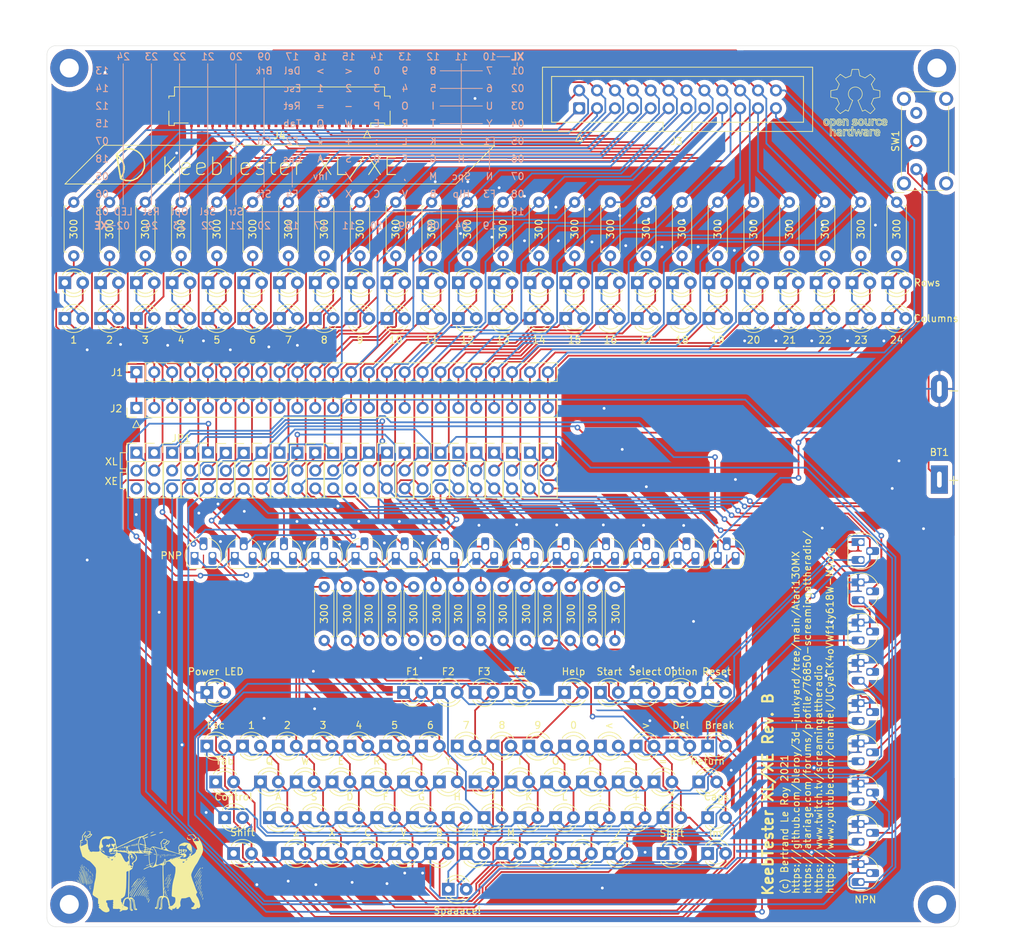
<source format=kicad_pcb>
(kicad_pcb (version 20221018) (generator pcbnew)
  (title_block (title "Atari keyboard tester") (date "2021-10-19") (rev "A"))
  (layers (0 "F.Cu" signal) (31 "B.Cu" signal) (34 "B.Paste" user) (35 "F.Paste" user) (36 "B.SilkS" user "B.Silkscreen") (37 "F.SilkS" user "F.Silkscreen") (38 "B.Mask" user) (39 "F.Mask" user) (44 "Edge.Cuts" user))
  (net 0 "")
  (net 1 "Net-(JP1-Pad3)")
  (net 2 "GND")
  (net 3 "Net-(JP19-Pad1)")
  (net 4 "LED_COL_7")
  (net 5 "LED_ROW_5")
  (net 6 "LED_COL_6")
  (net 7 "LED_COL_4")
  (net 8 "LED_ROW_7")
  (net 9 "LED_ROW_3")
  (net 10 "LED_COL_5")
  (net 11 "LED_ROW_1")
  (net 12 "LED_ROW_2")
  (net 13 "LED_COL_3")
  (net 14 "LED_COL_1")
  (net 15 "LED_ROW_6")
  (net 16 "B_CONN_1")
  (net 17 "Net-(D_A_2-Pad1)")
  (net 18 "B_CONN_2")
  (net 19 "Net-(D_A_3-Pad1)")
  (net 20 "B_CONN_3")
  (net 21 "Net-(D_A_4-Pad1)")
  (net 22 "B_CONN_4")
  (net 23 "Net-(D_A_5-Pad1)")
  (net 24 "B_CONN_5")
  (net 25 "Net-(D_A_6-Pad1)")
  (net 26 "B_CONN_6")
  (net 27 "Net-(D_A_7-Pad1)")
  (net 28 "B_CONN_7")
  (net 29 "Net-(D_A_8-Pad1)")
  (net 30 "B_CONN_8")
  (net 31 "Net-(D_A_9-Pad1)")
  (net 32 "B_CONN_9")
  (net 33 "Net-(D_A_10-Pad1)")
  (net 34 "B_CONN_10")
  (net 35 "Net-(D_A_11-Pad1)")
  (net 36 "B_CONN_11")
  (net 37 "Net-(D_A_12-Pad1)")
  (net 38 "B_CONN_12")
  (net 39 "Net-(D_A_13-Pad1)")
  (net 40 "B_CONN_13")
  (net 41 "Net-(D_A_14-Pad1)")
  (net 42 "B_CONN_14")
  (net 43 "Net-(D_A_15-Pad1)")
  (net 44 "B_CONN_15")
  (net 45 "Net-(D_A_16-Pad1)")
  (net 46 "B_CONN_16")
  (net 47 "Net-(D_A_17-Pad1)")
  (net 48 "B_CONN_17")
  (net 49 "Net-(D_A_18-Pad1)")
  (net 50 "B_CONN_18")
  (net 51 "Net-(D_A_19-Pad1)")
  (net 52 "B_CONN_19")
  (net 53 "Net-(D_A_20-Pad1)")
  (net 54 "B_CONN_20")
  (net 55 "Net-(D_A_21-Pad1)")
  (net 56 "B_CONN_21")
  (net 57 "Net-(D_A_22-Pad1)")
  (net 58 "B_CONN_22")
  (net 59 "Net-(D_A_23-Pad1)")
  (net 60 "B_CONN_23")
  (net 61 "Net-(D_A_24-Pad1)")
  (net 62 "B_CONN_24")
  (net 63 "Net-(D_A_25-Pad1)")
  (net 64 "LED_ROW_8")
  (net 65 "LED_COL_9")
  (net 66 "LED_COL_8")
  (net 67 "LED_ROW_4")
  (net 68 "LED_COL_2")
  (net 69 "LED_COL_14")
  (net 70 "LED_COL_12")
  (net 71 "LED_ROW_9")
  (net 72 "LED_COL_13")
  (net 73 "LED_COL_11")
  (net 74 "LED_COL_10")
  (net 75 "ROW_1")
  (net 76 "COL_14")
  (net 77 "ROW_2")
  (net 78 "ROW_9")
  (net 79 "ROW_3")
  (net 80 "COL_2")
  (net 81 "ROW_4")
  (net 82 "ROW_7")
  (net 83 "ROW_5")
  (net 84 "ROW_8")
  (net 85 "ROW_6")
  (net 86 "COL_3")
  (net 87 "COL_4")
  (net 88 "COL_9")
  (net 89 "COL_5")
  (net 90 "COL_1")
  (net 91 "COL_6")
  (net 92 "COL_8")
  (net 93 "COL_7")
  (net 94 "COL_10")
  (net 95 "COL_11")
  (net 96 "COL_12")
  (net 97 "COL_13")
  (net 98 "VCC")
  (net 99 "Net-(Q_COL_1-Pad3)")
  (net 100 "Net-(Q_COL_2-Pad3)")
  (net 101 "Net-(Q_COL_3-Pad3)")
  (net 102 "Net-(Q_COL_4-Pad3)")
  (net 103 "Net-(Q_COL_5-Pad3)")
  (net 104 "Net-(Q_COL_6-Pad3)")
  (net 105 "Net-(Q_COL_7-Pad3)")
  (net 106 "Net-(Q_COL_8-Pad3)")
  (net 107 "Net-(Q_COL_9-Pad3)")
  (net 108 "Net-(Q_COL_10-Pad3)")
  (net 109 "Net-(Q_COL_11-Pad3)")
  (net 110 "Net-(Q_COL_12-Pad3)")
  (net 111 "Net-(Q_COL_13-Pad3)")
  (net 112 "Net-(Q_COL_14-Pad3)")
  (net 113 "CONN_1")
  (net 114 "CONN_2")
  (net 115 "CONN_3")
  (net 116 "CONN_4")
  (net 117 "CONN_5")
  (net 118 "CONN_6")
  (net 119 "CONN_7")
  (net 120 "CONN_8")
  (net 121 "CONN_9")
  (net 122 "CONN_10")
  (net 123 "CONN_11")
  (net 124 "CONN_12")
  (net 125 "CONN_13")
  (net 126 "CONN_14")
  (net 127 "CONN_15")
  (net 128 "CONN_16")
  (net 129 "CONN_17")
  (net 130 "CONN_18")
  (net 131 "CONN_19")
  (net 132 "CONN_20")
  (net 133 "CONN_21")
  (net 134 "CONN_22")
  (net 135 "CONN_23")
  (net 136 "CONN_24")
  (net 137 "Net-(BT1-Pad1)")
  (footprint "Connector_PinSocket_2.54mm:PinSocket_1x24_P2.54mm_Vertical" (layer "F.Cu") (at 33.02 67.31 90)
    (fp_text reference "J1")
    (fp_text value "Conn_01x24")
  )
  (footprint "Connector_IDC:IDC-Header_2x12_P2.54mm_Vertical" (layer "F.Cu") (at 95.885 29.845 90)
    (fp_text reference "J3")
    (fp_text value "Conn_02x12_Odd_Even")
  )
  (footprint "Connector_FFC-FPC:Molex_200528-0260_1x26-1MP_P1.00mm_Horizontal" (layer "F.Cu") (at 53.34 31.115 180)
    (fp_text reference "J4")
    (fp_text value "Conn_01x26")
  )
  (footprint "AtariKeyboardTester:PinHeader_1x03_P2.54mm_Vertical" (layer "F.Cu") (at 35.56 78.74)
    (fp_text reference "JP2" hide)
    (fp_text value "SolderJumper_3_Open")
  )
  (footprint "AtariKeyboardTester:PinHeader_1x03_P2.54mm_Vertical" (layer "F.Cu") (at 38.1 78.74)
    (fp_text reference "JP3" hide)
    (fp_text value "SolderJumper_3_Open")
  )
  (footprint "AtariKeyboardTester:PinHeader_1x03_P2.54mm_Vertical" (layer "F.Cu") (at 40.64 78.74)
    (fp_text reference "JP4" hide)
    (fp_text value "SolderJumper_3_Open")
  )
  (footprint "AtariKeyboardTester:PinHeader_1x03_P2.54mm_Vertical" (layer "F.Cu") (at 43.18 78.71)
    (fp_text reference "JP5" hide)
    (fp_text value "SolderJumper_3_Open")
  )
  (footprint "AtariKeyboardTester:PinHeader_1x03_P2.54mm_Vertical" (layer "F.Cu") (at 45.72 78.77)
    (fp_text reference "JP6" hide)
    (fp_text value "SolderJumper_3_Open")
  )
  (footprint "AtariKeyboardTester:PinHeader_1x03_P2.54mm_Vertical" (layer "F.Cu") (at 48.26 78.77)
    (fp_text reference "JP7" hide)
    (fp_text value "SolderJumper_3_Open")
  )
  (footprint "AtariKeyboardTester:PinHeader_1x03_P2.54mm_Vertical" (layer "F.Cu") (at 50.8 78.74)
    (fp_text reference "JP8" hide)
    (fp_text value "SolderJumper_3_Open")
  )
  (footprint "AtariKeyboardTester:PinHeader_1x03_P2.54mm_Vertical" (layer "F.Cu") (at 53.34 78.74)
    (fp_text reference "JP9" hide)
    (fp_text value "SolderJumper_3_Open")
  )
  (footprint "AtariKeyboardTester:PinHeader_1x03_P2.54mm_Vertical" (layer "F.Cu") (at 55.88 78.74)
    (fp_text reference "JP10" hide)
    (fp_text value "SolderJumper_3_Open")
  )
  (footprint "AtariKeyboardTester:PinHeader_1x03_P2.54mm_Vertical" (layer "F.Cu") (at 58.42 78.74)
    (fp_text reference "JP11" hide)
    (fp_text value "SolderJumper_3_Open")
  )
  (footprint "AtariKeyboardTester:PinHeader_1x03_P2.54mm_Vertical" (layer "F.Cu") (at 60.96 78.74)
    (fp_text reference "JP12" hide)
    (fp_text value "SolderJumper_3_Open")
  )
  (footprint "AtariKeyboardTester:PinHeader_1x03_P2.54mm_Vertical" (layer "F.Cu") (at 63.5 78.74)
    (fp_text reference "JP13" hide)
    (fp_text value "SolderJumper_3_Open")
  )
  (footprint "AtariKeyboardTester:PinHeader_1x03_P2.54mm_Vertical" (layer "F.Cu") (at 66.04 78.74)
    (fp_text reference "JP14" hide)
    (fp_text value "SolderJumper_3_Open")
  )
  (footprint "AtariKeyboardTester:PinHeader_1x03_P2.54mm_Vertical" (layer "F.Cu") (at 68.58 78.74)
    (fp_text reference "JP15" hide)
    (fp_text value "SolderJumper_3_Open")
  )
  (footprint "AtariKeyboardTester:PinHeader_1x03_P2.54mm_Vertical" (layer "F.Cu") (at 71.12 78.74)
    (fp_text reference "JP16" hide)
    (fp_text value "SolderJumper_3_Open")
  )
  (footprint "AtariKeyboardTester:PinHeader_1x03_P2.54mm_Vertical" (layer "F.Cu") (at 73.66 78.74)
    (fp_text reference "JP17" hide)
    (fp_text value "SolderJumper_3_Open")
  )
  (footprint "AtariKeyboardTester:PinHeader_1x03_P2.54mm_Vertical" (layer "F.Cu") (at 76.2 78.74)
    (fp_text reference "JP18" hide)
    (fp_text value "SolderJumper_3_Open")
  )
  (footprint "AtariKeyboardTester:PinHeader_1x03_P2.54mm_Vertical" (layer "F.Cu") (at 78.74 78.74)
    (fp_text reference "JP19" hide)
    (fp_text value "SolderJumper_3_Open")
  )
  (footprint "AtariKeyboardTester:PinHeader_1x03_P2.54mm_Vertical" (layer "F.Cu") (at 83.82 78.74)
    (fp_text reference "JP21" hide)
    (fp_text value "SolderJumper_3_Open")
  )
  (footprint "AtariKeyboardTester:PinHeader_1x03_P2.54mm_Vertical" (layer "F.Cu") (at 86.36 78.74)
    (fp_text reference "JP22" hide)
    (fp_text value "SolderJumper_3_Open")
  )
  (footprint "AtariKeyboardTester:PinHeader_1x03_P2.54mm_Vertical" (layer "F.Cu") (at 88.9 78.74)
    (fp_text reference "JP23" hide)
    (fp_text value "SolderJumper_3_Open")
  )
  (footprint "AtariKeyboardTester:PinHeader_1x03_P2.54mm_Vertical" (layer "F.Cu") (at 91.44 78.74)
    (fp_text reference "JP24" hide)
    (fp_text value "SolderJumper_3_Open")
  )
  (footprint "AtariKeyboardTester:LED_D3.0mm" (layer "F.Cu") (at 22.86 54.61)
    (fp_text reference "D_A_2" hide)
    (fp_text value "LED")
  )
  (footprint "AtariKeyboardTester:LED_D3.0mm" (layer "F.Cu") (at 27.94 54.61)
    (fp_text reference "D_A_3" hide)
    (fp_text value "LED")
  )
  (footprint "AtariKeyboardTester:LED_D3.0mm" (layer "F.Cu") (at 33.02 54.61)
    (fp_text reference "D_A_4" hide)
    (fp_text value "LED")
  )
  (footprint "AtariKeyboardTester:LED_D3.0mm" (layer "F.Cu") (at 38.1 54.61)
    (fp_text reference "D_A_5" hide)
    (fp_text value "LED")
  )
  (footprint "AtariKeyboardTester:LED_D3.0mm" (layer "F.Cu") (at 43.18 54.61)
    (fp_text reference "D_A_6" hide)
    (fp_text value "LED")
  )
  (footprint "AtariKeyboardTester:LED_D3.0mm" (layer "F.Cu") (at 48.26 54.61)
    (fp_text reference "D_A_7" hide)
    (fp_text value "LED")
  )
  (footprint "AtariKeyboardTester:LED_D3.0mm" (layer "F.Cu") (at 53.34 54.61)
    (fp_text reference "D_A_8" hide)
    (fp_text value "LED")
  )
  (footprint "AtariKeyboardTester:LED_D3.0mm" (layer "F.Cu") (at 58.42 54.61)
    (fp_text reference "D_A_9" hide)
    (fp_text value "LED")
  )
  (footprint "AtariKeyboardTester:LED_D3.0mm" (layer "F.Cu") (at 63.5 54.61)
    (fp_text reference "D_A_10" hide)
    (fp_text value "LED")
  )
  (footprint "AtariKeyboardTester:LED_D3.0mm" (layer "F.Cu") (at 68.58 54.61)
    (fp_text reference "D_A_11" hide)
    (fp_text value "LED")
  )
  (footprint "AtariKeyboardTester:LED_D3.0mm" (layer "F.Cu") (at 73.66 54.61)
    (fp_text reference "D_A_12" hide)
    (fp_text value "LED")
  )
  (footprint "AtariKeyboardTester:LED_D3.0mm" (layer "F.Cu") (at 78.74 54.61)
    (fp_text reference "D_A_13" hide)
    (fp_text value "LED")
  )
  (footprint "AtariKeyboardTester:LED_D3.0mm" (layer "F.Cu") (at 83.82 54.61)
    (fp_text reference "D_A_14" hide)
    (fp_text value "LED")
  )
  (footprint "AtariKeyboardTester:LED_D3.0mm" (layer "F.Cu") (at 88.9 54.61)
    (fp_text reference "D_A_15" hide)
    (fp_text value "LED")
  )
  (footprint "AtariKeyboardTester:LED_D3.0mm" (layer "F.Cu") (at 93.98 54.61)
    (fp_text reference "D_A_16" hide)
    (fp_text value "LED")
  )
  (footprint "AtariKeyboardTester:LED_D3.0mm" (layer "F.Cu") (at 99.06 54.61)
    (fp_text reference "D_A_17" hide)
    (fp_text value "LED")
  )
  (footprint "AtariKeyboardTester:LED_D3.0mm" (layer "F.Cu") (at 104.14 54.61)
    (fp_text reference "D_A_18" hide)
    (fp_text value "LED")
  )
  (footprint "AtariKeyboardTester:LED_D3.0mm" (layer "F.Cu") (at 109.14 54.61)
    (fp_text reference "D_A_19" hide)
    (fp_text value "LED")
  )
  (footprint "AtariKeyboardTester:LED_D3.0mm" (layer "F.Cu") (at 114.3 54.61)
    (fp_text reference "D_A_20" hide)
    (fp_text value "LED")
  )
  (footprint "AtariKeyboardTester:LED_D3.0mm" (layer "F.Cu") (at 119.38 54.61)
    (fp_text reference "D_A_21" hide)
    (fp_text value "LED")
  )
  (footprint "AtariKeyboardTester:LED_D3.0mm" (layer "F.Cu") (at 124.46 54.61)
    (fp_text reference "D_A_22" hide)
    (fp_text value "LED")
  )
  (footprint "AtariKeyboardTester:LED_D3.0mm" (layer "F.Cu") (at 129.54 54.61)
    (fp_text reference "D_A_23" hide)
    (fp_text value "LED")
  )
  (footprint "AtariKeyboardTester:LED_D3.0mm" (layer "F.Cu") (at 134.62 54.61)
    (fp_text reference "D_A_24" hide)
    (fp_text value "LED")
  )
  (footprint "AtariKeyboardTester:LED_D3.0mm" (layer "F.Cu") (at 139.7 54.61)
    (fp_text reference "D_A_25" hide)
    (fp_text value "LED")
  )
  (footprint "AtariKeyboardTester:LED_D3.0mm" (layer "F.Cu") (at 22.86 59.69)
    (fp_text reference "1")
    (fp_text value "LED")
  )
  (footprint "AtariKeyboardTester:LED_D3.0mm" (layer "F.Cu") (at 27.94 59.69)
    (fp_text reference "2")
    (fp_text value "LED")
  )
  (footprint "AtariKeyboardTester:LED_D3.0mm" (layer "F.Cu") (at 33.02 59.69)
    (fp_text reference "3")
    (fp_text value "LED")
  )
  (footprint "AtariKeyboardTester:LED_D3.0mm" (layer "F.Cu") (at 38.1 59.69)
    (fp_text reference "4")
    (fp_text value "LED")
  )
  (footprint "AtariKeyboardTester:LED_D3.0mm" (layer "F.Cu") (at 43.18 59.69)
    (fp_text reference "5")
    (fp_text value "LED")
  )
  (footprint "AtariKeyboardTester:LED_D3.0mm" (layer "F.Cu") (at 48.26 59.69)
    (fp_text reference "6")
    (fp_text value "LED")
  )
  (footprint "AtariKeyboardTester:LED_D3.0mm" (layer "F.Cu") (at 53.34 59.69)
    (fp_text reference "7")
    (fp_text value "LED")
  )
  (footprint "AtariKeyboardTester:LED_D3.0mm" (layer "F.Cu") (at 58.42 59.69)
    (fp_text reference "8")
    (fp_text value "LED")
  )
  (footprint "AtariKeyboardTester:LED_D3.0mm" (layer "F.Cu") (at 63.5 59.69)
    (fp_text reference "9")
    (fp_text value "LED")
  )
  (footprint "AtariKeyboardTester:LED_D3.0mm" (layer "F.Cu") (at 68.58 59.69)
    (fp_text reference "10")
    (fp_text value "LED")
  )
  (footprint "AtariKeyboardTester:LED_D3.0mm" (layer "F.Cu") (at 73.66 59.69)
    (fp_text reference "11")
    (fp_text value "LED")
  )
  (footprint "AtariKeyboardTester:LED_D3.0mm" (layer "F.Cu") (at 78.74 59.69)
    (fp_text reference "12")
    (fp_text value "LED")
  )
  (footprint "AtariKeyboardTester:LED_D3.0mm" (layer "F.Cu") (at 83.82 59.69)
    (fp_text reference "13")
    (fp_text value "LED")
  )
  (footprint "AtariKeyboardTester:LED_D3.0mm" (layer "F.Cu") (at 93.98 59.69)
    (fp_text reference "15")
    (fp_text value "LED")
  )
  (footprint "AtariKeyboardTester:LED_D3.0mm" (layer "F.Cu") (at 99.06 59.69)
    (fp_text reference "16")
    (fp_text value "LED")
  )
  (footprint "AtariKeyboardTester:LED_D3.0mm" (layer "F.Cu") (at 104.14 59.69)
    (fp_text reference "17")
    (fp_text value "LED")
  )
  (footprint "AtariKeyboardTester:LED_D3.0mm" (layer "F.Cu") (at 109.22 59.69)
    (fp_text reference "18")
    (fp_text value "LED")
  )
  (footprint "AtariKeyboardTester:LED_D3.0mm" (layer "F.Cu") (at 114.3 59.69)
    (fp_text reference "19")
    (fp_text value "LED")
  )
  (footprint "AtariKeyboardTester:LED_D3.0mm" (layer "F.Cu") (at 119.38 59.69)
    (fp_text reference "20")
    (fp_text value "LED")
  )
  (footprint "AtariKeyboardTester:LED_D3.0mm" (layer "F.Cu") (at 124.46 59.69)
    (fp_text reference "21")
    (fp_text value "LED")
  )
  (footprint "AtariKeyboardTester:LED_D3.0mm" (layer "F.Cu") (at 129.54 59.69)
    (fp_text reference "22")
    (fp_text value "LED")
  )
  (footprint "AtariKeyboardTester:LED_D3.0mm" (layer "F.Cu") (at 134.62 59.69)
    (fp_text reference "23")
    (fp_text value "LED")
  )
  (footprint "AtariKeyboardTester:LED_D3.0mm" (layer "F.Cu") (at 139.7 59.69)
    (fp_text reference "24")
    (fp_text value "LED")
  )
  (footprint "Connector_PinHeader_2.54mm:PinHeader_1x24_P2.54mm_Vertical" (layer "F.Cu") (at 33.02 72.39 90)
    (fp_text reference "J2")
    (fp_text value "Conn_01x24")
  )
  (footprint "Package_TO_SOT_THT:TO-92_HandSolder" (layer "F.Cu") (at 41.275 93.345)
    (fp_text reference "Q_COL_1" hide)
    (fp_text value "Q_PNP_EBC")
  )
  (footprint "Package_TO_SOT_THT:TO-92_HandSolder" (layer "F.Cu") (at 46.99 93.345)
    (fp_text reference "Q_COL_2" hide)
    (fp_text value "Q_PNP_EBC")
  )
  (footprint "Package_TO_SOT_THT:TO-92_HandSolder" (layer "F.Cu") (at 52.705 93.345)
    (fp_text reference "Q_COL_3" hide)
    (fp_text value "Q_PNP_EBC")
  )
  (footprint "Package_TO_SOT_THT:TO-92_HandSolder" (layer "F.Cu") (at 58.42 93.345)
    (fp_text reference "Q_COL_4" hide)
    (fp_text value "Q_PNP_EBC")
  )
  (footprint "Package_TO_SOT_THT:TO-92_HandSolder" (layer "F.Cu") (at 64.135 93.345)
    (fp_text reference "Q_COL_5" hide)
    (fp_text value "Q_PNP_EBC")
  )
  (footprint "Package_TO_SOT_THT:TO-92_HandSolder" (layer "F.Cu") (at 69.85 93.345)
    (fp_text reference "Q_COL_6" hide)
    (fp_text value "Q_PNP_EBC")
  )
  (footprint "Package_TO_SOT_THT:TO-92_HandSolder" (layer "F.Cu") (at 75.565 93.345)
    (fp_text reference "Q_COL_7" hide)
    (fp_text value "Q_PNP_EBC")
  )
  (footprint "Package_TO_SOT_THT:TO-92_HandSolder" (layer "F.Cu") (at 86.995 93.345)
    (fp_text reference "Q_COL_9" hide)
    (fp_text value "Q_PNP_EBC")
  )
  (footprint "Package_TO_SOT_THT:TO-92_HandSolder" (layer "F.Cu") (at 92.71 93.345)
    (fp_text reference "Q_COL_10" hide)
    (fp_text value "Q_PNP_EBC")
  )
  (footprint "Package_TO_SOT_THT:TO-92_HandSolder" (layer "F.Cu") (at 98.425 93.345)
    (fp_text reference "Q_COL_11" hide)
    (fp_text value "Q_PNP_EBC")
  )
  (footprint "Package_TO_SOT_THT:TO-92_HandSolder" (layer "F.Cu") (at 104.14 93.345)
    (fp_text reference "Q_COL_12" hide)
    (fp_text value "Q_PNP_EBC")
  )
  (footprint "Package_TO_SOT_THT:TO-92_HandSolder" (layer "F.Cu") (at 109.855 93.345)
    (fp_text reference "Q_COL_13" hide)
    (fp_text value "Q_PNP_EBC")
  )
  (footprint "Package_TO_SOT_THT:TO-92_HandSolder" (layer "F.Cu") (at 115.57 93.345)
    (fp_text reference "Q_COL_14" hide)
    (fp_text value "Q_PNP_EBC")
  )
  (footprint "Package_TO_SOT_THT:TO-92_HandSolder" (layer "F.Cu") (at 135.89 91.44 -90)
    (fp_text reference "Q_ROW_1" hide)
    (fp_text value "Q_NPN_EBC")
  )
  (footprint "Package_TO_SOT_THT:TO-92_HandSolder" (layer "F.Cu") (at 135.89 97.155 -90)
    (fp_text reference "Q_ROW_2" hide)
    (fp_text value "Q_NPN_EBC")
  )
  (footprint "Package_TO_SOT_THT:TO-92_HandSolder" (layer "F.Cu") (at 135.89 102.87 -90)
    (fp_text reference "Q_ROW_3" hide)
    (fp_text value "Q_NPN_EBC")
  )
  (footprint "Package_TO_SOT_THT:TO-92_HandSolder" (layer "F.Cu") (at 135.89 108.585 -90)
    (fp_text reference "Q_ROW_4" hide)
    (fp_text value "Q_NPN_EBC")
  )
  (footprint "Package_TO_SOT_THT:TO-92_HandSolder" (layer "F.Cu") (at 135.89 114.3 -90)
    (fp_text reference "Q_ROW_5" hide)
    (fp_text value "Q_NPN_EBC")
  )
  (footprint "Package_TO_SOT_THT:TO-92_HandSolder" (layer "F.Cu") (at 135.89 120.015 -90)
    (fp_text reference "Q_ROW_6" hide)
    (fp_text value "Q_NPN_EBC")
  )
  (footprint "Package_TO_SOT_THT:TO-92_HandSolder" (layer "F.Cu") (at 135.89 125.73 -90)
    (fp_text reference "Q_ROW_7" hide)
    (fp_text value "Q_NPN_EBC")
  )
  (footprint "Package_TO_SOT_THT:TO-92_HandSolder" (layer "F.Cu") (at 135.89 131.445 -90)
    (fp_text reference "Q_ROW_8" hide)
    (fp_text value "Q_NPN_EBC")
  )
  (footprint "Package_TO_SOT_THT:TO-92_HandSolder" (layer "F.Cu") (at 135.89 137.16 -90)
    (fp_text reference "Q_ROW_9" hide)
    (fp_text value "Q_NPN_EBC")
  )
  (footprint "AtariKeyboardTester:R100" (layer "F.Cu") (at 24.13 50.8 90)
    (fp_text reference "R1" hide)
    (fp_text value "300")
  )
  (footprint "AtariKeyboardTester:R100" (layer "F.Cu") (at 29.21 50.8 90)
    (fp_text reference "R2" hide)
    (fp_text value "300")
  )
  (footprint "AtariKeyboardTester:R100" (layer "F.Cu") (at 34.29 50.8 90)
    (fp_text reference "R3" hide)
    (fp_text value "300")
  )
  (footprint "AtariKeyboardTester:R100" (layer "F.Cu") (at 44.45 50.8 90)
    (fp_text reference "300")
    (fp_text value "R")
  )
  (footprint "AtariKeyboardTester:R100" (layer "F.Cu") (at 49.53 50.8 90)
    (fp_text reference "300")
    (fp_text value "R")
  )
  (footprint "AtariKeyboardTester:R100" (layer "F.Cu") (at 54.61 50.8 90)
    (fp_text reference "300")
    (fp_text value "R")
  )
  (footprint "AtariKeyboardTester:R100" (layer "F.Cu") (at 59.69 50.8 90)
    (fp_text reference "300")
    (fp_text value "R")
  )
  (footprint "AtariKeyboardTester:R100" (layer "F.Cu") (at 64.77 50.8 90)
    (fp_text reference "300")
    (fp_text value "R")
  )
  (footprint "AtariKeyboardTester:R100" (layer "F.Cu") (at 69.85 50.8 90)
    (fp_text reference "300")
    (fp_text value "R")
  )
  (footprint "AtariKeyboardTester:R100" (layer "F.Cu") (at 74.93 50.8 90)
    (fp_text reference "300")
    (fp_text value "R")
  )
  (footprint "AtariKeyboardTester:R100" (layer "F.Cu") (at 80.01 50.8 90)
    (fp_text reference "300")
    (fp_text value "R")
  )
  (footprint "AtariKeyboardTester:R100" (layer "F.Cu") (at 85.09 50.8 90)
    (fp_text reference "300")
    (fp_text value "R")
  )
  (footprint "AtariKeyboardTester:R100" (layer "F.Cu") (at 90.17 50.8 90)
    (fp_text reference "300")
    (fp_text value "R")
  )
  (footprint "AtariKeyboardTester:R100" (layer "F.Cu") (at 95.25 50.8 90)
    (fp_text reference "300")
    (fp_text value "R")
  )
  (footprint "AtariKeyboardTester:R100" (layer "F.Cu") (at 100.33 50.8 90)
    (fp_text reference "300")
    (fp_text value "R")
  )
  (footprint "AtariKeyboardTester:R100" (layer "F.Cu") (at 105.41 50.8 90)
    (fp_text reference "300")
    (fp_text value "R")
  )
  (footprint "AtariKeyboardTester:R100" (layer "F.Cu") (at 110.49 50.8 90)
    (fp_text reference "300")
    (fp_text value "R")
  )
  (footprint "AtariKeyboardTester:R100" (layer "F.Cu") (at 115.57 50.8 90)
    (fp_text reference "300")
    (fp_text value "R")
  )
  (footprint "AtariKeyboardTester:R100" (layer "F.Cu") (at 120.65 50.8 90)
    (fp_text reference "300")
    (fp_text value "R")
  )
  (footprint "AtariKeyboardTester:R100" (layer "F.Cu") (at 125.73 50.8 90)
    (fp_text reference "300")
    (fp_text value "R")
  )
  (footprint "AtariKeyboardTester:R100" (layer "F.Cu") (at 130.81 50.8 90)
    (fp_text reference "300")
    (fp_text value "R")
  )
  (footprint "AtariKeyboardTester:R100" (layer "F.Cu") (at 140.97 50.8 90)
    (fp_text reference "300")
    (fp_text value "R")
  )
  (footprint "AtariKeyboardTester:R100" (layer "F.Cu") (at 59.69 97.79 -90)
    (fp_text reference "300")
    (fp_text value "R")
  )
  (footprint "AtariKeyboardTester:R100" (layer "F.Cu") (at 62.865 97.79 -90)
    (fp_text reference "300")
    (fp_text value "R")
  )
  (footprint "AtariKeyboardTester:R100" (layer "F.Cu") (at 66.04 97.79 -90)
    (fp_text reference "300")
    (fp_text value "R")
  )
  (footprint "AtariKeyboardTester:R100" (layer "F.Cu") (at 69.215 97.79 -90)
    (fp_text reference "300")
    (fp_text value "R")
  )
  (footprint "AtariKeyboardTester:R100" (layer "F.Cu") (at 72.39 97.79 -90)
    (fp_text reference "300")
    (fp_text value "R")
  )
  (footprint "AtariKeyboardTester:R100" (layer "F.Cu") (at 75.565 97.79 -90)
    (fp_text reference "300")
    (fp_text value "R")
  )
  (footprint "AtariKeyboardTester:R100" (layer "F.Cu") (at 78.74 97.79 -90)
    (fp_text reference "300")
    (fp_text value "R")
  )
  (footprint "AtariKeyboardTester:R100" (layer "F.Cu") (at 85.09 97.79 -90)
    (fp_text reference "300")
    (fp_text value "R")
  )
  (footprint "AtariKeyboardTester:R100" (layer "F.Cu") (at 88.265 97.79 -90)
    (fp_text reference "300")
    (fp_text value "R")
  )
  (footprint "AtariKeyboardTester:R100" (layer "F.Cu") (at 91.44 97.79 -90)
    (fp_text reference "300")
    (fp_text value "R")
  )
  (footprint "AtariKeyboardTester:R100" (layer "F.Cu") (at 94.615 97.79 -90)
    (fp_text reference "300")
    (fp_text value "R")
  )
  (footprint "AtariKeyboardTester:R100" (layer "F.Cu") (at 97.79 97.79 -90)
    (fp_text reference "300")
    (fp_text value "R")
  )
  (footprint "AtariKeyboardTester:R100" (layer "F.Cu") (at 100.965 97.79 -90)
    (fp_text reference "300")
    (fp_text value "R")
  )
  (footprint "AtariKeyboardTester:LED_D3.0mm" (layer "F.Cu") (at 88.9 59.69)
    (fp_text reference "14")
    (fp_text value "LED")
  )
  (footprint "AtariKeyboardTester:R100" (layer "F.Cu") (at 39.37 50.8 90)
    (fp_text reference "300")
    (fp_text value "R")
  )
  (footprint "AtariKeyboardTester:R100" (layer "F.Cu") (at 135.89 50.8 90)
    (fp_text reference "300")
    (fp_text value "R")
  )
  (footprint "AtariKeyboardTester:R100" (layer "F.Cu") (at 81.915 97.79 -90)
    (fp_text reference "300")
    (fp_text value "R")
  )
  (footprint "Package_TO_SOT_THT:TO-92_HandSolder" (layer "F.Cu") (at 81.28 93.345)
    (fp_text reference "Q_COL_8" hide)
    (fp_text value "Q_PNP_EBC")
  )
  (footprint "AtariKeyboardTester:LED_D3.0mm" (layer "F.Cu") (at 107.7849 130.56616)
    (fp_text reference "*")
    (fp_text value "LED")
  )
  (footprint "AtariKeyboardTester:LED_D3.0mm" (layer "F.Cu") (at 100.1649 135.64616)
    (fp_text reference "/")
    (fp_text value "LED")
  )
  (footprint "AtariKeyboardTester:LED_D3.0mm" (layer "F.Cu") (at 102.7049 130.56616)
    (fp_text reference "+")
    (fp_text value "LED")
  )
  (footprint "AtariKeyboardTester:LED_D3.0mm" (layer "F.Cu") (at 101.4349 125.48616)
    (fp_text reference "-")
    (fp_text value "LED")
  )
  (footprint "AtariKeyboardTester:LED_D3.0mm" (layer "F.Cu") (at 88.7349 120.40616)
    (fp_text reference "9")
    (fp_text value "LED")
  )
  (footprint "AtariKeyboardTester:LED_D3.0mm" (layer "F.Cu") (at 112.8649 125.48616)
    (fp_text reference "Return")
    (fp_text value "LED")
  )
  (footprint "AtariKeyboardTester:LED_D3.0mm" (layer "F.Cu") (at 103.9749 120.40616)
    (fp_text reference ">")
    (fp_text value "LED")
  )
  (footprint "AtariKeyboardTester:LED_D3.0mm" (layer "F.Cu") (at 93.8149 120.40616)
    (fp_text reference "0")
    (fp_text value "LED")
  )
  (footprint "AtariKeyboardTester:LED_D3.0mm" (layer "F.Cu") (at 90.0049 135.64616)
    (fp_text reference ",")
    (fp_text value "LED")
  )
  (footprint "AtariKeyboardTester:LED_D3.0mm" (layer "F.Cu") (at 114.1349 120.40616)
    (fp_text reference "Break")
    (fp_text value "LED")
  )
  (footprint "AtariKeyboardTester:LED_D3.0mm" (layer "F.Cu") (at 95.0849 135.64616)
    (fp_text reference ".")
    (fp_text value "LED")
  )
  (footprint "AtariKeyboardTester:LED_D3.0mm" (layer "F.Cu") (at 97.6249 130.56616)
    (fp_text reference ";")
    (fp_text value "LED")
  )
  (footprint "AtariKeyboardTester:LED_D3.0mm" (layer "F.Cu") (at 96.3549 125.48616)
    (fp_text reference "P")
    (fp_text value "LED")
  )
  (footprint "AtariKeyboardTester:LED_D3.0mm" (layer "F.Cu") (at 114.1349 130.56616)
    (fp_text reference "Caps")
    (fp_text value "LED")
  )
  (footprint "AtariKeyboardTester:LED_D3.0mm" (layer "F.Cu") (at 98.8949 120.40616)
    (fp_text reference "<")
    (fp_text value "LED")
  )
  (footprint "AtariKeyboardTester:LED_D3.0mm" (layer "F.Cu") (at 91.2749 125.48616)
    (fp_text reference "O")
    (fp_text value "LED")
  )
  (footprint "AtariKeyboardTester:LED_D3.0mm" (layer "F.Cu") (at 109.0549 120.40616)
    (fp_text reference "Del")
    (fp_text value "LED")
  )
  (footprint "AtariKeyboardTester:LED_D3.0mm" (layer "F.Cu") (at 106.5149 125.48616)
    (fp_text reference "=")
    (fp_text value "LED")
  )
  (footprint "AtariKeyboardTester:LED_D3.0mm" (layer "F.Cu") (at 92.5449 130.56616)
    (fp_text reference "L")
    (fp_text value "LED")
  )
  (footprint "AtariKeyboardTester:LED_D3.0mm" (layer "F.Cu") (at 87.4649 130.56616)
    (fp_text reference "K")
    (fp_text value "LED")
  )
  (footprint "AtariKeyboardTester:LED_D3.0mm" (layer "F.Cu") (at 74.7649 135.64616)
    (fp_text reference "B")
    (fp_text value "LED")
  )
  (footprint "AtariKeyboardTester:LED_D3.0mm" (layer "F.Cu") (at 83.6549 120.40616)
    (fp_text reference "8")
    (fp_text value "LED")
  )
  (footprint "AtariKeyboardTester:LED_D3.0mm" (layer "F.Cu") (at 51.9049 130.56616)
    (fp_text reference "A")
    (fp_text value "LED")
  )
  (footprint "AtariKeyboardTester:LED_D3.0mm" (layer "F.Cu") (at 72.2249 130.56616)
    (fp_text reference "G")
    (fp_text value "LED")
  )
  (footprint "AtariKeyboardTester:LED_D3.0mm" (layer "F.Cu") (at 53.1749 120.40616)
    (fp_text reference "2")
    (fp_text value "LED")
  )
  (footprint "AtariKeyboardTester:LED_D3.0mm" (layer "F.Cu") (at 79.8449 135.64616)
    (fp_text reference "N")
    (fp_text value "LED")
  )
  (footprint "AtariKeyboardTester:LED_D3.0mm" (layer "F.Cu") (at 81.1149 125.48616)
    (fp_text reference "U")
    (fp_text value "LED")
  )
  (footprint "AtariKeyboardTester:LED_D3.0mm" (layer "F.Cu") (at 76.0349 125.48616)
    (fp_text reference "Y")
    (fp_text value "LED")
  )
  (footprint "AtariKeyboardTester:LED_D3.0mm" (layer "F.Cu") (at 68.4149 120.40616)
    (fp_text reference "5")
    (fp_text value "LED")
  )
  (footprint "AtariKeyboardTester:LED_D3.0mm" (layer "F.Cu") (at 56.9849 130.56616)
    (fp_text reference "S")
    (fp_text value "LED")
  )
  (footprint "AtariKeyboardTester:LED_D3.0mm" (layer "F.Cu") (at 64.6049 135.64616)
    (fp_text reference "C")
    (fp_text value "LED")
  )
  (footprint "AtariKeyboardTester:LED_D3.0mm" (layer "F.Cu") (at 62.0649 130.56616)
    (fp_text reference "D")
    (fp_text value "LED")
  )
  (footprint "AtariKeyboardTester:LED_D3.0mm" (layer "F.Cu") (at 63.3349 120.40616)
    (fp_text reference "4")
    (fp_text value "LED")
  )
  (footprint "AtariKeyboardTester:LED_D3.0mm" (layer "F.Cu") (at 58.2549 120.40616)
    (fp_text reference "3")
    (fp_text value "LED")
  )
  (footprint "AtariKeyboardTester:LED_D3.0mm" (layer "F.Cu") (at 69.6849 135.64616)
    (fp_text reference "V")
    (fp_text value "LED")
  )
  (footprint "AtariKeyboardTester:LED_D3.0mm" (layer "F.Cu") (at 59.5249 135.64616)
    (fp_text reference "X")
    (fp_text value "LED")
  )
  (footprint "AtariKeyboardTester:LED_D3.0mm" (layer "F.Cu") (at 70.9549 125.48616)
    (fp_text reference "T")
    (fp_text value "LED")
  )
  (footprint "AtariKeyboardTester:LED_D3.0mm" (layer "F.Cu") (at 84.9249 135.64616)
    (fp_text reference "M")
    (fp_text value "LED")
  )
  (footprint "AtariKeyboardTester:LED_D3.0mm" (layer "F.Cu") (at 82.3849 130.56616)
    (fp_text reference "J")
    (fp_text value "LED")
  )
  (footprint "AtariKeyboardTester:LED_D3.0mm" (layer "F.Cu") (at 78.5749 120.40616)
    (fp_text reference "7")
    (fp_text value "LED")
  )
  (footprint "AtariKeyboardTester:LED_D3.0mm" (layer "F.Cu") (at 50.6349 125.48616)
    (fp_text reference "Q")
    (fp_text value "LED")
  )
  (footprint "AtariKeyboardTester:LED_D3.0mm" (layer "F.Cu") (at 55.7149 125.48616)
    (fp_text reference "W")
    (fp_text value "LED")
  )
  (footprint "AtariKeyboardTester:LED_D3.0mm" (layer "F.Cu") (at 54.4449 135.64616)
    (fp_text reference "Z")
    (fp_text value "LED")
  )
  (footprint "AtariKeyboardTester:LED_D3.0mm" (layer "F.Cu") (at 67.1449 130.56616)
    (fp_text reference "F")
    (fp_text value "LED")
  )
  (footprint "AtariKeyboardTester:LED_D3.0mm" (layer "F.Cu") (at 73.4949 120.40616)
    (fp_text reference "6")
    (fp_text value "LED")
  )
  (footprint "AtariKeyboardTester:LED_D3.0mm" (layer "F.Cu") (at 65.8749 125.48616)
    (fp_text reference "R")
    (fp_text value "LED")
  )
  (footprint "AtariKeyboardTester:LED_D3.0mm" (layer "F.Cu") (at 60.7949 125.48616)
    (fp_text reference "E")
    (fp_text value "LED")
  )
  (footprint "AtariKeyboardTester:LED_D3.0mm" (layer "F.Cu") (at 48.0949 120.40616)
    (fp_text reference "1")
    (fp_text value "LED")
  )
  (footprint "AtariKeyboardTester:LED_D3.0mm" (layer "F.Cu") (at 86.1949 125.48616)
    (fp_text reference "I")
    (fp_text value "LED")
  )
  (footprint "AtariKeyboardTester:LED_D3.0mm" (layer "F.Cu") (at 77.3049 140.72616)
    (fp_text reference "Spaaace!")
    (fp_text value "LED")
  )
  (footprint "AtariKeyboardTester:LED_D3.0mm" (layer "F.Cu") (at 77.3049 130.56616)
    (fp_text reference "H")
    (fp_text value "LED")
  )
  (footprint "AtariKeyboardTester:LED_D3.0mm" (layer "F.Cu") (at 45.5549 130.56616)
    (fp_text reference "Control")
    (fp_text value "LED")
  )
  (footprint "AtariKeyboardTester:LED_D3.0mm" (layer "F.Cu") (at 44.2849 125.48616)
    (fp_text reference "Tab")
    (fp_text value "LED")
  )
  (footprint "AtariKeyboardTester:LED_D3.0mm" (layer "F.Cu") (at 43.0149 120.40616)
    (fp_text reference "Esc")
    (fp_text value "LED")
  )
  (footprint "Battery:BatteryHolder_MPD_BA9VPC_1xPP3" (layer "F.Cu") (at 147.03 82.56 180)
    (fp_text reference "BT1")
    (fp_text value "Battery")
  )
  (footprint "AtariKeyboardTester:PinHeader_1x03_P2.54mm_Vertical" (layer "F.Cu") (at 81.28 78.74)
    (fp_text reference "JP20" hide)
    (fp_text value "SolderJumper_3_Open")
  )
  (footprint "MountingHole:MountingHole_2.7mm_Pad" (layer "F.Cu") (at 23.495 24.13)
    (fp_text reference "REF**" hide)
    (fp_text value "MountingHole_2.7mm_Pad")
  )
  (footprint "MountingHole:MountingHole_2.7mm_Pad" (layer "F.Cu") (at 23.495 142.875)
    (fp_text reference "REF**" hide)
    (fp_text value "MountingHole_2.7mm_Pad")
  )
  (footprint "MountingHole:MountingHole_2.7mm_Pad" (layer "F.Cu") (at 146.685 142.875)
    (fp_text reference "REF**" hide)
    (fp_text value "MountingHole_2.7mm_Pad")
  )
  (footprint "MountingHole:MountingHole_2.7mm_Pad" (layer "F.Cu") (at 146.685 24.13)
    (fp_text reference "REF**" hide)
    (fp_text value "MountingHole_2.7mm_Pad")
  )
  (footprint "Atari130MX:ScreamingAtTheRadio" (layer "F.Cu") (at 33.655 137.16)
    (fp_text reference "G***" hide)
    (fp_text value "LOGO" hide)
  )
  (footprint "Atari130MX:OSH_logo" (layer "F.Cu") (at 135.1 27.72)
    (fp_text reference "REF**" hide)
    (fp_text value "OSH_logo")
  )
  (footprint "AtariKeyboardTester:KeebTester_logo" (layer "F.Cu") (at 32.385 38.1)
    (fp_text reference "REF**" hide)
    (fp_text value "KeebTester_logo")
  )
  (footprint "AtariKeyboardTester:PinHeader_1x03_P2.54mm_Vertical" (layer "F.Cu") (at 33.02 78.74)
    (fp_text reference "JP1")
    (fp_text value "SolderJumper_3_Open")
  )
  (footprint "AtariKeyboardTester:LED_D3.0mm" (layer "F.Cu") (at 114.1349 112.78616)
    (fp_text reference "Reset")
    (fp_text value "LED")
  )
  (footprint "AtariKeyboardTester:LED_D3.0mm" (layer "F.Cu") (at 109.0549 112.78616)
    (fp_text reference "Option")
    (fp_text value "LED")
  )
  (footprint "AtariKeyboardTester:LED_D3.0mm" (layer "F.Cu") (at 93.8149 112.78616)
    (fp_text reference "Help")
    (fp_text value "LED")
  )
  (footprint "AtariKeyboardTester:LED_D3.0mm" (layer "F.Cu") (at 86.1949 112.78616)
    (fp_text reference "F4")
    (fp_text value "LED")
  )
  (footprint "AtariKeyboardTester:LED_D3.0mm" (layer "F.Cu") (at 103.9749 112.78616)
    (fp_text reference "Select")
    (fp_text value "LED")
  )
  (footprint "AtariKeyboardTester:LED_D3.0mm" (layer "F.Cu") (at 81.1149 112.78616)
    (fp_text reference "F3")
    (fp_text value "LED")
  )
  (footprint "AtariKeyboardTester:LED_D3.0mm" (layer "F.Cu") (at 98.8949 112.78616)
    (fp_text reference "Start")
    (fp_text value "LED")
  )
  (footprint "AtariKeyboardTester:LED_D3.0mm" (layer "F.Cu") (at 76.0349 112.78616)
    (fp_text reference "F2")
    (fp_text value "LED")
  )
  (footprint "AtariKeyboardTester:LED_D3.0mm" (layer "F.Cu") (at 70.9549 112.78616)
    (fp_text reference "F1")
    (fp_text value "LED")
  )
  (footprint "AtariKeyboardTester:LED_D3.0mm" (layer "F.Cu") (at 43.0149 112.78616)
    (fp_text reference "Power LED")
    (fp_text value "LED")
  )
  (footprint "AtariKeyboardTester:LED_D3.0mm" (layer "F.Cu") (at 46.8249 135.64616)
    (fp_text reference "Shift")
    (fp_text value "LED")
  )
  (footprint "AtariKeyboardTester:LED_D3.0mm" (layer "F.Cu") (at 107.7849 135.64616)
    (fp_text reference "Shift")
    (fp_text value "LED")
  )
  (footprint "AtariKeyboardTester:LED_D3.0mm" (layer "F.Cu") (at 114.1349 135.64616)
    (fp_text reference "Inv")
    (fp_text value "LED")
  )
  (footprint "Button_Switch_THT:SW_E-Switch_EG1224_SPDT_Angled" (layer "F.Cu") (at 143.75 38.5 90)
    (fp_text reference "SW1")
    (fp_text value "SW_SPST")
  )
  (footprint "AtariKeyboardTester:Atari_XL_XE_Matrix" (layer "B.Cu") (at 57.15 33.02 180)
    (fp_text reference "Matrix" hide)
    (fp_text value "Atari_XL_XE_Matrix")
  )
  (gr_line (start 66.294 34.036) (end 65.786 33.02) (stroke (width 0.12)) (layer "F.SilkS"))
  (gr_line (start 33.528 75.184) (end 33.02 74.168) (stroke (width 0.12)) (layer "F.SilkS"))
  (gr_line (start 33.02 74.168) (end 32.512 75.184) (stroke (width 0.12)) (layer "F.SilkS"))
  (gr_line (start 32.512 75.184) (end 33.528 75.184) (stroke (width 0.12)) (layer "F.SilkS"))
  (gr_line (start 30.734 83.82) (end 31.496 83.82) (stroke (width 0.12)) (layer "F.SilkS"))
  (gr_line (start 30.734 81.534) (end 30.734 83.82) (stroke (width 0.12)) (layer "F.SilkS"))
  (gr_line (start 31.496 81.534) (end 30.734 81.534) (stroke (width 0.12)) (layer "F.SilkS"))
  (gr_line (start 30.734 81.026) (end 31.496 81.026) (stroke (width 0.12)) (layer "F.SilkS"))
  (gr_line (start 65.278 34.036) (end 66.294 34.036) (stroke (width 0.12)) (layer "F.SilkS"))
  (gr_line (start 65.786 33.02) (end 65.278 34.036) (stroke (width 0.12)) (layer "F.SilkS"))
  (gr_line (start 31.496 78.74) (end 30.734 78.74) (stroke (width 0.12)) (layer "F.SilkS"))
  (gr_line (start 30.734 78.74) (end 30.734 81.026) (stroke (width 0.12)) (layer "F.SilkS"))
  (gr_arc (start 148.59 20.955) (mid 149.488026 21.326974) (end 149.86 22.225) (stroke (width 0.05)) (layer "Edge.Cuts"))
  (gr_arc (start 149.86 144.78) (mid 149.488026 145.678026) (end 148.59 146.05) (stroke (width 0.05)) (layer "Edge.Cuts"))
  (gr_line (start 148.59 20.955) (end 21.59 20.955) (stroke (width 0.05)) (layer "Edge.Cuts"))
  (gr_arc (start 21.59 146.05) (mid 20.691974 145.678026) (end 20.32 144.78) (stroke (width 0.05)) (layer "Edge.Cuts"))
  (gr_line (start 20.32 22.225) (end 20.32 144.78) (stroke (width 0.05)) (layer "Edge.Cuts"))
  (gr_line (start 149.86 144.78) (end 149.86 22.225) (stroke (width 0.05)) (layer "Edge.Cuts"))
  (gr_arc (start 20.32 22.225) (mid 20.691974 21.326974) (end 21.59 20.955) (stroke (width 0.05)) (layer "Edge.Cuts"))
  (gr_line (start 21.59 146.05) (end 148.59 146.05) (stroke (width 0.05)) (layer "Edge.Cuts"))
  (gr_text "XE" (at 29.464 82.804) (layer "F.SilkS") (effects (font (size 1 1))))
  (gr_text "(c) Bertrand Le Roy 2021\nhttps://github.com/bleroy/3d-junkyard/tree/main/Atari130MX\nhttps://atariage.com/forums/profile/76850-screamingattheradio/\nhttps://www.twitch.tv/screamingattheradio\nhttps://www.youtube.com/channel/UCyaCK4oVWf1ty618W-MJcrg" (at 128.27 141.478 90) (layer "F.SilkS") (effects (font (size 1 1)) (justify left)))
  (gr_text "KeebTester XL/XE Rev. B" (at 122.682 127.254 90) (layer "F.SilkS") (effects (font (size 1.5 1.5) (thickness 0.3))))
  (gr_text "Columns" (at 146.558 59.69) (layer "F.SilkS") (effects (font (size 1 1))))
  (gr_text "PNP" (at 37.98 93.36) (layer "F.SilkS") (effects (font (size 1 1))))
  (gr_text "XL" (at 29.464 80.01) (layer "F.SilkS") (effects (font (size 1 1))))
  (gr_text "Rows" (at 145.288 54.61) (layer "F.SilkS") (effects (font (size 1 1))))
  (gr_text "NPN" (at 136.52 142.2) (layer "F.SilkS") (effects (font (size 1 1))))
  (segment (start 135.89 91.44) (end 133.57 91.44) (width 0.25) (layer "F.Cu") (net 2))
  (via (at 139.15 62.875) (size 0.8) (drill 0.4) (layers "F.Cu" "B.Cu") (net 2))
  (via (at 140.335 83.82) (size 0.8) (drill 0.4) (layers "F.Cu" "B.Cu") (net 2))
  (via (at 71.12 138.43) (size 0.8) (drill 0.4) (layers "F.Cu" "B.Cu") (net 2))
  (via (at 73.4 107.9) (size 0.8) (drill 0.4) (layers "F.Cu" "B.Cu") (net 2))
  (via (at 110.55 116.3) (size 0.8) (drill 0.4) (layers "F.Cu" "B.Cu") (net 2))
  (via (at 59.25 88.49) (size 0.8) (drill 0.4) (layers "F.Cu" "B.Cu") (net 2))
  (via (at 99.32 89) (size 0.8) (drill 0.4) (layers "F.Cu" "B.Cu") (net 2))
  (via (at 141.3 79.9) (size 0.8) (drill 0.4) (layers "F.Cu" "B.Cu") (net 2))
  (via (at 117.475 123.825) (size 0.8) (drill 0.4) (layers "F.Cu" "B.Cu") (net 2))
  (via (at 74.55 88.51) (size 0.8) (drill 0.4) (layers "F.Cu" "B.Cu") (net 2))
  (via (at 42.925 129.825) (size 0.8) (drill 0.4) (layers "F.Cu" "B.Cu") (net 2))
  (via (at 41.89 87.32) (size 0.8) (drill 0.4) (layers "F.Cu" "B.Cu") (net 2))
  (via (at 63.65 139.75) (size 0.8) (drill 0.4) (layers "F.Cu" "B.Cu") (net 2))
  (via (at 37.465 63.5) (size 0.8) (drill 0.4) (layers "F.Cu" "B.Cu") (net 2))
  (via (at 92.925 48.65) (size 0.8) (drill 0.4) (layers "F.Cu" "B.Cu") (net 2))
  (via (at 102 78.275) (size 0.8) (drill 0.4) (layers "F.Cu" "B.Cu") (net 2))
  (via (at 70.36 88.51) (size 0.8) (drill 0.4) (layers "F.Cu" "B.Cu") (net 2))
  (via (at 117.925 50.025) (size 0.8) (drill 0.4) (layers "F.Cu" "B.Cu") (net 2))
  (via (at 58.5 140.075) (size 0.8) (drill 0.4) (layers "F.Cu" "B.Cu") (net 2))
  (via (at 130.4 89.45) (size 0.8) (drill 0.4) (layers "F.Cu" "B.Cu") (net 2))
  (via (at 118.075 82.55) (size 0.8) (drill 0.4) (layers "F.Cu" "B.Cu") (net 2))
  (via (at 105.25 135.475) (size 0.8) (drill 0.4) (layers "F.Cu" "B.Cu") (net 2))
  (via (at 61.64 86.33) (size 0.8) (drill 0.4) (layers "F.Cu" "B.Cu") (net 2))
  (via (at 125.45 46.425) (size 0.8) (drill 0.4) (layers "F.Cu" "B.Cu") (net 2))
  (via (at 115.85 46.25) (size 0.8) (drill 0.4) (layers "F.Cu" "B.Cu") (net 2))
  (via (at 128.875 135.475) (size 0.8) (drill 0.4) (layers "F.Cu" "B.Cu") (net 2))
  (via (at 109.175 109.275) (size 0.8) (drill 0.4) (layers "F.Cu" "B.Cu") (net 2))
  (via (at 68.23 91.56) (size 0.8) (drill 0.4) (layers "F.Cu" "B.Cu") (net 2))
  (via (at 120.775 126.625) (size 0.8) (drill 0.4) (layers "F.Cu" "B.Cu") (net 2))
  (via (at 74.6 46.95) (size 0.8) (drill 0.4) (layers "F.Cu" "B.Cu") (net 2))
  (via (at 105.925 116.8) (size 0.8) (drill 0.4) (layers "F.Cu" "B.Cu") (net 2))
  (via (at 64.6 88.49) (size 0.8) (drill 0.4) (layers "F.Cu" "B.Cu") (net 2))
  (via (at 144.78 89.535) (size 0.8) (drill 0.4) (layers "F.Cu" "B.Cu") (net 2))
  (via (at 105.03 89.05) (size 0.8) (drill 0.4) (layers "F.Cu" "B.Cu") (net 2))
  (via (at 55.82 88.51) (size 0.8) (drill 0.4) (layers "F.Cu" "B.Cu") (net 2))
  (via (at 130.95 110.375) (size 0.8) (drill 0.4) (layers "F.Cu" "B.Cu") (net 2))
  (via (at 131.725 102.825) (size 0.8) (drill 0.4) (layers "F.Cu" "B.Cu") (net 2))
  (via (at 103.525 109.1) (size 0.8) (drill 0.4) (layers "F.Cu" "B.Cu") (net 2))
  (via (at 123.825 62.865) (size 0.8) (drill 0.4) (layers "F.Cu" "B.Cu") (net 2))
  (via (at 55.88 63.5) (size 0.8) (drill 0.4) (layers "F.Cu" "B.Cu") (net 2))
  (via (at 44.61 86.03) (size 0.8) (drill 0.4) (layers "F.Cu" "B.Cu") (net 2))
  (via (at 102.5 49.35) (size 0.8) (drill 0.4) (layers "F.Cu" "B.Cu") (net 2))
  (via (at 88.125 42.325) (size 0.8) (drill 0.4) (layers "F.Cu" "B.Cu") (net 2))
  (via (at 30.775 63.375) (size 0.8) (drill 0.4) (layers "F.Cu" "B.Cu") (net 2))
  (via (at 75.45 40.275) (size 0.8) (drill 0.4) (layers "F.Cu" "B.Cu") (net 2))
  (via (at 112.775 49.525) (size 0.8) (drill 0.4) (layers "F.Cu" "B.Cu") (net 2))
  (via (at 92.575 43.875) (size 0.8) (drill 0.4) (layers "F.Cu" "B.Cu") (net 2))
  (via (at 137.95 46.425) (size 0.8) (drill 0.4) (layers "F.Cu" "B.Cu") (net 2))
  (via (at 101.65 45.075) (size 0.8) (drill 0.4) (layers "F.Cu" "B.Cu") (net 2))
  (via (at 105.425 83.575) (size 0.8) (drill 0.4) (layers "F.Cu" "B.Cu") (net 2))
  (via (at 51.21 91.66) (size 0.8) (drill 0.4) (layers "F.Cu" "B.Cu") (net 2))
  (via (at 120.3 46.1) (size 0.8) (drill 0.4) (layers "F.Cu" "B.Cu") (net 2))
  (via (at 88.125 48.65) (size 0.8) (drill 0.4) (layers "F.Cu" "B.Cu") (net 2))
  (via (at 80.075 40.275) (size 0.8) (drill 0.4) (layers "F.Cu" "B.Cu") (net 2))
  (via (at 112.125 102.7) (size 0.8) (drill 0.4) (layers "F.Cu" "B.Cu") (net 2))
  (via (at 110.725 89.075) (size 0.8) (drill 0.4) (layers "F.Cu" "B.Cu") (net 2))
  (via (at 97.7 48.825) (size 0.8) (drill 0.4) (layers "F.Cu" "B.Cu") (net 2))
  (via (at 130.425 46.425) (size 0.8) (drill 0.4) (layers "F.Cu" "B.Cu") (net 2))
  (via (at 56.86 91.58) (size 0.8) (drill 0.4) (layers "F.Cu" "B.Cu") (net 2))
  (via (at 68.6 139.925) (size 0.8) (drill 0.4) (layers "F.Cu" "B.Cu") (net 2))
  (via (at 105.75 45.575) (size 0.8) (drill 0.4) (layers "F.Cu" "B.Cu") (net 2))
  (via (at 28.575 24.765) (size 0.8) (drill 0.4) (layers "F.Cu" "B.Cu") (net 2))
  (via (at 81.66 89.05) (size 0.8) (drill 0.4) (layers "F.Cu" "B.Cu") (net 2))
  (via (at 50.125 140.075) (size 0.8) (drill 0.4) (layers "F.Cu" "B.Cu") (net 2))
  (via (at 58.15 109.775) (size 0.8) (drill 0.4) (layers "F.Cu" "B.Cu") (net 2))
  (via (at 73.66 91.56) (size 0.8) (drill 0.4) (layers "F.Cu" "B.Cu") (net 2))
  (via (at 73.66 138.43) (size 0.8) (drill 0.4) (layers "F.Cu" "B.Cu") (net 2))
  (via (at 128.905 62.865) (size 0.8) (drill 0.4) (layers "F.Cu" "B.Cu") (net 2))
  (via (at 33 87.525) (size 0.8) (drill 0.4) (layers "F.Cu" "B.Cu") (net 2))
  (via (at 42.545 62.865) (size 0.8) (drill 0.4) (layers "F.Cu" "B.Cu") (net 2))
  (via (at 99.425 72.45) (size 0.8) (drill 0.4) (layers "F.Cu" "B.Cu") (net 2))
  (via (at 36.25 101.4) (size 0.8) (drill 0.4) (layers "F.Cu" "B.Cu") (net 2))
  (via (at 58.325 115.1) (size 0.8) (drill 0.4) (layers "F.Cu" "B.Cu") (net 2))
  (via (at 51.15 116.45) (size 0.8) (drill 0.4) (layers "F.Cu" "B.Cu") (net 2))
  (via (at 48.34 87.07) (size 0.8) (drill 0.4) (layers "F.Cu" "B.Cu") (net 2))
  (via (at 92.7 89) (size 0.8) (drill 0.4) (layers "F.Cu" "B.Cu") (net 2))
  (via (at 26.035 64.135) (size 0.8) (drill 0.4) (layers "F.Cu" "B.Cu") (net 2))
  (via (at 83.5 48.15) (size 0.8) (drill 0.4) (layers "F.Cu" "B.Cu") (net 2))
  (via (at 129.225 123.475) (size 0.8) (drill 0.4) (layers "F.Cu" "B.Cu") (net 2))
  (via (at 79.05 47.625) (size 0.8) (drill 0.4) (layers "F.Cu" "B.Cu") (net 2))
  (via (at 69.8 46.775) (size 0.8) (drill 0.4) (layers "F.Cu" "B.Cu") (net 2))
  (via (at 26.035 93.98) (size 0.8) (drill 0.4) (layers "F.Cu" "B.Cu") (net 2))
  (via (at 119.38 62.865) (size 0.8) (drill 0.4) (layers "F.Cu" "B.Cu") (net 2))
  (via (at 54.575 139.575) (size 0.8) (drill 0.4) (layers "F.Cu" "B.Cu") (net 2))
  (via (at 107.65 49.525) (size 0.8) (drill 0.4) (layers "F.Cu" "B.Cu") (net 2))
  (via (at 39.5 120.225) (size 0.8) (drill 0.4) (layers "F.Cu" "B.Cu") (net 2))
  (via (at 87.01 88.97) (size 0.8) (drill 0.4) (layers "F.Cu" "B.Cu") (net 2))
  (via (at 46.355 64.135) (size 0.8) (drill 0.4) (layers "F.Cu" "B.Cu") (net 2))
  (via (at 84.525 41.125) (size 0.8) (drill 0.4) (layers "F.Cu" "B.Cu") (net 2))
  (via (at 51.825 63.725) (size 0.8) (drill 0.4) (layers "F.Cu" "B.Cu") (net 2))
  (via (at 97.375 44.2) (size 0.8) (drill 0.4) (layers "F.Cu" "B.Cu") (net 2))
  (via (at 61.86 91.76) (size 0.8) (drill 0.4) (layers "F.Cu" "B.Cu") (net 2))
  (via (at 99.175 140.55) (size 0.8) (drill 0.4) (layers "F.Cu" "B.Cu") (net 2))
  (via (at 76.99 88.18) (size 0.8) (drill 0.4) (layers "F.Cu" "B.Cu") (net 2))
  (via (at 133.985 62.865) (size 0.8) (drill 0.4) (layers "F.Cu" "B.Cu") (net 2))
  (via (at 116.725 110.475) (size 0.8) (drill 0.4) (layers "F.Cu" "B.Cu") (net 2))
  (via (at 110.725 45.75) (size 0.8) (drill 0.4) (layers "F.Cu" "B.Cu") (net 2))
  (via (at 81.1 28.45) (size 0.8) (drill 0.4) (layers "F.Cu" "B.Cu") (net 2))
  (via (at 44.96 91.36) (size 0.8) (drill 0.4) (layers "F.Cu" "B.Cu") (net 2))
  (via (at 38.735 36.195) (size 0.8) (drill 0.4) (layers "F.Cu" "B.Cu") (net 2))
  (segment (start 135.89 91.44) (end 135.185 91.44) (width 0.25) (layer "B.Cu") (net 2))
  (segment (start 53.1749 122.94616) (end 50.6349 120.40616) (width 0.25) (layer "F.Cu") (net 4))
  (segment (start 53.1749 125.48616) (end 53.1749 122.94616) (width 0.25) (layer "F.Cu") (net 4))
  (segment (start 109.0549 122.94616) (end 106.5149 120.40616) (width 0.25) (layer "F.Cu") (net 4))
  (segment (start 109.0549 125.48616) (end 109.0549 122.94616) (width 0.25) (layer "F.Cu") (net 4))
  (segment (start 54.4449 126.75616) (end 53.1749 125.48616) (width 0.25) (layer "F.Cu") (net 4))
  (segment (start 54.4449 130.56616) (end 54.4449 126.75616) (width 0.25) (layer "F.Cu") (net 4))
  (segment (start 110.3249 126.75616) (end 109.0549 125.48616) (width 0.25) (layer "F.Cu") (net 4))
  (segment (start 110.3249 130.56616) (end 110.3249 126.75616) (width 0.25) (layer "F.Cu") (net 4))
  (segment (start 56.9849 135.64616) (end 56.9849 133.10616) (width 0.25) (layer "F.Cu") (net 4))
  (segment (start 56.9849 133.10616) (end 54.4449 130.56616) (width 0.25) (layer "F.Cu") (net 4))
  (segment (start 116.6749 135.64616) (end 111.5949 130.56616) (width 0.25) (layer "F.Cu") (net 4))
  (segment (start 111.5949 130.56616) (end 110.3249 130.56616) (width 0.25) (layer "F.Cu") (net 4))
  (segment (start 97.579901 115.994901) (end 97.79 116.205) (width 0.25) (layer "F.Cu") (net 4))
  (segment (start 97.579901 112.198159) (end 97.579901 115.994901) (width 0.25) (layer "F.Cu") (net 4))
  (segment (start 78.74 105.41) (end 83.826629 110.496629) (width 0.25) (layer "F.Cu") (net 4))
  (segment (start 78.74 105.41) (end 80.645 107.315) (width 0.25) (layer "F.Cu") (net 4))
  (segment (start 116.6749 136.822752) (end 116.6749 135.64616) (width 0.25) (layer "F.Cu") (net 4))
  (segment (start 97.579901 112.198159) (end 95.878371 110.496629) (width 0.25) (layer "F.Cu") (net 4))
  (segment (start 109.746453 143.751199) (end 116.6749 136.822752) (width 0.25) (layer "F.Cu") (net 4))
  (segment (start 56.9849 135.64616) (end 65.089939 143.751199) (width 0.25) (layer "F.Cu") (net 4))
  (segment (start 65.089939 143.751199) (end 109.746453 143.751199) (width 0.25) (layer "F.Cu") (net 4))
  (segment (start 83.826629 110.496629) (end 95.878371 110.496629) (width 0.25) (layer "F.Cu") (net 4))
  (via (at 97.79 116.205) (size 0.8) (drill 0.4) (layers "F.Cu" "B.Cu") (net 4))
  (segment (start 97.79 116.205) (end 102.158742 116.205) (width 0.25) (layer "B.Cu") (net 4))
  (segment (start 102.158742 116.205) (end 106.359902 120.40616) (width 0.25) (layer "B.Cu") (net 4))
  (segment (start 106.359902 120.40616) (end 106.5149 120.40616) (width 0.25) (layer "B.Cu") (net 4))
  (segment (start 74.809899 114.011161) (end 76.0349 112.78616) (width 0.25) (layer "B.Cu") (net 5))
  (segment (start 70.9549 112.78616) (end 72.179901 114.011161) (width 0.25) (layer "B.Cu") (net 5))
  (segment (start 72.179901 114.011161) (end 74.809899 114.011161) (width 0.25) (layer "B.Cu") (net 5))
  (segment (start 79.799901 127.981161) (end 79.799901 124.016163) (width 0.25) (layer "B.Cu") (net 5))
  (segment (start 79.799901 124.016163) (end 77.259901 121.476163) (width 0.25) (layer "B.Cu") (net 5))
  (segment (start 82.3849 130.56616) (end 79.799901 127.981161) (width 0.25) (layer "B.Cu") (net 5))
  (segment (start 77.259901 121.476163) (end 77.259901 114.011161) (width 0.25) (layer "B.Cu") (net 5))
  (segment (start 77.259901 114.011161) (end 76.0349 112.78616) (width 0.25) (layer "B.Cu") (net 5))
  (segment (start 106.559899 131.791161) (end 107.7849 130.56616) (width 0.25) (layer "B.Cu") (net 5))
  (segment (start 102.7049 130.56616) (end 103.929901 131.791161) (width 0.25) (layer "B.Cu") (net 5))
  (segment (start 103.929901 131.791161) (end 106.559899 131.791161) (width 0.25) (layer "B.Cu") (net 5))
  (segment (start 82.3849 130.56616) (end 83.609901 131.791161) (width 0.25) (layer "B.Cu") (net 5))
  (segment (start 83.609901 131.791161) (end 86.239899 131.791161) (width 0.25) (layer "B.Cu") (net 5))
  (segment (start 86.239899 131.791161) (end 87.4649 130.56616) (width 0.25) (layer "B.Cu") (net 5))
  (segment (start 88.689901 131.791161) (end 91.319899 131.791161) (width 0.25) (layer "B.Cu") (net 5))
  (segment (start 91.319899 131.791161) (end 92.5449 130.56616) (width 0.25) (layer "B.Cu") (net 5))
  (segment (start 87.4649 130.56616) (end 88.689901 131.791161) (width 0.25) (layer "B.Cu") (net 5))
  (segment (start 41.789899 126.801159) (end 41.789899 119.246159) (width 0.25) (layer "B.Cu") (net 5))
  (segment (start 48.249898 112.78616) (end 70.9549 112.78616) (width 0.25) (layer "B.Cu") (net 5))
  (segment (start 96.399899 131.791161) (end 97.6249 130.56616) (width 0.25) (layer "B.Cu") (net 5))
  (segment (start 92.5449 130.56616) (end 93.769901 131.791161) (width 0.25) (layer "B.Cu") (net 5))
  (segment (start 93.769901 131.791161) (end 96.399899 131.791161) (width 0.25) (layer "B.Cu") (net 5))
  (segment (start 45.5549 130.56616) (end 41.789899 126.801159) (width 0.25) (layer "B.Cu") (net 5))
  (segment (start 41.789899 119.246159) (end 48.249898 112.78616) (width 0.25) (layer "B.Cu") (net 5))
  (segment (start 97.6249 130.56616) (end 98.849901 131.791161) (width 0.25) (layer "B.Cu") (net 5))
  (segment (start 98.849901 131.791161) (end 101.479899 131.791161) (width 0.25) (layer "B.Cu") (net 5))
  (segment (start 101.479899 131.791161) (end 102.7049 130.56616) (width 0.25) (layer "B.Cu") (net 5))
  (segment (start 110.039889 127.161171) (end 113.574891 127.161171) (width 0.25) (layer "B.Cu") (net 5))
  (segment (start 114.179899 126.556163) (end 114.179899 124.807571) (width 0.25) (layer "B.Cu") (net 5))
  (segment (start 107.7849 130.56616) (end 107.7849 129.41616) (width 0.25) (layer "B.Cu") (net 5))
  (segment (start 107.7849 129.41616) (end 110.039889 127.161171) (width 0.25) (layer "B.Cu") (net 5))
  (segment (start 113.574891 127.161171) (end 114.179899 126.556163) (width 0.25) (layer "B.Cu") (net 5))
  (segment (start 135.66253 117.06747) (end 135.89 116.84) (width 0.25) (layer "B.Cu") (net 5))
  (segment (start 116.953735 122.033735) (end 121.92 117.06747) (width 0.25) (layer "B.Cu") (net 5))
  (segment (start 114.179899 124.807571) (end 116.953735 122.033735) (width 0.25) (layer "B.Cu") (net 5))
  (segment (start 121.92 117.06747) (end 135.66253 117.06747) (width 0.25) (layer "B.Cu") (net 5))
  (segment (start 116.953735 122.033735) (end 117.899901 121.087569) (width 0.25) (layer "B.Cu") (net 5))
  (segment (start 103.9749 122.94616) (end 101.4349 120.40616) (width 0.25) (layer "F.Cu") (net 6))
  (segment (start 103.9749 125.48616) (end 103.9749 122.94616) (width 0.25) (layer "F.Cu") (net 6))
  (segment (start 58.2549 122.94616) (end 55.7149 120.40616) (width 0.25) (layer "F.Cu") (net 6))
  (segment (start 58.2549 125.48616) (end 58.2549 122.94616) (width 0.25) (layer "F.Cu") (net 6))
  (segment (start 105.2449 126.75616) (end 103.9749 125.48616) (width 0.25) (layer "F.Cu") (net 6))
  (segment (start 105.2449 130.56616) (end 105.2449 126.75616) (width 0.25) (layer "F.Cu") (net 6))
  (segment (start 59.5249 126.75616) (end 58.2549 125.48616) (width 0.25) (layer "F.Cu") (net 6))
  (segment (start 59.5249 130.56616) (end 59.5249 126.75616) (width 0.25) (layer "F.Cu") (net 6))
  (segment (start 102.7049 133.10616) (end 105.2449 130.56616) (width 0.25) (layer "F.Cu") (net 6))
  (segment (start 102.7049 135.64616) (end 102.7049 133.10616) (width 0.25) (layer "F.Cu") (net 6))
  (segment (start 62.0649 133.10616) (end 59.5249 130.56616) (width 0.25) (layer "F.Cu") (net 6))
  (segment (start 62.0649 135.64616) (end 62.0649 133.10616) (width 0.25) (layer "F.Cu") (net 6))
  (segment (start 84.8342 138.2825) (end 100.06856 138.2825) (width 0.25) (layer "F.Cu") (net 6))
  (segment (start 80.992102 143.30119) (end 82.62503 141.668262) (width 0.25) (layer "F.Cu") (net 6))
  (segment (start 69.71993 143.30119) (end 80.992102 143.30119) (width 0.25) (layer "F.Cu") (net 6))
  (segment (start 82.62503 140.49167) (end 84.8342 138.2825) (width 0.25) (layer "F.Cu") (net 6))
  (segment (start 58.60499 99.51001) (end 69.66501 99.51001) (width 0.25) (layer "F.Cu") (net 6))
  (segment (start 62.0649 135.64616) (end 69.71993 143.30119) (width 0.25) (layer "F.Cu") (net 6))
  (segment (start 55.7149 120.40616) (end 55.7149 102.4001) (width 0.25) (layer "F.Cu") (net 6))
  (segment (start 69.66501 99.51001) (end 75.565 105.41) (width 0.25) (layer "F.Cu") (net 6))
  (segment (start 82.62503 141.668262) (end 82.62503 140.49167) (width 0.25) (layer "F.Cu") (net 6))
  (segment (start 55.7149 102.4001) (end 58.60499 99.51001) (width 0.25) (layer "F.Cu") (net 6))
  (segment (start 100.06856 138.2825) (end 102.7049 135.64616) (width 0.25) (layer "F.Cu") (net 6))
  (segment (start 72.2249 135.64616) (end 72.2249 133.10616) (width 0.25) (layer "F.Cu") (net 7))
  (segment (start 72.2249 133.10616) (end 69.6849 130.56616) (width 0.25) (layer "F.Cu") (net 7))
  (segment (start 93.8149 125.48616) (end 93.8149 122.94616) (width 0.25) (layer "F.Cu") (net 7))
  (segment (start 93.8149 122.94616) (end 91.2749 120.40616) (width 0.25) (layer "F.Cu") (net 7))
  (segment (start 95.0849 130.56616) (end 95.0849 126.75616) (width 0.25) (layer "F.Cu") (net 7))
  (segment (start 68.4149 122.94616) (end 65.8749 120.40616) (width 0.25) (layer "F.Cu") (net 7))
  (segment (start 68.4149 125.48616) (end 68.4149 122.94616) (width 0.25) (layer "F.Cu") (net 7))
  (segment (start 95.0849 126.75616) (end 93.8149 125.48616) (width 0.25) (layer "F.Cu") (net 7))
  (segment (start 92.5449 135.64616) (end 92.5449 133.10616) (width 0.25) (layer "F.Cu") (net 7))
  (segment (start 69.6849 126.75616) (end 68.4149 125.48616) (width 0.25) (layer "F.Cu") (net 7))
  (segment (start 92.5449 133.10616) (end 95.0849 130.56616) (width 0.25) (layer "F.Cu") (net 7))
  (segment (start 69.6849 130.56616) (end 69.6849 126.75616) (width 0.25) (layer "F.Cu") (net 7))
  (segment (start 72.2249 135.64616) (end 72.2249 138.667572) (width 0.25) (layer "F.Cu") (net 7))
  (segment (start 84.4614 137.38248) (end 90.80858 137.38248) (width 0.25) (layer "F.Cu") (net 7))
  (segment (start 58.97779 100.41003) (end 64.21503 100.41003) (width 0.25) (layer "F.Cu") (net 7))
  (segment (start 81.72501 141.295462) (end 81.72501 140.11887) (width 0.25) (layer "F.Cu") (net 7))
  (segment (start 56.61492 102.7729) (end 58.97779 100.41003) (width 0.25) (layer "F.Cu") (net 7))
  (segment (start 75.958499 142.401171) (end 80.619302 142.40117) (width 0.25) (layer "F.Cu") (net 7))
  (segment (start 56.61492 111.14618) (end 56.61492 102.7729) (width 0.25) (layer "F.Cu") (net 7))
  (segment (start 81.72501 140.11887) (end 84.4614 137.38248) (width 0.25) (layer "F.Cu") (net 7))
  (segment (start 80.619302 142.40117) (end 81.72501 141.295462) (width 0.25) (layer "F.Cu") (net 7))
  (segment (start 72.2249 138.667572) (end 75.958499 142.401171) (width 0.25) (layer "F.Cu") (net 7))
  (segment (start 90.80858 137.38248) (end 92.5449 135.64616) (width 0.25) (layer "F.Cu") (net 7))
  (segment (start 64.21503 100.41003) (end 69.215 105.41) (width 0.25) (layer "F.Cu") (net 7))
  (segment (start 65.8749 120.40616) (end 56.61492 111.14618) (width 0.25) (layer "F.Cu") (net 7))
  (segment (start 102.611908 133.92615) (end 114.99385 133.92615) (width 0.25) (layer "B.Cu") (net 8))
  (segment (start 114.99385 133.92615) (end 115.764322 133.92615) (width 0.25) (layer "B.Cu") (net 8))
  (segment (start 101.389901 136.871161) (end 112.909899 136.871161) (width 0.25) (layer "B.Cu") (net 8))
  (segment (start 79.8449 135.64616) (end 81.069901 136.871161) (width 0.25) (layer "B.Cu") (net 8))
  (segment (start 81.069901 136.871161) (end 83.699899 136.871161) (width 0.25) (layer "B.Cu") (net 8))
  (segment (start 83.699899 136.871161) (end 84.9249 135.64616) (width 0.25) (layer "B.Cu") (net 8))
  (segment (start 112.909899 136.871161) (end 114.1349 135.64616) (width 0.25) (layer "B.Cu") (net 8))
  (segment (start 100.1649 135.64616) (end 101.389901 136.871161) (width 0.25) (layer "B.Cu") (net 8))
  (segment (start 84.9249 135.64616) (end 86.149901 136.871161) (width 0.25) (layer "B.Cu") (net 8))
  (segment (start 86.149901 136.871161) (end 88.779899 136.871161) (width 0.25) (layer "B.Cu") (net 8))
  (segment (start 88.779899 136.871161) (end 90.0049 135.64616) (width 0.25) (layer "B.Cu") (net 8))
  (segment (start 77.3049 140.72616) (end 77.3049 138.18616) (width 0.25) (layer "B.Cu") (net 8))
  (segment (start 77.3049 138.18616) (end 79.8449 135.64616) (width 0.25) (layer "B.Cu") (net 8))
  (segment (start 100.891898 135.64616) (end 102.611908 133.92615) (width 0.25) (layer "B.Cu") (net 8))
  (segment (start 91.229901 136.871161) (end 93.859899 136.871161) (width 0.25) (layer "B.Cu") (net 8))
  (segment (start 90.0049 135.64616) (end 91.229901 136.871161) (width 0.25) (layer "B.Cu") (net 8))
  (segment (start 93.859899 136.871161) (end 95.0849 135.64616) (width 0.25) (layer "B.Cu") (net 8))
  (segment (start 96.309901 136.871161) (end 98.939899 136.871161) (width 0.25) (layer "B.Cu") (net 8))
  (segment (start 98.939899 136.871161) (end 100.1649 135.64616) (width 0.25) (layer "B.Cu") (net 8))
  (segment (start 95.0849 135.64616) (end 96.309901 136.871161) (width 0.25) (layer "B.Cu") (net 8))
  (segment (start 100.1649 135.64616) (end 100.891898 135.64616) (width 0.25) (layer "B.Cu") (net 8))
  (segment (start 135.89 128.27) (end 121.51106 128.27) (width 0.25) (layer "B.Cu") (net 8))
  (segment (start 121.51106 128.27) (end 115.85491 133.92615) (width 0.25) (layer "B.Cu") (net 8))
  (segment (start 115.85491 133.92615) (end 114.99385 133.92615) (width 0.25) (layer "B.Cu") (net 8))
  (segment (start 101.4349 125.48616) (end 102.659901 126.711161) (width 0.25) (layer "B.Cu") (net 9))
  (segment (start 105.289899 126.711161) (end 106.5149 125.48616) (width 0.25) (layer "B.Cu") (net 9))
  (segment (start 102.659901 126.711161) (end 105.289899 126.711161) (width 0.25) (layer "B.Cu") (net 9))
  (segment (start 92.499901 126.711161) (end 95.129899 126.711161) (width 0.25) (layer "B.Cu") (net 9))
  (segment (start 91.2749 125.48616) (end 92.499901 126.711161) (width 0.25) (layer "B.Cu") (net 9))
  (segment (start 95.129899 126.711161) (end 96.3549 125.48616) (width 0.25) (layer "B.Cu") (net 9))
  (segment (start 112.8649 125.48616) (end 115.359901 122.991159) (width 0.25) (layer "B.Cu") (net 9))
  (segment (start 115.359901 122.991159) (end 115.359901 116.579069) (width 0.25) (layer "B.Cu") (net 9))
  (segment (start 82.339901 126.711161) (end 84.969899 126.711161) (width 0.25) (layer "B.Cu") (net 9))
  (segment (start 81.1149 125.48616) (end 82.339901 126.711161) (width 0.25) (layer "B.Cu") (net 9))
  (segment (start 84.969899 126.711161) (end 86.1949 125.48616) (width 0.25) (layer "B.Cu") (net 9))
  (segment (start 106.5149 125.48616) (end 107.739901 126.711161) (width 0.25) (layer "B.Cu") (net 9))
  (segment (start 107.739901 126.711161) (end 111.639899 126.711161) (width 0.25) (layer "B.Cu") (net 9))
  (segment (start 111.639899 126.711161) (end 112.8649 125.48616) (width 0.25) (layer "B.Cu") (net 9))
  (segment (start 86.1949 125.48616) (end 87.419901 126.711161) (width 0.25) (layer "B.Cu") (net 9))
  (segment (start 87.419901 126.711161) (end 90.049899 126.711161) (width 0.25) (layer "B.Cu") (net 9))
  (segment (start 90.049899 126.711161) (end 91.2749 125.48616) (width 0.25) (layer "B.Cu") (net 9))
  (segment (start 96.3549 125.48616) (end 97.579901 126.711161) (width 0.25) (layer "B.Cu") (net 9))
  (segment (start 97.579901 126.711161) (end 100.209899 126.711161) (width 0.25) (layer "B.Cu") (net 9))
  (segment (start 100.209899 126.711161) (end 101.4349 125.48616) (width 0.25) (layer "B.Cu") (net 9))
  (segment (start 115.359901 116.579069) (end 126.52897 105.41) (width 0.25) (layer "B.Cu") (net 9))
  (segment (start 126.52897 105.41) (end 135.89 105.41) (width 0.25) (layer "B.Cu") (net 9))
  (segment (start 97.6249 135.64616) (end 97.6249 133.10616) (width 0.25) (layer "F.Cu") (net 10))
  (segment (start 97.6249 133.10616) (end 100.1649 130.56616) (width 0.25) (layer "F.Cu") (net 10))
  (segment (start 67.1449 133.10616) (end 64.6049 130.56616) (width 0.25) (layer "F.Cu") (net 10))
  (segment (start 67.1449 135.64616) (end 67.1449 133.10616) (width 0.25) (layer "F.Cu") (net 10))
  (segment (start 98.8949 122.94616) (end 96.3549 120.40616) (width 0.25) (layer "F.Cu") (net 10))
  (segment (start 98.8949 125.48616) (end 98.8949 122.94616) (width 0.25) (layer "F.Cu") (net 10))
  (segment (start 63.3349 125.48616) (end 63.3349 122.94616) (width 0.25) (layer "F.Cu") (net 10))
  (segment (start 63.3349 122.94616) (end 60.7949 120.40616) (width 0.25) (layer "F.Cu") (net 10))
  (segment (start 100.1649 130.56616) (end 100.1649 126.75616) (width 0.25) (layer "F.Cu") (net 10))
  (segment (start 100.1649 126.75616) (end 98.8949 125.48616) (width 0.25) (layer "F.Cu") (net 10))
  (segment (start 64.6049 130.56616) (end 64.6049 126.75616) (width 0.25) (layer "F.Cu") (net 10))
  (segment (start 64.6049 126.75616) (end 63.3349 125.48616) (width 0.25) (layer "F.Cu") (net 10))
  (segment (start 56.16491 115.77617) (end 60.7949 120.40616) (width 0.25) (layer "F.Cu") (net 10))
  (segment (start 82.17502 140.30527) (end 84.6478 137.83249) (width 0.25) (layer "F.Cu") (net 10))
  (segment (start 95.43857 137.83249) (end 97.6249 135.64616) (width 0.25) (layer "F.Cu") (net 10))
  (segment (start 67.1449 135.64616) (end 74.34992 142.85118) (width 0.25) (layer "F.Cu") (net 10))
  (segment (start 84.6478 137.83249) (end 95.43857 137.83249) (width 0.25) (layer "F.Cu") (net 10))
  (segment (start 82.17502 141.481862) (end 82.17502 140.30527) (width 0.25) (layer "F.Cu") (net 10))
  (segment (start 58.79139 99.96002) (end 56.16491 102.5865) (width 0.25) (layer "F.Cu") (net 10))
  (segment (start 56.16491 102.5865) (end 56.16491 115.77617) (width 0.25) (layer "F.Cu") (net 10))
  (segment (start 72.39 105.41) (end 66.94002 99.96002) (width 0.25) (layer "F.Cu") (net 10))
  (segment (start 66.94002 99.96002) (end 58.79139 99.96002) (width 0.25) (layer "F.Cu") (net 10))
  (segment (start 80.805703 142.851179) (end 82.17502 141.481862) (width 0.25) (layer "F.Cu") (net 10))
  (segment (start 74.34992 142.85118) (end 80.805703 142.851179) (width 0.25) (layer "F.Cu") (net 10))
  (segment (start 114.1349 120.40616) (end 114.1349 117.16766) (width 0.25) (layer "B.Cu") (net 11))
  (segment (start 114.1349 117.16766) (end 116.57965 114.72291) (width 0.25) (layer "B.Cu") (net 11))
  (segment (start 116.57965 114.694412) (end 117.899901 113.374161) (width 0.25) (layer "B.Cu") (net 11))
  (segment (start 116.57965 114.72291) (end 116.57965 114.694412) (width 0.25) (layer "B.Cu") (net 11))
  (segment (start 103.9749 120.40616) (end 105.199901 121.631161) (width 0.25) (layer "B.Cu") (net 11))
  (segment (start 100.119901 121.631161) (end 102.749899 121.631161) (width 0.25) (layer "B.Cu") (net 11))
  (segment (start 98.8949 120.40616) (end 100.119901 121.631161) (width 0.25) (layer "B.Cu") (net 11))
  (segment (start 107.829899 121.631161) (end 109.0549 120.40616) (width 0.25) (layer "B.Cu") (net 11))
  (segment (start 102.749899 121.631161) (end 103.9749 120.40616) (width 0.25) (layer "B.Cu") (net 11))
  (segment (start 105.199901 121.631161) (end 107.829899 121.631161) (width 0.25) (layer "B.Cu") (net 11))
  (segment (start 112.909899 121.631161) (end 114.1349 120.40616) (width 0.25) (layer "B.Cu") (net 11))
  (segment (start 109.0549 120.40616) (end 110.279901 121.631161) (width 0.25) (layer "B.Cu") (net 11))
  (segment (start 110.279901 121.631161) (end 112.909899 121.631161) (width 0.25) (layer "B.Cu") (net 11))
  (segment (start 88.7349 120.40616) (end 89.959901 121.631161) (width 0.25) (layer "B.Cu") (net 11))
  (segment (start 89.959901 121.631161) (end 92.589899 121.631161) (width 0.25) (layer "B.Cu") (net 11))
  (segment (start 92.589899 121.631161) (end 93.8149 120.40616) (width 0.25) (layer "B.Cu") (net 11))
  (segment (start 82.429899 121.631161) (end 83.6549 120.40616) (width 0.25) (layer "B.Cu") (net 11))
  (segment (start 93.8149 120.40616) (end 95.039901 121.631161) (width 0.25) (layer "B.Cu") (net 11))
  (segment (start 95.039901 121.631161) (end 97.669899 121.631161) (width 0.25) (layer "B.Cu") (net 11))
  (segment (start 97.669899 121.631161) (end 98.8949 120.40616) (width 0.25) (layer "B.Cu") (net 11))
  (segment (start 78.5749 120.40616) (end 79.799901 121.631161) (width 0.25) (layer "B.Cu") (net 11))
  (segment (start 79.799901 121.631161) (end 82.429899 121.631161) (width 0.25) (layer "B.Cu") (net 11))
  (segment (start 87.509899 121.631161) (end 88.7349 120.40616) (width 0.25) (layer "B.Cu") (net 11))
  (segment (start 84.879901 121.631161) (end 87.509899 121.631161) (width 0.25) (layer "B.Cu") (net 11))
  (segment (start 83.6549 120.40616) (end 84.879901 121.631161) (width 0.25) (layer "B.Cu") (net 11))
  (segment (start 131.551408 93.98) (end 135.89 93.98) (width 0.25) (layer "B.Cu") (net 11))
  (segment (start 117.899901 113.374161) (end 117.899901 107.631507) (width 0.25) (layer "B.Cu") (net 11))
  (segment (start 117.899901 107.631507) (end 131.551408 93.98) (width 0.25) (layer "B.Cu") (net 11))
  (segment (start 63.3349 120.40616) (end 64.559901 121.631161) (width 0.25) (layer "B.Cu") (net 12))
  (segment (start 44.239901 121.631161) (end 46.869899 121.631161) (width 0.25) (layer "B.Cu") (net 12))
  (segment (start 46.869899 121.631161) (end 48.0949 120.40616) (width 0.25) (layer "B.Cu") (net 12))
  (segment (start 64.559901 121.631161) (end 67.189899 121.631161) (width 0.25) (layer "B.Cu") (net 12))
  (segment (start 67.189899 121.631161) (end 68.4149 120.40616) (width 0.25) (layer "B.Cu") (net 12))
  (segment (start 43.0149 120.40616) (end 44.239901 121.631161) (width 0.25) (layer "B.Cu") (net 12))
  (segment (start 69.639901 121.631161) (end 72.269899 121.631161) (width 0.25) (layer "B.Cu") (net 12))
  (segment (start 51.949899 121.631161) (end 53.1749 120.40616) (width 0.25) (layer "B.Cu") (net 12))
  (segment (start 48.0949 120.40616) (end 49.319901 121.631161) (width 0.25) (layer "B.Cu") (net 12))
  (segment (start 68.4149 120.40616) (end 69.639901 121.631161) (width 0.25) (layer "B.Cu") (net 12))
  (segment (start 49.319901 121.631161) (end 51.949899 121.631161) (width 0.25) (layer "B.Cu") (net 12))
  (segment (start 72.269899 121.631161) (end 73.4949 120.40616) (width 0.25) (layer "B.Cu") (net 12))
  (segment (start 57.029899 121.631161) (end 58.2549 120.40616) (width 0.25) (layer "B.Cu") (net 12))
  (segment (start 54.399901 121.631161) (end 57.029899 121.631161) (width 0.25) (layer "B.Cu") (net 12))
  (segment (start 53.1749 120.40616) (end 54.399901 121.631161) (width 0.25) (layer "B.Cu") (net 12))
  (segment (start 58.2549 120.40616) (end 59.479901 121.631161) (width 0.25) (layer "B.Cu") (net 12))
  (segment (start 62.109899 121.631161) (end 63.3349 120.40616) (width 0.25) (layer "B.Cu") (net 12))
  (segment (start 59.479901 121.631161) (end 62.109899 121.631161) (width 0.25) (layer "B.Cu") (net 12))
  (segment (start 124.199063 124.854999) (end 115.912874 133.141188) (width 0.25) (layer "B.Cu") (net 12))
  (segment (start 50.18489 130.843148) (end 48.682901 129.341159) (width 0.25) (layer "B.Cu") (net 12))
  (segment (start 43.0149 126.601162) (end 43.0149 120.40616) (width 0.25) (layer "B.Cu") (net 12))
  (segment (start 139.88499 122.44501) (end 137.9875 124.3425) (width 0.25) (layer "B.Cu") (net 12))
  (segment (start 51.458517 133.141189) (end 50.184891 131.867563) (width 0.25) (layer "B.Cu") (net 12))
  (segment (start 50.184891 131.867563) (end 50.18489 130.843148) (width 0.25) (layer "B.Cu") (net 12))
  (segment (start 137.400001 124.854999) (end 124.199063 124.854999) (width 0.25) (layer "B.Cu") (net 12))
  (segment (start 137.9875 124.3425) (end 137.9125 124.3425) (width 0.25) (layer "B.Cu") (net 12))
  (segment (start 137.9125 124.3425) (end 137.400001 124.854999) (width 0.25) (layer "B.Cu") (net 12))
  (segment (start 115.912874 133.141188) (end 51.458517 133.141189) (width 0.25) (layer "B.Cu") (net 12))
  (segment (start 139.88499 103.68999) (end 139.88499 122.44501) (width 0.25) (layer "B.Cu") (net 12))
  (segment (start 135.89 99.695) (end 139.88499 103.68999) (width 0.25) (layer "B.Cu") (net 12))
  (segment (start 45.754897 129.341159) (end 43.0149 126.601162) (width 0.25) (layer "B.Cu") (net 12))
  (segment (start 48.682901 129.341159) (end 45.754897 129.341159) (width 0.25) (layer "B.Cu") (net 12))
  (segment (start 74.7649 126.75616) (end 73.4949 125.48616) (width 0.25) (layer "F.Cu") (net 13))
  (segment (start 74.7649 130.56616) (end 74.7649 126.75616) (width 0.25) (layer "F.Cu") (net 13))
  (segment (start 88.7349 122.94616) (end 86.1949 120.40616) (width 0.25) (layer "F.Cu") (net 13))
  (segment (start 88.7349 125.48616) (end 88.7349 122.94616) (width 0.25) (layer "F.Cu") (net 13))
  (segment (start 77.3049 133.10616) (end 74.7649 130.56616) (width 0.25) (layer "F.Cu") (net 13))
  (segment (start 77.3049 135.64616) (end 77.3049 133.10616) (width 0.25) (layer "F.Cu") (net 13))
  (segment (start 90.0049 130.56616) (end 90.0049 126.75616) (width 0.25) (layer "F.Cu") (net 13))
  (segment (start 90.0049 126.75616) (end 88.7349 125.48616) (width 0.25) (layer "F.Cu") (net 13))
  (segment (start 73.4949 125.48616) (end 73.4949 122.94616) (width 0.25) (layer "F.Cu") (net 13))
  (segment (start 73.4949 122.94616) (end 70.9549 120.40616) (width 0.25) (layer "F.Cu") (net 13))
  (segment (start 87.4649 133.10616) (end 90.0049 130.56616) (width 0.25) (layer "F.Cu") (net 13))
  (segment (start 87.4649 135.64616) (end 87.4649 133.10616) (width 0.25) (layer "F.Cu") (net 13))
  (segment (start 57.15 106.60126) (end 70.9549 120.40616) (width 0.25) (layer "F.Cu") (net 13))
  (segment (start 77.3049 135.64616) (end 76.079899 136.871161) (width 0.25) (layer "F.Cu") (net 13))
  (segment (start 80.432901 141.951161) (end 81.275 141.109062) (width 0.25) (layer "F.Cu") (net 13))
  (segment (start 59.05923 100.965) (end 57.15 102.87423) (width 0.25) (layer "F.Cu") (net 13))
  (segment (start 81.275 139.93247) (end 84.275 136.93247) (width 0.25) (layer "F.Cu") (net 13))
  (segment (start 66.04 105.41) (end 61.595 100.965) (width 0.25) (layer "F.Cu") (net 13))
  (segment (start 76.079899 141.886161) (end 76.144899 141.951161) (width 0.25) (layer "F.Cu") (net 13))
  (segment (start 86.023592 136.93247) (end 87.309902 135.64616) (width 0.25) (layer "F.Cu") (net 13))
  (segment (start 57.15 106.60126) (end 57.15 102.87423) (width 0.25) (layer "F.Cu") (net 13))
  (segment (start 84.275 136.93247) (end 86.023592 136.93247) (width 0.25) (layer "F.Cu") (net 13))
  (segment (start 76.144899 141.951161) (end 80.432901 141.951161) (width 0.25) (layer "F.Cu") (net 13))
  (segment (start 87.309902 135.64616) (end 87.4649 135.64616) (width 0.25) (layer "F.Cu") (net 13))
  (segment (start 61.595 100.965) (end 59.05923 100.965) (width 0.25) (layer "F.Cu") (net 13))
  (segment (start 76.079899 136.871161) (end 76.079899 141.886161) (width 0.25) (layer "F.Cu") (net 13))
  (segment (start 81.275 141.109062) (end 81.275 139.93247) (width 0.25) (layer "F.Cu") (net 13))
  (segment (start 83.6549 122.94616) (end 81.1149 120.40616) (width 0.25) (layer "F.Cu") (net 14))
  (segment (start 83.6549 125.48616) (end 83.6549 122.94616) (width 0.25) (layer "F.Cu") (net 14))
  (segment (start 78.5749 125.48616) (end 78.5749 122.94616) (width 0.25) (layer "F.Cu") (net 14))
  (segment (start 78.5749 122.94616) (end 76.0349 120.40616) (width 0.25) (layer "F.Cu") (net 14))
  (segment (start 83.6549 131.83616) (end 83.6549 125.48616) (width 0.25) (layer "F.Cu") (net 14))
  (segment (start 82.3849 135.64616) (end 82.3849 133.10616) (width 0.25) (layer "F.Cu") (net 14))
  (segment (start 82.3849 133.10616) (end 83.6549 131.83616) (width 0.25) (layer "F.Cu") (net 14))
  (segment (start 81.1149 115.32616) (end 83.6549 112.78616) (width 0.25) (layer "F.Cu") (net 14))
  (segment (start 81.1149 120.40616) (end 81.1149 115.32616) (width 0.25) (layer "F.Cu") (net 14))
  (segment (start 78.5749 125.48616) (end 79.799901 126.711161) (width 0.25) (layer "F.Cu") (net 14))
  (segment (start 82.429899 126.711161) (end 83.6549 125.48616) (width 0.25) (layer "F.Cu") (net 14))
  (segment (start 79.799901 126.711161) (end 82.429899 126.711161) (width 0.25) (layer "F.Cu") (net 14))
  (segment (start 76.0349 120.40616) (end 76.0349 115.32616) (width 0.25) (layer "F.Cu") (net 14))
  (segment (start 76.0349 115.32616) (end 73.4949 112.78616) (width 0.25) (layer "F.Cu") (net 14))
  (segment (start 72.269899 114.011161) (end 73.4949 112.78616) (width 0.25) (layer "F.Cu") (net 14))
  (segment (start 68.291161 114.011161) (end 72.269899 114.011161) (width 0.25) (layer "F.Cu") (net 14))
  (segment (start 59.69 105.41) (end 68.291161 114.011161) (width 0.25) (layer "F.Cu") (net 14))
  (segment (start 55.759899 131.791161) (end 56.9849 130.56616) (width 0.25) (layer "B.Cu") (net 15))
  (segment (start 70.999899 131.791161) (end 72.2249 130.56616) (width 0.25) (layer "B.Cu") (net 15))
  (segment (start 67.1449 130.56616) (end 68.369901 131.791161) (width 0.25) (layer "B.Cu") (net 15))
  (segment (start 68.369901 131.791161) (end 70.999899 131.791161) (width 0.25) (layer "B.Cu") (net 15))
  (segment (start 112.45989 132.24117) (end 114.1349 130.56616) (width 0.25) (layer "B.Cu") (net 15))
  (segment (start 77.3049 130.56616) (end 78.97991 132.24117) (width 0.25) (layer "B.Cu") (net 15))
  (segment (start 60.839899 131.791161) (end 62.0649 130.56616) (width 0.25) (layer "B.Cu") (net 15))
  (segment (start 58.209901 131.791161) (end 60.839899 131.791161) (width 0.25) (layer "B.Cu") (net 15))
  (segment (start 78.97991 132.24117) (end 112.45989 132.24117) (width 0.25) (layer "B.Cu") (net 15))
  (segment (start 56.9849 130.56616) (end 58.209901 131.791161) (width 0.25) (layer "B.Cu") (net 15))
  (segment (start 51.9049 130.56616) (end 53.129901 131.791161) (width 0.25) (layer "B.Cu") (net 15))
  (segment (start 53.129901 131.791161) (end 55.759899 131.791161) (width 0.25) (layer "B.Cu") (net 15))
  (segment (start 72.2249 130.56616) (end 73.449901 131.791161) (width 0.25) (layer "B.Cu") (net 15))
  (segment (start 73.449901 131.791161) (end 76.079899 131.791161) (width 0.25) (layer "B.Cu") (net 15))
  (segment (start 63.289901 131.791161) (end 65.919899 131.791161) (width 0.25) (layer "B.Cu") (net 15))
  (segment (start 76.079899 131.791161) (end 77.3049 130.56616) (width 0.25) (layer "B.Cu") (net 15))
  (segment (start 65.919899 131.791161) (end 67.1449 130.56616) (width 0.25) (layer "B.Cu") (net 15))
  (segment (start 62.0649 130.56616) (end 63.289901 131.791161) (width 0.25) (layer "B.Cu") (net 15))
  (segment (start 120.99606 122.555) (end 123.19 122.555) (width 0.25) (layer "B.Cu") (net 15))
  (segment (start 123.19 122.555) (end 135.89 122.555) (width 0.25) (layer "B.Cu") (net 15))
  (segment (start 122.555 122.555) (end 123.19 122.555) (width 0.25) (layer "B.Cu") (net 15))
  (segment (start 114.1349 129.41616) (end 120.99606 122.555) (width 0.25) (layer "B.Cu") (net 15))
  (segment (start 114.1349 130.56616) (end 114.1349 129.41616) (width 0.25) (layer "B.Cu") (net 15))
  (segment (start 34.130001 66.134999) (end 29.304999 66.134999) (width 0.25) (layer "F.Cu") (net 16))
  (segment (start 25.4 54.61) (end 25.4 57.15) (width 0.25) (layer "F.Cu") (net 16))
  (segment (start 34.29 66.294998) (end 34.130001 66.134999) (width 0.25) (layer "F.Cu") (net 16))
  (segment (start 34.29 80.01) (end 34.29 66.294998) (width 0.25) (layer "F.Cu") (net 16))
  (segment (start 33.02 81.28) (end 34.29 80.01) (width 0.25) (layer "F.Cu") (net 16))
  (segment (start 25.4 57.15) (end 22.86 59.69) (width 0.25) (layer "F.Cu") (net 16))
  (segment (start 29.304999 66.134999) (end 22.86 59.69) (width 0.25) (layer "F.Cu") (net 16))
  (segment (start 34.130001 66.134999) (end 34.195001 66.199999) (width 0.25) (layer "F.Cu") (net 16))
  (segment (start 24.13 50.8) (end 24.13 53.34) (width 0.25) (layer "F.Cu") (net 17))
  (segment (start 24.13 53.34) (end 22.86 54.61) (width 0.25) (layer "F.Cu") (net 17))
  (segment (start 22.86 57.15) (end 25.4 59.69) (width 0.25) (layer "B.Cu") (net 17))
  (segment (start 22.86 54.61) (end 22.86 57.15) (width 0.25) (layer "B.Cu") (net 17))
  (segment (start 27.94 59.69) (end 28.666998 59.69) (width 0.25) (layer "F.Cu") (net 18))
  (segment (start 31.068296 60.914706) (end 36.735001 66.581411) (width 0.25) (layer "F.Cu") (net 18))
  (segment (start 29.891999 60.915001) (end 31.068001 60.915001) (width 0.25) (layer "F.Cu") (net 18))
  (segment (start 31.068001 60.915001) (end 31.068296 60.914706) (width 0.25) (layer "F.Cu") (net 18))
  (segment (start 28.666998 59.69) (end 29.891999 60.915001) (width 0.25) (layer "F.Cu") (net 18))
  (segment (start 30.48 57.15) (end 27.94 59.69) (width 0.25) (layer "F.Cu") (net 18))
  (segment (start 35.56 81.28) (end 36.735001 80.104999) (width 0.25) (layer "F.Cu") (net 18))
  (segment (start 36.735001 80.104999) (end 36.735001 66.64651) (width 0.25) (layer "F.Cu") (net 18))
  (segment (start 30.48 54.61) (end 30.48 57.15) (width 0.25) (layer "F.Cu") (net 18))
  (segment (start 29.21 53.34) (end 27.94 54.61) (width 0.25) (layer "F.Cu") (net 19))
  (segment (start 29.21 50.8) (end 29.21 53.34) (width 0.25) (layer "F.Cu") (net 19))
  (segment (start 27.94 57.15) (end 30.48 59.69) (width 0.25) (layer "B.Cu") (net 19))
  (segment (start 27.94 54.61) (end 27.94 57.15) (width 0.25) (layer "B.Cu") (net 19))
  (segment (start 37.465705 66.039295) (end 33.02 61.59359) (width 0.25) (layer "F.Cu") (net 20))
  (segment (start 38.1 81.28) (end 39.275001 80.104999) (width 0.25) (layer "F.Cu") (net 20))
  (segment (start 39.275001 80.104999) (end 39.275001 66.580001) (width 0.25) (layer "F.Cu") (net 20))
  (segment (start 35.56 57.15) (end 33.02 59.69) (width 0.25) (layer "F.Cu") (net 20))
  (segment (start 39.275001 66.580001) (end 38.734295 66.039295) (width 0.25) (layer "F.Cu") (net 20))
  (segment (start 38.734295 66.039295) (end 37.465705 66.039295) (width 0.25) (layer "F.Cu") (net 20))
  (segment (start 35.56 54.61) (end 35.56 57.15) (width 0.25) (layer "F.Cu") (net 20))
  (segment (start 33.02 61.59359) (end 33.02 59.69) (width 0.25) (layer "F.Cu") (net 20))
  (segment (start 34.29 50.8) (end 34.29 53.34) (width 0.25) (layer "F.Cu") (net 21))
  (segment (start 34.29 53.34) (end 33.02 54.61) (width 0.25) (layer "F.Cu") (net 21))
  (segment (start 33.02 57.15) (end 35.56 59.69) (width 0.25) (layer "B.Cu") (net 21))
  (segment (start 33.02 54.61) (end 33.02 57.15) (width 0.25) (layer "B.Cu") (net 21))
  (segment (start 38.1 59.69) (end 41.815001 63.405001) (width 0.25) (layer "F.Cu") (net 22))
  (segment (start 40.64 54.61) (end 40.64 57.15) (width 0.25) (layer "F.Cu") (net 22))
  (segment (start 40.64 57.15) (end 38.1 59.69) (width 0.25) (layer "F.Cu") (net 22))
  (segment (start 40.64 81.28) (end 41.815001 80.104999) (width 0.25) (layer "F.Cu") (net 22))
  (segment (start 41.815001 80.104999) (end 41.815001 63.405001) (width 0.25) (layer "F.Cu") (net 22))
  (segment (start 39.37 50.8) (end 39.37 53.34) (width 0.25) (layer "F.Cu") (net 23))
  (segment (start 39.37 53.34) (end 38.1 54.61) (width 0.25) (layer "F.Cu") (net 23))
  (segment (start 38.1 54.61) (end 38.1 57.15) (width 0.25) (layer "B.Cu") (net 23))
  (segment (start 38.1 57.15) (end 40.64 59.69) (width 0.25) (layer "B.Cu") (net 23))
  (segment (start 43.18 59.69) (end 44.355001 60.865001) (width 0.25) (layer "F.Cu") (net 24))
  (segment (start 45.72 54.61) (end 45.72 57.15) (width 0.25) (layer "F.Cu") (net 24))
  (segment (start 45.72 57.15) (end 43.18 59.69) (width 0.25) (layer "F.Cu") (net 24))
  (segment (start 43.18 81.25) (end 44.355001 80.074999) (width 0.25) (layer "F.Cu") (net 24))
  (segment (start 44.355001 80.074999) (end 44.355001 60.865001) (width 0.25) (layer "F.Cu") (net 24))
  (segment (start 44.45 50.8) (end 44.45 53.34) (width 0.25) (layer "F.Cu") (net 25))
  (segment (start 44.45 53.34) (end 43.18 54.61) (width 0.25) (layer "F.Cu") (net 25))
  (segment (start 43.18 54.61) (end 43.18 57.15) (width 0.25) (layer "B.Cu") (net 25))
  (segment (start 43.18 57.15) (end 45.72 59.69) (width 0.25) (layer "B.Cu") (net 25))
  (segment (start 49.53 62.136592) (end 49.53 60.96) (width 0.25) (layer "F.Cu") (net 26))
  (segment (start 50.8 57.15) (end 48.26 59.69) (width 0.25) (layer "F.Cu") (net 26))
  (segment (start 50.8 54.61) (end 50.8 57.15) (width 0.25) (layer "F.Cu") (net 26))
  (segment (start 45.72 81.31) (end 47.084999 79.945001) (width 0.25) (layer "F.Cu") (net 26))
  (segment (start 47.084999 66.745999) (end 48.44499 65.386008) (width 0.25) (layer "F.Cu") (net 26))
  (segment (start 48.44499 65.386008) (end 48.444991 63.221601) (width 0.25) (layer "F.Cu") (net 26))
  (segment (start 49.53 60.96) (end 48.26 59.69) (width 0.25) (layer "F.Cu") (net 26))
  (segment (start 48.444991 63.221601) (end 49.53 62.136592) (width 0.25) (layer "F.Cu") (net 26))
  (segment (start 47.084999 79.945001) (end 47.084999 66.745999) (width 0.25) (layer "F.Cu") (net 26))
  (segment (start 49.53 53.34) (end 48.26 54.61) (width 0.25) (layer "F.Cu") (net 27))
  (segment (start 49.53 50.8) (end 49.53 53.34) (width 0.25) (layer "F.Cu") (net 27))
  (segment (start 48.26 54.61) (end 48.26 57.15) (width 0.25) (layer "B.Cu") (net 27))
  (segment (start 48.26 57.15) (end 50.8 59.69) (width 0.25) (layer "B.Cu") (net 27))
  (segment (start 49.435001 80.134999) (end 49.435001 63.594999) (width 0.25) (layer "F.Cu") (net 28))
  (segment (start 48.26 81.31) (end 49.435001 80.134999) (width 0.25) (layer "F.Cu") (net 28))
  (segment (start 53.34 59.69) (end 49.53 63.5) (width 0.25) (layer "F.Cu") (net 28))
  (segment (start 55.88 57.15) (end 53.34 59.69) (width 0.25) (layer "F.Cu") (net 28))
  (segment (start 55.88 54.61) (end 55.88 57.15) (width 0.25) (layer "F.Cu") (net 28))
  (segment (start 49.435001 63.594999) (end 49.53 63.5) (width 0.25) (layer "F.Cu") (net 28))
  (segment (start 54.61 50.8) (end 54.61 53.34) (width 0.25) (layer "F.Cu") (net 29))
  (segment (start 54.61 53.34) (end 53.34 54.61) (width 0.25) (layer "F.Cu") (net 29))
  (segment (start 53.34 54.61) (end 53.34 57.15) (width 0.25) (layer "B.Cu") (net 29))
  (segment (start 53.34 57.15) (end 55.88 59.69) (width 0.25) (layer "B.Cu") (net 29))
  (segment (start 52.07 80.01) (end 52.07 66.04) (width 0.25) (layer "F.Cu") (net 30))
  (segment (start 60.96 54.61) (end 60.96 57.15) (width 0.25) (layer "F.Cu") (net 30))
  (segment (start 50.8 81.28) (end 52.07 80.01) (width 0.25) (layer "F.Cu") (net 30))
  (segment (start 60.96 57.15) (end 58.42 59.69) (width 0.25) (layer "F.Cu") (net 30))
  (segment (start 58.42 59.69) (end 52.07 66.04) (width 0.25) (layer "F.Cu") (net 30))
  (segment (start 59.69 53.34) (end 58.42 54.61) (width 0.25) (layer "F.Cu") (net 31))
  (segment (start 59.69 50.8) (end 59.69 53.34) (width 0.25) (layer "F.Cu") (net 31))
  (segment (start 58.42 54.61) (end 58.42 57.15) (width 0.25) (layer "B.Cu") (net 31))
  (segment (start 58.42 57.15) (end 60.96 59.69) (width 0.25) (layer "B.Cu") (net 31))
  (segment (start 60.535997 60.915001) (end 62.274999 60.915001) (width 0.25) (layer "F.Cu") (net 32))
  (segment (start 62.274999 60.915001) (end 63.5 59.69) (width 0.25) (layer "F.Cu") (net 32))
  (segment (start 66.04 54.61) (end 66.04 57.15) (width 0.25) (layer "F.Cu") (net 32))
  (segment (start 54.61 66.840998) (end 60.535997 60.915001) (width 0.25) (layer "F.Cu") (net 32))
  (segment (start 66.04 57.15) (end 63.5 59.69) (width 0.25) (layer "F.Cu") (net 32))
  (segment (start 54.61 80.01) (end 54.61 66.840998) (width 0.25) (layer "F.Cu") (net 32))
  (segment (start 53.34 81.28) (end 54.61 80.01) (width 0.25) (layer "F.Cu") (net 32))
  (segment (start 64.77 53.34) (end 63.5 54.61) (width 0.25) (layer "F.Cu") (net 33))
  (segment (start 64.77 50.8) (end 64.77 53.34) (width 0.25) (layer "F.Cu") (net 33))
  (segment (start 63.5 54.61) (end 63.5 57.15) (width 0.25) (layer "B.Cu") (net 33))
  (segment (start 63.5 57.15) (end 66.04 59.69) (width 0.25) (layer "B.Cu") (net 33))
  (segment (start 61.97698 61.84943) (end 65.948748 61.84943) (width 0.25) (layer "F.Cu") (net 34))
  (segment (start 55.88 81.28) (end 57.055001 80.104999) (width 0.25) (layer "F.Cu") (net 34))
  (segment (start 71.12 57.15) (end 68.58 59.69) (width 0.25) (layer "F.Cu") (net 34))
  (segment (start 57.055001 66.771409) (end 61.97698 61.84943) (width 0.25) (layer "F.Cu") (net 34))
  (segment (start 71.12 54.61) (end 71.12 57.15) (width 0.25) (layer "F.Cu") (net 34))
  (segment (start 57.055001 80.104999) (end 57.055001 66.771409) (width 0.25) (layer "F.Cu") (net 34))
  (segment (start 65.948748 61.84943) (end 68.108178 59.69) (width 0.25) (layer "F.Cu") (net 34))
  (segment (start 68.108178 59.69) (end 68.58 59.69) (width 0.25) (layer "F.Cu") (net 34))
  (segment (start 69.85 53.34) (end 68.58 54.61) (width 0.25) (layer "F.Cu") (net 35))
  (segment (start 69.85 50.8) (end 69.85 53.34) (width 0.25) (layer "F.Cu") (net 35))
  (segment (start 68.58 57.15) (end 71.12 59.69) (width 0.25) (layer "B.Cu") (net 35))
  (segment (start 68.58 54.61) (end 68.58 57.15) (width 0.25) (layer "B.Cu") (net 35))
  (segment (start 63.781548 62.74945) (end 67.588729 62.749449) (width 0.25) (layer "F.Cu") (net 36))
  (segment (start 76.2 57.15) (end 73.66 59.69) (width 0.25) (layer "F.Cu") (net 36))
  (segment (start 67.588729 62.749449) (end 68.973167 61.365011) (width 0.25) (layer "F.Cu") (net 36))
  (segment (start 71.984989 61.365011) (end 73.66 59.69) (width 0.25) (layer "F.Cu") (net 36))
  (segment (start 59.76112 66.769878) (end 63.781548 62.74945) (width 0.25) (layer "F.Cu") (net 36))
  (segment (start 58.42 81.28) (end 59.76112 79.93888) (width 0.25) (layer "F.Cu") (net 36))
  (segment (start 76.2 54.61) (end 76.2 57.15) (width 0.25) (layer "F.Cu") (net 36))
  (segment (start 68.973167 61.365011) (end 71.984989 61.365011) (width 0.25) (layer "F.Cu") (net 36))
  (segment (start 59.76112 79.93888) (end 59.76112 66.769878) (width 0.25) (layer "F.Cu") (net 36))
  (segment (start 74.93 50.8) (end 74.93 53.34) (width 0.25) (layer "F.Cu") (net 37))
  (segment (start 74.93 53.34) (end 73.66 54.61) (width 0.25) (layer "F.Cu") (net 37))
  (segment (start 73.66 54.61) (end 73.66 57.15) (width 0.25) (layer "B.Cu") (net 37))
  (segment (start 73.66 57.15) (end 76.2 59.69) (width 0.25) (layer "B.Cu") (net 37))
  (segment (start 76.614979 61.815021) (end 78.74 59.69) (width 0.25) (layer "F.Cu") (net 38))
  (segment (start 62.135001 80.104999) (end 62.135001 66.935997) (width 0.25) (layer "F.Cu") (net 38))
  (segment (start 60.96 81.28) (end 62.135001 80.104999) (width 0.25) (layer "F.Cu") (net 38))
  (segment (start 69.159567 61.815021) (end 76.614979 61.815021) (width 0.25) (layer "F.Cu") (net 38))
  (segment (start 62.935999 66.134999) (end 64.839589 66.134999) (width 0.25) (layer "F.Cu") (net 38))
  (segment (start 81.28 54.61) (end 81.28 57.15) (width 0.25) (layer "F.Cu") (net 38))
  (segment (start 81.28 57.15) (end 78.74 59.69) (width 0.25) (layer "F.Cu") (net 38))
  (segment (start 64.839589 66.134999) (end 69.159567 61.815021) (width 0.25) (layer "F.Cu") (net 38))
  (segment (start 62.135001 66.935997) (end 62.935999 66.134999) (width 0.25) (layer "F.Cu") (net 38))
  (segment (start 80.01 50.8) (end 80.01 53.34) (width 0.25) (layer "F.Cu") (net 39))
  (segment (start 80.01 53.34) (end 78.74 54.61) (width 0.25) (layer "F.Cu") (net 39))
  (segment (start 78.74 57.15) (end 81.28 59.69) (width 0.25) (layer "B.Cu") (net 39))
  (segment (start 78.74 54.61) (end 78.74 57.15) (width 0.25) (layer "B.Cu") (net 39))
  (segment (start 64.864999 79.915001) (end 64.864999 66.745999) (width 0.25) (layer "F.Cu") (net 40))
  (segment (start 81.244969 62.265031) (end 83.82 59.69) (width 0.25) (layer "F.Cu") (net 40))
  (segment (start 86.36 54.61) (end 86.36 57.15) (width 0.25) (layer "F.Cu") (net 40))
  (segment (start 66.670939 66.134999) (end 70.540907 62.265031) (width 0.25) (layer "F.Cu") (net 40))
  (segment (start 86.36 57.15) (end 83.82 59.69) (width 0.25) (layer "F.Cu") (net 40))
  (segment (start 64.864999 66.745999) (end 65.475999 66.134999) (width 0.25) (layer "F.Cu") (net 40))
  (segment (start 65.475999 66.134999) (end 66.670939 66.134999) (width 0.25) (layer "F.Cu") (net 40))
  (segment (start 70.540907 62.265031) (end 81.244969 62.265031) (width 0.25) (layer "F.Cu") (net 40))
  (segment (start 63.5 81.28) (end 64.864999 79.915001) (width 0.25) (layer "F.Cu") (net 40))
  (segment (start 85.09 53.34) (end 83.82 54.61) (width 0.25) (layer "F.Cu") (net 41))
  (segment (start 85.09 50.8) (end 85.09 53.34) (width 0.25) (layer "F.Cu") (net 41))
  (segment (start 83.82 54.61) (end 83.82 57.15) (width 0.25) (layer "B.Cu") (net 41))
  (segment (start 83.82 57.15) (end 86.36 59.69) (width 0.25) (layer "B.Cu") (net 41))
  (segment (start 91.44 57.15) (end 88.9 59.69) (width 0.25) (layer "F.Cu") (net 42))
  (segment (start 85.147961 62.715041) (end 88.173002 59.69) (width 0.25) (layer "F.Cu") (net 42))
  (segment (start 91.44 54.61) (end 91.44 57.15) (width 0.25) (layer "F.Cu") (net 42))
  (segment (start 67.215001 80.104999) (end 67.215001 66.935997) (width 0.25) (layer "F.Cu") (net 42))
  (segment (start 88.173002 59.69) (end 88.9 59.69) (width 0.25) (layer "F.Cu") (net 42))
  (segment (start 67.215001 66.935997) (end 71.435957 62.715041) (width 0.25) (layer "F.Cu") (net 42))
  (segment (start 66.04 81.28) (end 67.215001 80.104999) (width 0.25) (layer "F.Cu") (net 42))
  (segment (start 71.435957 62.715041) (end 85.147961 62.715041) (width 0.25) (layer "F.Cu") (net 42))
  (segment (start 90.17 50.8) (end 90.17 53.34) (width 0.25) (layer "F.Cu") (net 43))
  (segment (start 90.17 53.34) (end 88.9 54.61) (width 0.25) (layer "F.Cu") (net 43))
  (segment (start 88.9 57.15) (end 91.44 59.69) (width 0.25) (layer "B.Cu") (net 43))
  (segment (start 88.9 54.61) (end 88.9 57.15) (width 0.25) (layer "B.Cu") (net 43))
  (segment (start 73.525947 63.165051) (end 86.851077 63.165051) (width 0.25) (layer "F.Cu") (net 44))
  (segment (start 69.755001 80.104999) (end 69.755001 66.935997) (width 0.25) (layer "F.Cu") (net 44))
  (segment (start 69.755001 66.935997) (end 73.525947 63.165051) (width 0.25) (layer "F.Cu") (net 44))
  (segment (start 96.52 57.15) (end 93.98 59.69) (width 0.25) (layer "F.Cu") (net 44))
  (segment (start 86.851077 63.165051) (end 89.101127 60.915001) (width 0.25) (layer "F.Cu") (net 44))
  (segment (start 96.52 54.61) (end 96.52 57.15) (width 0.25) (layer "F.Cu") (net 44))
  (segment (start 68.58 81.28) (end 69.755001 80.104999) (width 0.25) (layer "F.Cu") (net 44))
  (segment (start 89.101127 60.915001) (end 92.754999 60.915001) (width 0.25) (layer "F.Cu") (net 44))
  (segment (start 92.754999 60.915001) (end 93.98 59.69) (width 0.25) (layer "F.Cu") (net 44))
  (segment (start 95.25 50.8) (end 95.25 53.34) (width 0.25) (layer "F.Cu") (net 45))
  (segment (start 95.25 53.34) (end 93.98 54.61) (width 0.25) (layer "F.Cu") (net 45))
  (segment (start 93.98 57.15) (end 96.52 59.69) (width 0.25) (layer "B.Cu") (net 45))
  (segment (start 93.98 54.61) (end 93.98 57.15) (width 0.25) (layer "B.Cu") (net 45))
  (segment (start 72.484999 79.915001) (end 72.484999 66.745999) (width 0.25) (layer "F.Cu") (net 46))
  (segment (start 71.12 81.28) (end 72.484999 79.915001) (width 0.25) (layer "F.Cu") (net 46))
  (segment (start 89.287527 61.365011) (end 97.384989 61.365011) (width 0.25) (layer "F.Cu") (net 46))
  (segment (start 101.6 57.15) (end 99.06 59.69) (width 0.25) (layer "F.Cu") (net 46))
  (segment (start 75.615937 63.615061) (end 87.037477 63.615061) (width 0.25) (layer "F.Cu") (net 46))
  (segment (start 74.695499 64.535499) (end 75.615937 63.615061) (width 0.25) (layer "F.Cu") (net 46))
  (segment (start 72.484999 66.745999) (end 74.695499 64.535499) (width 0.25) (layer "F.Cu") (net 46))
  (segment (start 101.6 54.61) (end 101.6 57.15) (width 0.25) (layer "F.Cu") (net 46))
  (segment (start 87.037477 63.615061) (end 89.287527 61.365011) (width 0.25) (layer "F.Cu") (net 46))
  (segment (start 97.384989 61.365011) (end 99.06 59.69) (width 0.25) (layer "F.Cu") (net 46))
  (segment (start 100.33 53.34) (end 99.06 54.61) (width 0.25) (layer "F.Cu") (net 47))
  (segment (start 100.33 50.8) (end 100.33 53.34) (width 0.25) (layer "F.Cu") (net 47))
  (segment (start 99.06 57.15) (end 101.6 59.69) (width 0.25) (layer "B.Cu") (net 47))
  (segment (start 99.06 54.61) (end 99.06 57.15) (width 0.25) (layer "B.Cu") (net 47))
  (segment (start 73.66 81.28) (end 75.024999 79.915001) (width 0.25) (layer "F.Cu") (net 48))
  (segment (start 87.223877 64.065071) (end 89.473927 61.815021) (width 0.25) (layer "F.Cu") (net 48))
  (segment (start 106.68 57.15) (end 104.14 59.69) (width 0.25) (layer "F.Cu") (net 48))
  (segment (start 89.473927 61.815021) (end 102.014979 61.815021) (width 0.25) (layer "F.Cu") (net 48))
  (segment (start 75.024999 66.745999) (end 77.705927 64.065071) (width 0.25) (layer "F.Cu") (net 48))
  (segment (start 106.68 54.61) (end 106.68 57.15) (width 0.25) (layer "F.Cu") (net 48))
  (segment (start 75.024999 79.915001) (end 75.024999 66.745999) (width 0.25) (layer "F.Cu") (net 48))
  (segment (start 102.014979 61.815021) (end 104.14 59.69) (width 0.25) (layer "F.Cu") (net 48))
  (segment (start 77.705927 64.065071) (end 87.223877 64.065071) (width 0.25) (layer "F.Cu") (net 48))
  (segment (start 105.41 53.34) (end 104.14 54.61) (width 0.25) (layer "F.Cu") (net 49))
  (segment (start 105.41 50.8) (end 105.41 53.34) (width 0.25) (layer "F.Cu") (net 49))
  (segment (start 104.14 57.15) (end 106.68 59.69) (width 0.25) (layer "B.Cu") (net 49))
  (segment (start 104.14 54.61) (end 104.14 57.15) (width 0.25) (layer "B.Cu") (net 49))
  (segment (start 76.2 81.28) (end 77.375001 80.104999) (width 0.25) (layer "F.Cu") (net 50))
  (segment (start 77.375001 80.104999) (end 77.375001 66.935997) (width 0.25) (layer "F.Cu") (net 50))
  (segment (start 87.410277 64.515081) (end 89.660327 62.265031) (width 0.25) (layer "F.Cu") (net 50))
  (segment (start 89.660327 62.265031) (end 106.644969 62.265031) (width 0.25) (layer "F.Cu") (net 50))
  (segment (start 111.68 57.23) (end 109.22 59.69) (width 0.25) (layer "F.Cu") (net 50))
  (segment (start 77.375001 66.935997) (end 79.795917 64.515081) (width 0.25) (layer "F.Cu") (net 50))
  (segment (start 111.68 54.61) (end 111.68 57.23) (width 0.25) (layer "F.Cu") (net 50))
  (segment (start 106.95559 61.95441) (end 109.22 59.69) (width 0.25) (layer "F.Cu") (net 50))
  (segment (start 106.644969 62.265031) (end 106.95559 61.95441) (width 0.25) (layer "F.Cu") (net 50))
  (segment (start 79.795917 64.515081) (end 87.410277 64.515081) (width 0.25) (layer "F.Cu") (net 50))
  (segment (start 110.49 50.8) (end 110.49 53.26) (width 0.25) (layer "F.Cu") (net 51))
  (segment (start 110.49 53.26) (end 109.14 54.61) (width 0.25) (layer "F.Cu") (net 51))
  (segment (start 109.14 57.07) (end 111.76 59.69) (width 0.25) (layer "B.Cu") (net 51))
  (segment (start 109.14 54.61) (end 109.14 57.07) (width 0.25) (layer "B.Cu") (net 51))
  (segment (start 116.84 57.15) (end 114.3 59.69) (width 0.25) (layer "F.Cu") (net 52))
  (segment (start 83.789498 64.96509) (end 82.609434 66.145154) (width 0.25) (layer "F.Cu") (net 52))
  (segment (start 114.3 59.69) (end 111.274959 62.715041) (width 0.25) (layer "F.Cu") (net 52))
  (segment (start 89.846727 62.715041) (end 87.596678 64.96509) (width 0.25) (layer "F.Cu") (net 52))
  (segment (start 79.915001 80.104999) (end 79.915001 66.935997) (width 0.25) (layer "F.Cu") (net 52))
  (segment (start 78.74 81.28) (end 79.915001 80.104999) (width 0.25) (layer "F.Cu") (net 52))
  (segment (start 82.599279 66.134999) (end 80.715999 66.134999) (width 0.25) (layer "F.Cu") (net 52))
  (segment (start 116.84 54.61) (end 116.84 57.15) (width 0.25) (layer "F.Cu") (net 52))
  (segment (start 111.274959 62.715041) (end 89.846727 62.715041) (width 0.25) (layer "F.Cu") (net 52))
  (segment (start 80.715999 66.134999) (end 79.915001 66.935997) (width 0.25) (layer "F.Cu") (net 52))
  (segment (start 87.596678 64.96509) (end 83.789498 64.96509) (width 0.25) (layer "F.Cu") (net 52))
  (segment (start 82.609434 66.145154) (end 82.599279 66.134999) (width 0.25) (layer "F.Cu") (net 52))
  (segment (start 115.57 53.34) (end 114.3 54.61) (width 0.25) (layer "F.Cu") (net 53))
  (segment (start 115.57 50.8) (end 115.57 53.34) (width 0.25) (layer "F.Cu") (net 53))
  (segment (start 114.3 57.15) (end 116.84 59.69) (width 0.25) (layer "B.Cu") (net 53))
  (segment (start 114.3 54.61) (end 114.3 57.15) (width 0.25) (layer "B.Cu") (net 53))
  (segment (start 82.644999 79.915001) (end 82.644999 66.745999) (width 0.25) (layer "F.Cu") (net 54))
  (segment (start 81.28 81.28) (end 82.644999 79.915001) (width 0.25) (layer "F.Cu") (net 54))
  (segment (start 83.975899 65.415099) (end 87.783079 65.415099) (width 0.25) (layer "F.Cu") (net 54))
  (segment (start 87.783079 65.415099) (end 90.033127 63.165051) (width 0.25) (layer "F.Cu") (net 54))
  (segment (start 121.92 57.15) (end 119.38 59.69) (width 0.25) (layer "F.Cu") (net 54))
  (segment (start 115.904949 63.165051) (end 119.38 59.69) (width 0.25) (layer "F.Cu") (net 54))
  (segment (start 90.033127 63.165051) (end 115.904949 63.165051) (width 0.25) (layer "F.Cu") (net 54))
  (segment (start 121.92 54.61) (end 121.92 57.15) (width 0.25) (layer "F.Cu") (net 54))
  (segment (start 82.644999 66.745999) (end 83.975899 65.415099) (width 0.25) (layer "F.Cu") (net 54))
  (segment (start 120.65 53.34) (end 119.38 54.61) (width 0.25) (layer "F.Cu") (net 55))
  (segment (start 120.65 50.8) (end 120.65 53.34) (width 0.25) (layer "F.Cu") (net 55))
  (segment (start 119.38 54.61) (end 119.38 57.15) (width 0.25) (layer "B.Cu") (net 55))
  (segment (start 119.38 57.15) (end 121.92 59.69) (width 0.25) (layer "B.Cu") (net 55))
  (segment (start 87.96948 65.865108) (end 90.219527 63.615061) (width 0.25) (layer "F.Cu") (net 56))
  (segment (start 84.995001 80.104999) (end 84.995001 66.724279) (width 0.25) (layer "F.Cu") (net 56))
  (segment (start 83.82 81.28) (end 84.995001 80.104999) (width 0.25) (layer "F.Cu") (net 56))
  (segment (start 120.534939 63.615061) (end 124.46 59.69) (width 0.25) (layer "F.Cu") (net 56))
  (segment (start 85.854171 65.865109) (end 87.96948 65.865108) (width 0.25) (layer "F.Cu") (net 56))
  (segment (start 127 57.15) (end 124.46 59.69) (width 0.25) (layer "F.Cu") (net 56))
  (segment (start 127 54.61) (end 127 57.15) (width 0.25) (layer "F.Cu") (net 56))
  (segment (start 90.219527 63.615061) (end 120.534939 63.615061) (width 0.25) (layer "F.Cu") (net 56))
  (segment (start 84.995001 66.724279) (end 85.854171 65.865109) (width 0.25) (layer "F.Cu") (net 56))
  (segment (start 125.73 50.8) (end 125.73 53.34) (width 0.25) (layer "F.Cu") (net 57))
  (segment (start 125.73 53.34) (end 124.46 54.61) (width 0.25) (layer "F.Cu") (net 57))
  (segment (start 124.46 57.15) (end 127 59.69) (width 0.25) (layer "B.Cu") (net 57))
  (segment (start 124.46 54.61) (end 124.46 57.15) (width 0.25) (layer "B.Cu") (net 57))
  (segment (start 86.36 81.28) (end 87.535001 80.104999) (width 0.25) (layer "F.Cu") (net 58))
  (segment (start 125.164929 64.065071) (end 129.54 59.69) (width 0.25) (layer "F.Cu") (net 58))
  (segment (start 132.08 54.61) (end 132.08 57.15) (width 0.25) (layer "F.Cu") (net 58))
  (segment (start 87.535001 66.973199) (end 90.443129 64.065071) (width 0.25) (layer "F.Cu") (net 58))
  (segment (start 87.535001 80.104999) (end 87.535001 66.973199) (width 0.25) (layer "F.Cu") (net 58))
  (segment (start 132.08 57.15) (end 129.54 59.69) (width 0.25) (layer "F.Cu") (net 58))
  (segment (start 90.443129 64.065071) (end 125.164929 64.065071) (width 0.25) (layer "F.Cu") (net 58))
  (segment (start 130.81 50.8) (end 130.81 53.34) (width 0.25) (layer "F.Cu") (net 59))
  (segment (start 130.81 53.34) (end 129.54 54.61) (width 0.25) (layer "F.Cu") (net 59))
  (segment (start 129.54 54.61) (end 129.54 57.15) (width 0.25) (layer "B.Cu") (net 59))
  (segment (start 129.54 57.15) (end 132.08 59.69) (width 0.25) (layer "B.Cu") (net 59))
  (segment (start 92.495917 64.515081) (end 129.794919 64.515081) (width 0.25) (layer "F.Cu") (net 60))
  (segment (start 137.16 54.61) (end 137.16 57.15) (width 0.25) (layer "F.Cu") (net 60))
  (segment (start 137.16 57.15) (end 134.62 59.69) (width 0.25) (layer "F.Cu") (net 60))
  (segment (start 129.794919 64.515081) (end 134.62 59.69) (width 0.25) (layer "F.Cu") (net 60))
  (segment (start 90.264999 79.915001) (end 90.264999 66.745999) (width 0.25) (layer "F.Cu") (net 60))
  (segment (start 90.264999 66.745999) (end 92.495917 64.515081) (width 0.25) (layer "F.Cu") (net 60))
  (segment (start 88.9 81.28) (end 90.264999 79.915001) (width 0.25) (layer "F.Cu") (net 60))
  (segment (start 135.89 53.34) (end 134.62 54.61) (width 0.25) (layer "F.Cu") (net 61))
  (segment (start 135.89 50.8) (end 135.89 53.34) (width 0.25) (layer "F.Cu") (net 61))
  (segment (start 134.62 57.15) (end 137.16 59.69) (width 0.25) (layer "B.Cu") (net 61))
  (segment (start 134.62 54.61) (end 134.62 57.15) (width 0.25) (layer "B.Cu") (net 61))
  (segment (start 92.615001 66.721739) (end 94.371649 64.965091) (width 0.25) (layer "F.Cu") (net 62))
  (segment (start 142.24 54.61) (end 142.24 57.15) (width 0.25) (layer "F.Cu") (net 62))
  (segment (start 94.371649 64.965091) (end 134.424909 64.965091) (width 0.25) (layer "F.Cu") (net 62))
  (segment (start 142.24 57.15) (end 139.7 59.69) (width 0.25) (layer "F.Cu") (net 62))
  (segment (start 92.615001 80.104999) (end 92.615001 66.721739) (width 0.25) (layer "F.Cu") (net 62))
  (segment (start 91.44 81.28) (end 92.615001 80.104999) (width 0.25) (layer "F.Cu") (net 62))
  (segment (start 134.424909 64.965091) (end 139.7 59.69) (width 0.25) (layer "F.Cu") (net 62))
  (segment (start 140.97 50.8) (end 140.97 53.34) (width 0.25) (layer "F.Cu") (net 63))
  (segment (start 140.97 53.34) (end 139.7 54.61) (width 0.25) (layer "F.Cu") (net 63))
  (segment (start 139.7 54.61) (end 139.7 57.15) (width 0.25) (layer "B.Cu") (net 63))
  (segment (start 139.7 57.15) (end 142.24 59.69) (width 0.25) (layer "B.Cu") (net 63))
  (segment (start 46.8249 135.64616) (end 48.049901 136.871161) (width 0.25) (layer "B.Cu") (net 64))
  (segment (start 48.049901 136.871161) (end 53.219899 136.871161) (width 0.25) (layer "B.Cu") (net 64))
  (segment (start 53.219899 136.871161) (end 54.4449 135.64616) (width 0.25) (layer "B.Cu") (net 64))
  (segment (start 64.6049 135.64616) (end 65.829901 136.871161) (width 0.25) (layer "B.Cu") (net 64))
  (segment (start 65.829901 136.871161) (end 68.459899 136.871161) (width 0.25) (layer "B.Cu") (net 64))
  (segment (start 68.459899 136.871161) (end 69.6849 135.64616) (width 0.25) (layer "B.Cu") (net 64))
  (segment (start 82.339901 114.011161) (end 84.969899 114.011161) (width 0.25) (layer "B.Cu") (net 64))
  (segment (start 81.1149 112.78616) (end 82.339901 114.011161) (width 0.25) (layer "B.Cu") (net 64))
  (segment (start 84.969899 114.011161) (end 86.1949 112.78616) (width 0.25) (layer "B.Cu") (net 64))
  (segment (start 63.379899 136.871161) (end 64.6049 135.64616) (width 0.25) (layer "B.Cu") (net 64))
  (segment (start 60.749901 136.871161) (end 63.379899 136.871161) (width 0.25) (layer "B.Cu") (net 64))
  (segment (start 59.5249 135.64616) (end 60.749901 136.871161) (width 0.25) (layer "B.Cu") (net 64))
  (segment (start 55.669901 136.871161) (end 58.299899 136.871161) (width 0.25) (layer "B.Cu") (net 64))
  (segment (start 58.299899 136.871161) (end 59.5249 135.64616) (width 0.25) (layer "B.Cu") (net 64))
  (segment (start 54.4449 135.64616) (end 55.669901 136.871161) (width 0.25) (layer "B.Cu") (net 64))
  (segment (start 70.909901 136.871161) (end 73.539899 136.871161) (width 0.25) (layer "B.Cu") (net 64))
  (segment (start 73.539899 136.871161) (end 74.7649 135.64616) (width 0.25) (layer "B.Cu") (net 64))
  (segment (start 69.6849 135.64616) (end 70.909901 136.871161) (width 0.25) (layer "B.Cu") (net 64))
  (segment (start 92.589899 114.011161) (end 93.8149 112.78616) (width 0.25) (layer "B.Cu") (net 64))
  (segment (start 87.419901 114.011161) (end 92.589899 114.011161) (width 0.25) (layer "B.Cu") (net 64))
  (segment (start 86.1949 112.78616) (end 87.419901 114.011161) (width 0.25) (layer "B.Cu") (net 64))
  (segment (start 79.889899 111.561159) (end 81.1149 112.78616) (width 0.25) (layer "B.Cu") (net 64))
  (segment (start 48.838489 111.561159) (end 79.889899 111.561159) (width 0.25) (layer "B.Cu") (net 64))
  (segment (start 46.8249 135.64616) (end 41.33989 130.16115) (width 0.25) (layer "B.Cu") (net 64))
  (segment (start 41.33989 130.16115) (end 41.33989 119.059758) (width 0.25) (layer "B.Cu") (net 64))
  (segment (start 41.33989 119.059758) (end 48.838489 111.561159) (width 0.25) (layer "B.Cu") (net 64))
  (segment (start 107.9049 134.37616) (end 116.131898 134.37616) (width 0.25) (layer "B.Cu") (net 64))
  (segment (start 107.7849 135.64616) (end 107.7849 134.49616) (width 0.25) (layer "B.Cu") (net 64))
  (segment (start 107.7849 134.49616) (end 107.9049 134.37616) (width 0.25) (layer "B.Cu") (net 64))
  (segment (start 114.844891 137.321171) (end 115.449899 136.716163) (width 0.25) (layer "B.Cu") (net 64))
  (segment (start 76.144899 141.951161) (end 78.464901 141.951161) (width 0.25) (layer "B.Cu") (net 64))
  (segment (start 78.619899 141.796163) (end 78.619899 140.138159) (width 0.25) (layer "B.Cu") (net 64))
  (segment (start 135.49884 134.37616) (end 135.89 133.985) (width 0.25) (layer "B.Cu") (net 64))
  (segment (start 74.7649 140.571162) (end 76.144899 141.951161) (width 0.25) (layer "B.Cu") (net 64))
  (segment (start 116.131898 134.37616) (end 135.49884 134.37616) (width 0.25) (layer "B.Cu") (net 64))
  (segment (start 78.464901 141.951161) (end 78.619899 141.796163) (width 0.25) (layer "B.Cu") (net 64))
  (segment (start 115.449899 136.716163) (end 115.449899 135.058159) (width 0.25) (layer "B.Cu") (net 64))
  (segment (start 74.7649 135.64616) (end 74.7649 140.571162) (width 0.25) (layer "B.Cu") (net 64))
  (segment (start 115.449899 135.058159) (end 116.131898 134.37616) (width 0.25) (layer "B.Cu") (net 64))
  (segment (start 81.436887 137.321171) (end 114.844891 137.321171) (width 0.25) (layer "B.Cu") (net 64))
  (segment (start 78.619899 140.138159) (end 81.436887 137.321171) (width 0.25) (layer "B.Cu") (net 64))
  (segment (start 109.099899 134.421159) (end 109.099899 127.344161) (width 0.25) (layer "F.Cu") (net 65))
  (segment (start 110.3249 135.64616) (end 109.099899 134.421159) (width 0.25) (layer "F.Cu") (net 65))
  (segment (start 107.829899 123.534161) (end 105.289899 120.994161) (width 0.25) (layer "F.Cu") (net 65))
  (segment (start 107.829899 126.074161) (end 107.829899 123.534161) (width 0.25) (layer "F.Cu") (net 65))
  (segment (start 105.289899 119.818159) (end 105.926899 119.181159) (width 0.25) (layer "F.Cu") (net 65))
  (segment (start 109.099899 127.344161) (end 107.829899 126.074161) (width 0.25) (layer "F.Cu") (net 65))
  (segment (start 115.449899 119.181159) (end 116.6749 120.40616) (width 0.25) (layer "F.Cu") (net 65))
  (segment (start 105.289899 120.994161) (end 105.289899 119.818159) (width 0.25) (layer "F.Cu") (net 65))
  (segment (start 49.3649 131.83616) (end 48.0949 130.56616) (width 0.25) (layer "F.Cu") (net 65))
  (segment (start 49.3649 135.64616) (end 49.3649 131.83616) (width 0.25) (layer "F.Cu") (net 65))
  (segment (start 105.926899 119.181159) (end 108.783841 119.181159) (width 0.25) (layer "F.Cu") (net 65))
  (segment (start 100.119901 113.284163) (end 106.016897 119.181159) (width 0.25) (layer "F.Cu") (net 65))
  (segment (start 106.016897 119.181159) (end 108.783841 119.181159) (width 0.25) (layer "F.Cu") (net 65))
  (segment (start 108.783841 119.181159) (end 115.449899 119.181159) (width 0.25) (layer "F.Cu") (net 65))
  (segment (start 110.618782 144.651218) (end 118.745 136.525) (width 0.25) (layer "F.Cu") (net 65))
  (segment (start 118.745 136.525) (end 118.745 122.47626) (width 0.25) (layer "F.Cu") (net 65))
  (segment (start 58.369958 144.651218) (end 110.618782 144.651218) (width 0.25) (layer "F.Cu") (net 65))
  (segment (start 118.745 122.47626) (end 116.6749 120.40616) (width 0.25) (layer "F.Cu") (net 65))
  (segment (start 49.3649 135.64616) (end 58.369958 144.651218) (width 0.25) (layer "F.Cu") (net 65))
  (segment (start 100.119901 111.626159) (end 96.973781 108.480039) (width 0.25) (layer "F.Cu") (net 65))
  (segment (start 88.160039 108.480039) (end 85.09 105.41) (width 0.25) (layer "F.Cu") (net 65))
  (segment (start 100.119901 113.284163) (end 100.119901 111.626159) (width 0.25) (layer "F.Cu") (net 65))
  (segment (start 96.973781 108.480039) (end 88.160039 108.480039) (width 0.25) (layer "F.Cu") (net 65))
  (segment (start 115.4049 125.48616) (end 111.5949 121.67616) (width 0.25) (layer "F.Cu") (net 66))
  (segment (start 111.5949 121.67616) (end 111.5949 120.40616) (width 0.25) (layer "F.Cu") (net 66))
  (segment (start 87.509899 111.561159) (end 88.7349 112.78616) (width 0.25) (layer "F.Cu") (net 66))
  (segment (start 78.5749 112.78616) (end 79.799901 111.561159) (width 0.25) (layer "F.Cu") (net 66))
  (segment (start 79.799901 111.561159) (end 87.509899 111.561159) (width 0.25) (layer "F.Cu") (net 66))
  (segment (start 116.6749 130.56616) (end 116.6749 126.75616) (width 0.25) (layer "F.Cu") (net 66))
  (segment (start 116.6749 126.75616) (end 115.4049 125.48616) (width 0.25) (layer "F.Cu") (net 66))
  (segment (start 46.8249 121.67616) (end 45.5549 120.40616) (width 0.25) (layer "F.Cu") (net 66))
  (segment (start 46.8249 125.48616) (end 46.8249 121.67616) (width 0.25) (layer "F.Cu") (net 66))
  (segment (start 60.614947 144.201209) (end 107.371209 144.201209) (width 0.25) (layer "F.Cu") (net 66))
  (segment (start 117.899901 136.234161) (end 117.899901 131.791161) (width 0.25) (layer "F.Cu") (net 66))
  (segment (start 117.542031 136.592031) (end 117.899901 136.234161) (width 0.25) (layer "F.Cu") (net 66))
  (segment (start 109.932853 144.201209) (end 117.899901 136.234161) (width 0.25) (layer "F.Cu") (net 66))
  (segment (start 117.899901 131.791161) (end 116.6749 130.56616) (width 0.25) (layer "F.Cu") (net 66))
  (segment (start 107.371209 144.201209) (end 109.932853 144.201209) (width 0.25) (layer "F.Cu") (net 66))
  (segment (start 49.814909 128.476169) (end 49.814909 133.401171) (width 0.25) (layer "F.Cu") (net 66))
  (segment (start 49.814909 133.401171) (end 60.614947 144.201209) (width 0.25) (layer "F.Cu") (net 66))
  (segment (start 46.8249 125.48616) (end 49.814909 128.476169) (width 0.25) (layer "F.Cu") (net 66))
  (segment (start 80.249911 114.461171) (end 105.649911 114.461171) (width 0.25) (layer "B.Cu") (net 66))
  (segment (start 105.649911 114.461171) (end 111.5949 120.40616) (width 0.25) (layer "B.Cu") (net 66))
  (segment (start 78.5749 112.78616) (end 80.249911 114.461171) (width 0.25) (layer "B.Cu") (net 66))
  (segment (start 88.7349 112.2299) (end 88.7349 112.78616) (width 0.25) (layer "B.Cu") (net 66))
  (segment (start 81.915 105.41) (end 88.7349 112.2299) (width 0.25) (layer "B.Cu") (net 66))
  (segment (start 56.939901 126.711161) (end 59.569899 126.711161) (width 0.25) (layer "B.Cu") (net 67))
  (segment (start 55.7149 125.48616) (end 56.939901 126.711161) (width 0.25) (layer "B.Cu") (net 67))
  (segment (start 59.569899 126.711161) (end 60.7949 125.48616) (width 0.25) (layer "B.Cu") (net 67))
  (segment (start 67.099901 126.711161) (end 69.729899 126.711161) (width 0.25) (layer "B.Cu") (net 67))
  (segment (start 65.8749 125.48616) (end 67.099901 126.711161) (width 0.25) (layer "B.Cu") (net 67))
  (segment (start 69.729899 126.711161) (end 70.9549 125.48616) (width 0.25) (layer "B.Cu") (net 67))
  (segment (start 64.649899 126.711161) (end 65.8749 125.48616) (width 0.25) (layer "B.Cu") (net 67))
  (segment (start 44.2849 125.48616) (end 45.509901 126.711161) (width 0.25) (layer "B.Cu") (net 67))
  (segment (start 45.509901 126.711161) (end 49.409899 126.711161) (width 0.25) (layer "B.Cu") (net 67))
  (segment (start 49.409899 126.711161) (end 50.6349 125.48616) (width 0.25) (layer "B.Cu") (net 67))
  (segment (start 54.489899 126.711161) (end 55.7149 125.48616) (width 0.25) (layer "B.Cu") (net 67))
  (segment (start 51.859901 126.711161) (end 54.489899 126.711161) (width 0.25) (layer "B.Cu") (net 67))
  (segment (start 50.6349 125.48616) (end 51.859901 126.711161) (width 0.25) (layer "B.Cu") (net 67))
  (segment (start 60.7949 125.48616) (end 62.019901 126.711161) (width 0.25) (layer "B.Cu") (net 67))
  (segment (start 62.019901 126.711161) (end 64.649899 126.711161) (width 0.25) (layer "B.Cu") (net 67))
  (segment (start 72.179901 126.711161) (end 74.809899 126.711161) (width 0.25) (layer "B.Cu") (net 67))
  (segment (start 74.809899 126.711161) (end 76.0349 125.48616) (width 0.25) (layer "B.Cu") (net 67))
  (segment (start 70.9549 125.48616) (end 72.179901 126.711161) (width 0.25) (layer "B.Cu") (net 67))
  (segment (start 121.023069 124.404989) (end 132.135011 124.404989) (width 0.25) (layer "B.Cu") (net 67))
  (segment (start 115.359901 130.068157) (end 121.023069 124.404989) (width 0.25) (layer "B.Cu") (net 67))
  (segment (start 115.359901 131.726161) (end 115.359901 130.068157) (width 0.25) (layer "B.Cu") (net 67))
  (segment (start 114.394883 132.691179) (end 115.359901 131.726161) (width 0.25) (layer "B.Cu") (net 67))
  (segment (start 50.6349 125.48616) (end 50.6349 131.681162) (width 0.25) (layer "B.Cu") (net 67))
  (segment (start 51.644917 132.691179) (end 114.394883 132.691179) (width 0.25) (layer "B.Cu") (net 67))
  (segment (start 135.89 111.125) (end 138.78501 114.02001) (width 0.25) (layer "B.Cu") (net 67))
  (segment (start 136.188555 124.404989) (end 132.135011 124.404989) (width 0.25) (layer "B.Cu") (net 67))
  (segment (start 132.135011 124.404989) (end 130.965011 124.404989) (width 0.25) (layer "B.Cu") (net 67))
  (segment (start 138.78501 114.02001) (end 138.78501 121.808534) (width 0.25) (layer "B.Cu") (net 67))
  (segment (start 138.78501 121.808534) (end 136.188555 124.404989) (width 0.25) (layer "B.Cu") (net 67))
  (segment (start 50.6349 131.681162) (end 51.644917 132.691179) (width 0.25) (layer "B.Cu") (net 67))
  (segment (start 79.8449 130.56616) (end 78.619899 131.791161) (width 0.25) (layer "F.Cu") (net 68))
  (segment (start 78.619899 139.501159) (end 79.8449 140.72616) (width 0.25) (layer "F.Cu") (net 68))
  (segment (start 78.619899 131.791161) (end 78.619899 139.501159) (width 0.25) (layer "F.Cu") (net 68))
  (segment (start 84.9249 133.261158) (end 83.699899 134.486159) (width 0.25) (layer "F.Cu") (net 68))
  (segment (start 83.699899 134.486159) (end 83.699899 136.871161) (width 0.25) (layer "F.Cu") (net 68))
  (segment (start 84.9249 130.56616) (end 84.9249 133.261158) (width 0.25) (layer "F.Cu") (net 68))
  (segment (start 83.699899 136.871161) (end 79.8449 140.72616) (width 0.25) (layer "F.Cu") (net 68))
  (segment (start 84.9249 119.863158) (end 84.9249 130.56616) (width 0.25) (layer "F.Cu") (net 68))
  (segment (start 89.959901 119.181159) (end 85.606899 119.181159) (width 0.25) (layer "F.Cu") (net 68))
  (segment (start 96.3549 112.78616) (end 89.959901 119.181159) (width 0.25) (layer "F.Cu") (net 68))
  (segment (start 85.606899 119.181159) (end 84.9249 119.863158) (width 0.25) (layer "F.Cu") (net 68))
  (segment (start 96.3549 112.78616) (end 94.679889 111.111149) (width 0.25) (layer "F.Cu") (net 68))
  (segment (start 68.566149 111.111149) (end 79.388851 111.111149) (width 0.25) (layer "F.Cu") (net 68))
  (segment (start 79.388851 111.111149) (end 78.726149 111.111149) (width 0.25) (layer "F.Cu") (net 68))
  (segment (start 94.679889 111.111149) (end 79.388851 111.111149) (width 0.25) (layer "F.Cu") (net 68))
  (segment (start 62.865 105.41) (end 68.566149 111.111149) (width 0.25) (layer "F.Cu") (net 68))
  (segment (start 100.965 102.87) (end 100.965 105.41) (width 0.25) (layer "F.Cu") (net 69))
  (segment (start 45.5549 112.78616) (end 45.5549 107.4801) (width 0.25) (layer "F.Cu") (net 69))
  (segment (start 97.155 99.06) (end 100.965 102.87) (width 0.25) (layer "F.Cu") (net 69))
  (segment (start 53.975 99.06) (end 97.155 99.06) (width 0.25) (layer "F.Cu") (net 69))
  (segment (start 45.5549 107.4801) (end 53.975 99.06) (width 0.25) (layer "F.Cu") (net 69))
  (segment (start 110.38234 107.13001) (end 96.335009 107.130009) (width 0.25) (layer "F.Cu") (net 70))
  (segment (start 111.5949 112.78616) (end 111.5949 108.34257) (width 0.25) (layer "F.Cu") (net 70))
  (segment (start 111.5949 108.34257) (end 110.38234 107.13001) (width 0.25) (layer "F.Cu") (net 70))
  (segment (start 94.615 105.96626) (end 94.615 105.41) (width 0.25) (layer "F.Cu") (net 70))
  (segment (start 96.335009 107.130009) (end 94.615 105.41) (width 0.25) (layer "F.Cu") (net 70))
  (segment (start 109.0549 112.78616) (end 110.279901 114.011161) (width 0.25) (layer "B.Cu") (net 71))
  (segment (start 110.279901 114.011161) (end 112.909899 114.011161) (width 0.25) (layer "B.Cu") (net 71))
  (segment (start 112.909899 114.011161) (end 114.1349 112.78616) (width 0.25) (layer "B.Cu") (net 71))
  (segment (start 105.199901 114.011161) (end 107.829899 114.011161) (width 0.25) (layer "B.Cu") (net 71))
  (segment (start 103.9749 112.78616) (end 105.199901 114.011161) (width 0.25) (layer "B.Cu") (net 71))
  (segment (start 107.829899 114.011161) (end 109.0549 112.78616) (width 0.25) (layer "B.Cu") (net 71))
  (segment (start 100.119901 114.011161) (end 102.749899 114.011161) (width 0.25) (layer "B.Cu") (net 71))
  (segment (start 98.8949 112.78616) (end 100.119901 114.011161) (width 0.25) (layer "B.Cu") (net 71))
  (segment (start 102.749899 114.011161) (end 103.9749 112.78616) (width 0.25) (layer "B.Cu") (net 71))
  (segment (start 138.038544 139.7) (end 135.89 139.7) (width 0.25) (layer "B.Cu") (net 71))
  (segment (start 114.1349 112.78616) (end 114.1349 110.760098) (width 0.25) (layer "B.Cu") (net 71))
  (segment (start 140.335 93.736456) (end 140.335 137.403544) (width 0.25) (layer "B.Cu") (net 71))
  (segment (start 114.1349 110.760098) (end 134.329999 90.564999) (width 0.25) (layer "B.Cu") (net 71))
  (segment (start 137.163543 90.564999) (end 140.335 93.736456) (width 0.25) (layer "B.Cu") (net 71))
  (segment (start 134.329999 90.564999) (end 137.163543 90.564999) (width 0.25) (layer "B.Cu") (net 71))
  (segment (start 140.335 137.403544) (end 138.038544 139.7) (width 0.25) (layer "B.Cu") (net 71))
  (segment (start 116.6749 112.78616) (end 110.56874 106.68) (width 0.25) (layer "F.Cu") (net 72))
  (segment (start 110.56874 106.68) (end 99.06 106.68) (width 0.25) (layer "F.Cu") (net 72))
  (segment (start 99.06 106.68) (end 97.79 105.41) (width 0.25) (layer "F.Cu") (net 72))
  (segment (start 106.5149 112.78616) (end 106.5149 108.4199) (width 0.25) (layer "F.Cu") (net 73))
  (segment (start 95.120017 107.580019) (end 92.949998 105.41) (width 0.25) (layer "F.Cu") (net 73))
  (segment (start 106.5149 108.4199) (end 105.675019 107.580019) (width 0.25) (layer "F.Cu") (net 73))
  (segment (start 92.949998 105.41) (end 91.44 105.41) (width 0.25) (layer "F.Cu") (net 73))
  (segment (start 105.675019 107.580019) (end 95.120017 107.580019) (width 0.25) (layer "F.Cu") (net 73))
  (segment (start 92.553153 106.535001) (end 89.390001 106.535001) (width 0.25) (layer "F.Cu") (net 74))
  (segment (start 101.4349 109.769929) (end 99.695 108.030029) (width 0.25) (layer "F.Cu") (net 74))
  (segment (start 94.048181 108.030029) (end 92.553153 106.535001) (width 0.25) (layer "F.Cu") (net 74))
  (segment (start 89.390001 106.535001) (end 88.265 105.41) (width 0.25) (layer "F.Cu") (net 74))
  (segment (start 101.4349 112.78616) (end 101.4349 109.769929) (width 0.25) (layer "F.Cu") (net 74))
  (segment (start 99.695 108.030029) (end 94.048181 108.030029) (width 0.25) (layer "F.Cu") (net 74))
  (segment (start 121.85 143.925) (end 121.85 106.275) (width 0.25) (layer "F.Cu") (net 75))
  (segment (start 117.725009 87.825009) (end 133.910011 87.825009) (width 0.25) (layer "F.Cu") (net 75))
  (segment (start 137.16 91.074998) (end 137.16 92.71) (width 0.25) (layer "F.Cu") (net 75))
  (segment (start 133.910011 87.825009) (end 137.16 91.074998) (width 0.25) (layer "F.Cu") (net 75))
  (segment (start 121.85 106.275) (end 129.05 99.075) (width 0.25) (layer "F.Cu") (net 75))
  (segment (start 117.525 87.625) (end 117.725009 87.825009) (width 0.25) (layer "F.Cu") (net 75))
  (via (at 117.525 87.625) (size 0.8) (drill 0.4) (layers "F.Cu" "B.Cu") (net 75))
  (via (at 121.85 143.925) (size 0.8) (drill 0.4) (layers "F.Cu" "B.Cu") (net 75))
  (via (at 129.05 99.075) (size 0.8) (drill 0.4) (layers "F.Cu" "B.Cu") (net 75))
  (segment (start 137.16 94.058544) (end 137.16 92.71) (width 0.25) (layer "B.Cu") (net 75))
  (segment (start 116.34003 86.44003) (end 117.525 87.625) (width 0.25) (layer "B.Cu") (net 75))
  (segment (start 136.363534 94.85501) (end 137.16 94.058544) (width 0.25) (layer "B.Cu") (net 75))
  (segment (start 66.12003 86.44003) (end 116.34003 86.44003) (width 0.25) (layer "B.Cu") (net 75))
  (segment (start 51.445918 143.925) (end 121.85 143.925) (width 0.25) (layer "B.Cu") (net 75))
  (segment (start 63.5 83.82) (end 66.12003 86.44003) (width 0.25) (layer "B.Cu") (net 75))
  (segment (start 34.384999 126.864081) (end 51.445918 143.925) (width 0.25) (layer "B.Cu") (net 75))
  (segment (start 34.384999 80.104999) (end 34.384999 126.864081) (width 0.25) (layer "B.Cu") (net 75))
  (segment (start 129.05 99.075) (end 133.26999 94.85501) (width 0.25) (layer "B.Cu") (net 75))
  (segment (start 33.02 78.74) (end 34.384999 80.104999) (width 0.25) (layer "B.Cu") (net 75))
  (segment (start 133.26999 94.85501) (end 136.363534 94.85501) (width 0.25) (layer "B.Cu") (net 75))
  (segment (start 91.065997 82.644999) (end 107.409999 82.644999) (width 0.25) (layer "F.Cu") (net 76))
  (segment (start 46.869899 131.154161) (end 48.139899 132.424161) (width 0.25) (layer "F.Cu") (net 76))
  (segment (start 44.329899 120.994161) (end 45.599899 122.264161) (width 0.25) (layer "F.Cu") (net 76))
  (segment (start 45.599899 126.074161) (end 46.869899 127.344161) (width 0.25) (layer "F.Cu") (net 76))
  (segment (start 48.139899 136.234161) (end 57.006965 145.101227) (width 0.25) (layer "F.Cu") (net 76))
  (segment (start 110.805183 145.101227) (end 119.65 136.25641) (width 0.25) (layer "F.Cu") (net 76))
  (segment (start 57.006965 145.101227) (end 110.805183 145.101227) (width 0.25) (layer "F.Cu") (net 76))
  (segment (start 91.44 78.74) (end 91.44 79.540998) (width 0.25) (layer "F.Cu") (net 76))
  (segment (start 119.65 136.25641) (end 119.65 93.536456) (width 0.25) (layer "F.Cu") (net 76))
  (segment (start 46.869899 127.344161) (end 46.869899 131.154161) (width 0.25) (layer "F.Cu") (net 76))
  (segment (start 30.425 83.775) (end 30.425 103.225) (width 0.25) (layer "F.Cu") (net 76))
  (segment (start 30.425 103.225) (end 44.329899 117.129899) (width 0.25) (layer "F.Cu") (net 76))
  (segment (start 44.329899 117.129899) (end 44.329899 120.994161) (width 0.25) (layer "F.Cu") (net 76))
  (segment (start 118.188544 92.075) (end 116.84 92.075) (width 0.25) (layer "F.Cu") (net 76))
  (segment (start 90.264999 81.844001) (end 91.065997 82.644999) (width 0.25) (layer "F.Cu") (net 76))
  (segment (start 107.409999 82.644999) (end 116.84 92.075) (width 0.25) (layer "F.Cu") (net 76))
  (segment (start 48.139899 132.424161) (end 48.139899 136.234161) (width 0.25) (layer "F.Cu") (net 76))
  (segment (start 91.44 79.540998) (end 90.264999 80.715999) (width 0.25) (layer "F.Cu") (net 76))
  (segment (start 90.264999 80.715999) (end 90.264999 81.844001) (width 0.25) (layer "F.Cu") (net 76))
  (segment (start 34.384999 82.644999) (end 31.555001 82.644999) (width 0.25) (layer "F.Cu") (net 76))
  (segment (start 45.599899 122.264161) (end 45.599899 126.074161) (width 0.25) (layer "F.Cu") (net 76))
  (segment (start 35.56 83.82) (end 34.384999 82.644999) (width 0.25) (layer "F.Cu") (net 76))
  (segment (start 119.65 93.536456) (end 118.188544 92.075) (width 0.25) (layer "F.Cu") (net 76))
  (segment (start 31.555001 82.644999) (end 30.425 83.775) (width 0.25) (layer "F.Cu") (net 76))
  (segment (start 118.849999 87.374999) (end 134.096412 87.375) (width 0.25) (layer "F.Cu") (net 77))
  (segment (start 134.096412 87.375) (end 138.78501 92.063598) (width 0.25) (layer "F.Cu") (net 77))
  (segment (start 138.78501 93.23501) (end 138.78501 90.53499) (width 0.25) (layer "F.Cu") (net 77))
  (segment (start 138.78501 93.23501) (end 138.78501 96.79999) (width 0.25) (layer "F.Cu") (net 77))
  (segment (start 138.78501 96.79999) (end 137.16 98.425) (width 0.25) (layer "F.Cu") (net 77))
  (segment (start 138.78501 90.53499) (end 138.79013 90.52987) (width 0.25) (layer "F.Cu") (net 77))
  (segment (start 138.78501 92.063598) (end 138.78501 93.23501) (width 0.25) (layer "F.Cu") (net 77))
  (segment (start 118.45 86.975) (end 118.849999 87.374999) (width 0.25) (layer "F.Cu") (net 77))
  (via (at 138.79013 90.52987) (size 0.8) (drill 0.4) (layers "F.Cu" "B.Cu") (net 77))
  (via (at 118.45 86.975) (size 0.8) (drill 0.4) (layers "F.Cu" "B.Cu") (net 77))
  (segment (start 62.935999 71.214999) (end 115.884999 71.214999) (width 0.25) (layer "B.Cu") (net 77))
  (segment (start 115.884999 71.214999) (end 118.165001 71.214999) (width 0.25) (layer "B.Cu") (net 77))
  (segment (start 62.324999 71.825999) (end 62.935999 71.214999) (width 0.25) (layer "B.Cu") (net 77))
  (segment (start 61.713999 73.565001) (end 62.324999 72.954001) (width 0.25) (layer "B.Cu") (net 77))
  (segment (start 36.735001 77.564999) (end 38.638591 77.564999) (width 0.25) (layer "B.Cu") (net 77))
  (segment (start 115.884999 71.214999) (end 119.086363 71.214999) (width 0.25) (layer "B.Cu") (net 77))
  (segment (start 117.46502 85.99002) (end 118.45 86.975) (width 0.25) (layer "B.Cu") (net 77))
  (segment (start 54.065769 73.565001) (end 61.713999 73.565001) (width 0.25) (layer "B.Cu") (net 77))
  (segment (start 68.21002 85.99002) (end 117.46502 85.99002) (width 0.25) (layer "B.Cu") (net 77))
  (segment (start 138.79013 90.52987) (end 119.475259 71.214999) (width 0.25) (layer "B.Cu") (net 77))
  (segment (start 35.56 78.74) (end 36.735001 77.564999) (width 0.25) (layer "B.Cu") (net 77))
  (segment (start 40.57861 75.62498) (end 52.00579 75.62498) (width 0.25) (layer "B.Cu") (net 77))
  (segment (start 119.475259 71.214999) (end 118.165001 71.214999) (width 0.25) (layer "B.Cu") (net 77))
  (segment (start 66.04 83.82) (end 68.21002 85.99002) (width 0.25) (layer "B.Cu") (net 77))
  (segment (start 62.324999 72.954001) (end 62.324999 71.825999) (width 0.25) (layer "B.Cu") (net 77))
  (segment (start 38.638591 77.564999) (end 40.57861 75.62498) (width 0.25) (layer "B.Cu") (net 77))
  (segment (start 52.00579 75.62498) (end 54.065769 73.565001) (width 0.25) (layer "B.Cu") (net 77))
  (segment (start 135.011456 138.43) (end 137.16 138.43) (width 0.25) (layer "B.Cu") (net 78))
  (segment (start 97.512499 80.862499) (end 128.097453 80.862499) (width 0.25) (layer "B.Cu") (net 78))
  (segment (start 134.26499 139.176466) (end 135.011456 138.43) (width 0.25) (layer "B.Cu") (net 78))
  (segment (start 38.1 83.82) (end 38.1 129.942672) (width 0.25) (layer "B.Cu") (net 78))
  (segment (start 134.616466 140.57501) (end 134.26499 140.223534) (width 0.25) (layer "B.Cu") (net 78))
  (segment (start 140.78501 137.589944) (end 137.799944 140.57501) (width 0.25) (layer "B.Cu") (net 78))
  (segment (start 134.26499 140.223534) (end 134.26499 139.176466) (width 0.25) (layer "B.Cu") (net 78))
  (segment (start 93.149999 76.499999) (end 97.512499 80.862499) (width 0.25) (layer "B.Cu") (net 78))
  (segment (start 51.008509 142.851181) (end 130.590275 142.851181) (width 0.25) (layer "B.Cu") (net 78))
  (segment (start 38.1 129.942672) (end 51.008509 142.851181) (width 0.25) (layer "B.Cu") (net 78))
  (segment (start 78.440001 76.499999) (end 93.149999 76.499999) (width 0.25) (layer "B.Cu") (net 78))
  (segment (start 76.2 78.74) (end 78.440001 76.499999) (width 0.25) (layer "B.Cu") (net 78))
  (segment (start 140.78501 93.550056) (end 140.78501 137.589944) (width 0.25) (layer "B.Cu") (net 78))
  (segment (start 130.590275 142.851181) (end 135.011456 138.43) (width 0.25) (layer "B.Cu") (net 78))
  (segment (start 137.799944 140.57501) (end 134.616466 140.57501) (width 0.25) (layer "B.Cu") (net 78))
  (segment (start 128.097453 80.862499) (end 140.78501 93.550056) (width 0.25) (layer "B.Cu") (net 78))
  (segment (start 136.363534 100.57001) (end 134.616466 100.57001) (width 0.25) (layer "F.Cu") (net 79))
  (segment (start 134.616466 100.57001) (end 134.26499 100.218534) (width 0.25) (layer "F.Cu") (net 79))
  (segment (start 117.4 89.05) (end 116.525 88.175) (width 0.25) (layer "F.Cu") (net 79))
  (segment (start 115.175 86.825) (end 116.525 88.175) (width 0.25) (layer "F.Cu") (net 79))
  (segment (start 127.05 89.05) (end 117.4 89.05) (width 0.25) (layer "F.Cu") (net 79))
  (segment (start 137.16 101.366476) (end 136.363534 100.57001) (width 0.25) (layer "F.Cu") (net 79))
  (segment (start 115.175 79.375) (end 115.175 86.825) (width 0.25) (layer "F.Cu") (net 79))
  (segment (start 134.26499 100.218534) (end 134.26499 96.26499) (width 0.25) (layer "F.Cu") (net 79))
  (segment (start 137.16 104.14) (end 137.16 101.366476) (width 0.25) (layer "F.Cu") (net 79))
  (segment (start 134.26499 96.26499) (end 127.05 89.05) (width 0.25) (layer "F.Cu") (net 79))
  (via (at 115.175 79.375) (size 0.8) (drill 0.4) (layers "F.Cu" "B.Cu") (net 79))
  (via (at 116.525 88.175) (size 0.8) (drill 0.4) (layers "F.Cu" "B.Cu") (net 79))
  (segment (start 60.96 83.82) (end 64.03004 86.89004) (width 0.25) (layer "B.Cu") (net 79))
  (segment (start 67.592 73.549989) (end 68.288002 73.549989) (width 0.25) (layer "B.Cu") (net 79))
  (segment (start 54.167208 74.099972) (end 67.042017 74.099972) (width 0.25) (layer "B.Cu") (net 79))
  (segment (start 68.288002 73.549989) (end 69.163013 74.425) (width 0.25) (layer "B.Cu") (net 79))
  (segment (start 38.1 78.74) (end 40.76501 76.07499) (width 0.25) (layer "B.Cu") (net 79))
  (segment (start 64.03004 86.89004) (end 115.24004 86.89004) (width 0.25) (layer "B.Cu") (net 79))
  (segment (start 109.295998 79.375) (end 115.175 79.375) (width 0.25) (layer "B.Cu") (net 79))
  (segment (start 52.19219 76.07499) (end 54.167208 74.099972) (width 0.25) (layer "B.Cu") (net 79))
  (segment (start 115.24004 86.89004) (end 116.525 88.175) (width 0.25) (layer "B.Cu") (net 79))
  (segment (start 104.345998 74.425) (end 109.295998 79.375) (width 0.25) (layer "B.Cu") (net 79))
  (segment (start 69.163013 74.425) (end 104.345998 74.425) (width 0.25) (layer "B.Cu") (net 79))
  (segment (start 40.76501 76.07499) (end 52.19219 76.07499) (width 0.25) (layer "B.Cu") (net 79))
  (segment (start 67.042017 74.099972) (end 67.592 73.549989) (width 0.25) (layer "B.Cu") (net 79))
  (segment (start 57.244999 84.384001) (end 57.244999 80.551411) (width 0.25) (layer "F.Cu") (net 80))
  (segment (start 58.42 79.37641) (end 58.42 78.74) (width 0.25) (layer "F.Cu") (net 80))
  (segment (start 57.855999 84.995001) (end 57.244999 84.384001) (width 0.25) (layer "F.Cu") (net 80))
  (segment (start 63.825 90.6) (end 58.220001 84.995001) (width 0.25) (layer "F.Cu") (net 80))
  (segment (start 48.26 92.075) (end 48.26 91.44) (width 0.25) (layer "F.Cu") (net 80))
  (segment (start 57.244999 80.551411) (end 58.42 79.37641) (width 0.25) (layer "F.Cu") (net 80))
  (segment (start 48.26 91.44) (end 40.64 83.82) (width 0.25) (layer "F.Cu") (net 80))
  (segment (start 58.220001 84.995001) (end 57.855999 84.995001) (width 0.25) (layer "F.Cu") (net 80))
  (via (at 63.825 90.6) (size 0.8) (drill 0.4) (layers "F.Cu" "B.Cu") (net 80))
  (segment (start 49.88501 90.44999) (end 63.67499 90.44999) (width 0.25) (layer "B.Cu") (net 80))
  (segment (start 48.26 92.075) (end 49.88501 90.44999) (width 0.25) (layer "B.Cu") (net 80))
  (segment (start 63.67499 90.44999) (end 63.825 90.6) (width 0.25) (layer "B.Cu") (net 80))
  (segment (start 119.38 86.36) (end 142.678002 86.36) (width 0.25) (layer "F.Cu") (net 81))
  (segment (start 67.95 77.1) (end 67.95 74.284989) (width 0.25) (layer "F.Cu") (net 81))
  (segment (start 146.804001 90.504001) (end 147.68998 91.38998) (width 0.25) (layer "F.Cu") (net 81))
  (segment (start 147.68998 99.32502) (end 147.1125 99.9025) (width 0.25) (layer "F.Cu") (net 81))
  (segment (start 147.68998 91.38998) (end 147.68998 99.32502) (width 0.25) (layer "F.Cu") (net 81))
  (segment (start 142.678002 86.36) (end 146.804001 90.485999) (width 0.25) (layer "F.Cu") (net 81))
  (segment (start 67.95 74.284989) (end 67.940001 74.27499) (width 0.25) (layer "F.Cu") (net 81))
  (segment (start 147.1125 99.9025) (end 137.16 109.855) (width 0.25) (layer "F.Cu") (net 81))
  (segment (start 146.804001 90.485999) (end 146.804001 90.504001) (width 0.25) (layer "F.Cu") (net 81))
  (via (at 119.38 86.36) (size 0.8) (drill 0.4) (layers "F.Cu" "B.Cu") (net 81))
  (via (at 67.940001 74.27499) (size 0.8) (drill 0.4) (layers "F.Cu" "B.Cu") (net 81))
  (via (at 67.95 77.1) (size 0.8) (drill 0.4) (layers "F.Cu" "B.Cu") (net 81))
  (segment (start 67.665011 74.54998) (end 54.353609 74.549981) (width 0.25) (layer "B.Cu") (net 81))
  (segment (start 67.940001 74.27499) (end 67.665011 74.54998) (width 0.25) (layer "B.Cu") (net 81))
  (segment (start 68.58 83.82) (end 67.404999 82.644999) (width 0.25) (layer "B.Cu") (net 81))
  (segment (start 42.855 76.525) (end 40.64 78.74) (width 0.25) (layer "B.Cu") (net 81))
  (segment (start 70.30001 85.54001) (end 118.56001 85.54001) (width 0.25) (layer "B.Cu") (net 81))
  (segment (start 54.353609 74.549981) (end 52.37859 76.525) (width 0.25) (layer "B.Cu") (net 81))
  (segment (start 68.58 83.82) (end 70.30001 85.54001) (width 0.25) (layer "B.Cu") (net 81))
  (segment (start 118.56001 85.54001) (end 119.38 86.36) (width 0.25) (layer "B.Cu") (net 81))
  (segment (start 52.37859 76.525) (end 42.855 76.525) (width 0.25) (layer "B.Cu") (net 81))
  (segment (start 67.404999 77.645001) (end 67.95 77.1) (width 0.25) (layer "B.Cu") (net 81))
  (segment (start 67.404999 82.644999) (end 67.404999 77.645001) (width 0.25) (layer "B.Cu") (net 81))
  (segment (start 118.351411 136.284999) (end 135.738545 136.284999) (width 0.25) (layer "B.Cu") (net 82))
  (segment (start 79.982891 142.401171) (end 84.612881 137.771181) (width 0.25) (layer "B.Cu") (net 82))
  (segment (start 47.084999 79.945001) (end 48.26 78.77) (width 0.25) (layer "B.Cu") (net 82))
  (segment (start 116.865229 137.771181) (end 118.351411 136.284999) (width 0.25) (layer "B.Cu") (net 82))
  (segment (start 43.18 83.79) (end 44.544999 82.425001) (width 0.25) (layer "B.Cu") (net 82))
  (segment (start 40.399999 86.570001) (end 40.399999 131.606261) (width 0.25) (layer "B.Cu") (net 82))
  (segment (start 51.194909 142.401171) (end 79.982891 142.401171) (width 0.25) (layer "B.Cu") (net 82))
  (segment (start 44.544999 80.745999) (end 45.345997 79.945001) (width 0.25) (layer "B.Cu") (net 82))
  (segment (start 84.612881 137.771181) (end 116.865229 137.771181) (width 0.25) (layer "B.Cu") (net 82))
  (segment (start 139.88499 132.138554) (end 139.88499 129.72499) (width 0.25) (layer "B.Cu") (net 82))
  (segment (start 43.18 83.79) (end 40.399999 86.570001) (width 0.25) (layer "B.Cu") (net 82))
  (segment (start 139.88499 129.72499) (end 137.16 127) (width 0.25) (layer "B.Cu") (net 82))
  (segment (start 45.345997 79.945001) (end 47.084999 79.945001) (width 0.25) (layer "B.Cu") (net 82))
  (segment (start 135.738545 136.284999) (end 139.88499 132.138554) (width 0.25) (layer "B.Cu") (net 82))
  (segment (start 44.544999 82.425001) (end 44.544999 80.745999) (width 0.25) (layer "B.Cu") (net 82))
  (segment (start 40.399999 131.606261) (end 51.194909 142.401171) (width 0.25) (layer "B.Cu") (net 82))
  (segment (start 137.16 113.934998) (end 137.16 115.57) (width 0.25) (layer "F.Cu") (net 83))
  (segment (start 43.18 78.71) (end 43.18 74.695) (width 0.25) (layer "F.Cu") (net 83))
  (segment (start 136.650001 113.424999) (end 137.16 113.934998) (width 0.25) (layer "F.Cu") (net 83))
  (segment (start 42.125 96.2) (end 38.6 96.2) (width 0.25) (layer "F.Cu") (net 83))
  (segment (start 115.983075 89.758075) (end 126.608075 89.758075) (width 0.25) (layer "F.Cu") (net 83))
  (segment (start 46.114999 94.905001) (end 47.334998 96.125) (width 0.25) (layer "F.Cu") (net 83))
  (segment (start 133.475 110.858544) (end 136.041455 113.424999) (width 0.25) (layer "F.Cu") (net 83))
  (segment (start 126.608075 89.758075) (end 133.475 96.625) (width 0.25) (layer "F.Cu") (net 83))
  (segment (start 43.7 88.375) (end 46.114999 90.789999) (width 0.25) (layer "F.Cu") (net 83))
  (segment (start 133.475 96.625) (end 133.475 110.858544) (width 0.25) (layer "F.Cu") (net 83))
  (segment (start 47.334998 96.125) (end 48.625 96.125) (width 0.25) (layer "F.Cu") (net 83))
  (segment (start 38.6 96.2) (end 33.025 90.625) (width 0.25) (layer "F.Cu") (net 83))
  (segment (start 46.114999 90.789999) (end 46.114999 94.905001) (width 0.25) (layer "F.Cu") (net 83))
  (segment (start 136.041455 113.424999) (end 136.650001 113.424999) (width 0.25) (layer "F.Cu") (net 83))
  (segment (start 43.18 74.695) (end 43.25 74.625) (width 0.25) (layer "F.Cu") (net 83))
  (via (at 43.7 88.375) (size 0.8) (drill 0.4) (layers "F.Cu" "B.Cu") (net 83))
  (via (at 48.625 96.125) (size 0.8) (drill 0.4) (layers "F.Cu" "B.Cu") (net 83))
  (via (at 33.025 90.625) (size 0.8) (drill 0.4) (layers "F.Cu" "B.Cu") (net 83))
  (via (at 43.25 74.625) (size 0.8) (drill 0.4) (layers "F.Cu" "B.Cu") (net 83))
  (via (at 115.983075 89.758075) (size 0.8) (drill 0.4) (layers "F.Cu" "B.Cu") (net 83))
  (via (at 42.125 96.2) (size 0.8) (drill 0.4) (layers "F.Cu" "B.Cu") (net 83))
  (segment (start 113.56505 87.34005) (end 115.983075 89.758075) (width 0.25) (layer "B.Cu") (net 83))
  (segment (start 31.844999 77.629999) (end 31.844999 85.319999) (width 0.25) (layer "B.Cu") (net 83))
  (segment (start 43.25 74.625) (end 34.849998 74.625) (width 0.25) (layer "B.Cu") (net 83))
  (segment (start 43.735 88.375) (end 43.7 88.375) (width 0.25) (layer "B.Cu") (net 83))
  (segment (start 31.844999 89.444999) (end 33.025 90.625) (width 0.25) (layer "B.Cu") (net 83))
  (segment (start 34.849998 74.625) (end 31.844999 77.629999) (width 0.25) (layer "B.Cu") (net 83))
  (segment (start 42.2 96.125) (end 42.125 96.2) (width 0.25) (layer "B.Cu") (net 83))
  (segment (start 48.625 96.125) (end 42.2 96.125) (width 0.25) (layer "B.Cu") (net 83))
  (segment (start 51.75005 87.34005) (end 113.56505 87.34005) (width 0.25) (layer "B.Cu") (net 83))
  (segment (start 31.844999 85.319999) (end 31.844999 89.444999) (width 0.25) (layer "B.Cu") (net 83))
  (segment (start 48.26 83.85) (end 43.735 88.375) (width 0.25) (layer "B.Cu") (net 83))
  (segment (start 48.26 83.85) (end 51.75005 87.34005) (width 0.25) (layer "B.Cu") (net 83))
  (segment (start 96.375001 75.900001) (end 95.65 75.175) (width 0.25) (layer "F.Cu") (net 84))
  (segment (start 133.490823 75.900001) (end 96.375001 75.900001) (width 0.25) (layer "F.Cu") (net 84))
  (segment (start 140.335 132.715) (end 148.59 124.46) (width 0.25) (layer "F.Cu") (net 84))
  (segment (start 148.59 124.46) (end 148.589999 90.999177) (width 0.25) (layer "F.Cu") (net 84))
  (segment (start 137.16 132.715) (end 140.335 132.715) (width 0.25) (layer "F.Cu") (net 84))
  (segment (start 148.589999 90.999177) (end 133.490823 75.900001) (width 0.25) (layer "F.Cu") (net 84))
  (via (at 95.65 75.175) (size 0.8) (drill 0.4) (layers "F.Cu" "B.Cu") (net 84))
  (segment (start 46.895001 80.935997) (end 47.885997 79.945001) (width 0.25) (layer "B.Cu") (net 84))
  (segment (start 50.8 78.74) (end 54.54001 74.99999) (width 0.25) (layer "B.Cu") (net 84))
  (segment (start 54.54001 74.99999) (end 95.47499 74.99999) (width 0.25) (layer "B.Cu") (net 84))
  (segment (start 49.594999 79.945001) (end 50.8 78.74) (width 0.25) (layer "B.Cu") (net 84))
  (segment (start 47.885997 79.945001) (end 49.594999 79.945001) (width 0.25) (layer "B.Cu") (net 84))
  (segment (start 95.47499 74.99999) (end 95.65 75.175) (width 0.25) (layer "B.Cu") (net 84))
  (segment (start 46.895001 82.674999) (end 46.895001 80.935997) (width 0.25) (layer "B.Cu") (net 84))
  (segment (start 45.72 83.85) (end 46.895001 82.674999) (width 0.25) (layer "B.Cu") (net 84))
  (segment (start 148.13999 110.94001) (end 148.13999 93.35001) (width 0.25) (layer "F.Cu") (net 85))
  (segment (start 142.864403 85.909991) (end 148.13999 91.185578) (width 0.25) (layer "F.Cu") (net 85))
  (segment (start 76.2 83.82) (end 76.2 85.85) (width 0.25) (layer "F.Cu") (net 85))
  (segment (start 120.422273 85.90999) (end 142.864403 85.909991) (width 0.25) (layer "F.Cu") (net 85))
  (segment (start 137.16 121.285) (end 137.795 121.285) (width 0.25) (layer "F.Cu") (net 85))
  (segment (start 36.725 87.300001) (end 36.725 87.175) (width 0.25) (layer "F.Cu") (net 85))
  (segment (start 76.2 85.85) (end 78.4625 88.1125) (width 0.25) (layer "F.Cu") (net 85))
  (segment (start 148.13999 91.185578) (end 148.13999 93.35001) (width 0.25) (layer "F.Cu") (net 85))
  (segment (start 120.126717 85.614434) (end 120.422273 85.90999) (width 0.25) (layer "F.Cu") (net 85))
  (segment (start 78.4625 88.1125) (end 78.4625 88.2125) (width 0.25) (layer "F.Cu") (net 85))
  (segment (start 137.795 121.285) (end 148.13999 110.94001) (width 0.25) (layer "F.Cu") (net 85))
  (segment (start 41.124999 91.7) (end 36.725 87.300001) (width 0.25) (layer "F.Cu") (net 85))
  (via (at 120.126717 85.614434) (size 0.8) (drill 0.4) (layers "F.Cu" "B.Cu") (net 85))
  (via (at 36.725 87.175) (size 0.8) (drill 0.4) (layers "F.Cu" "B.Cu") (net 85))
  (via (at 78.4625 88.2125) (size 0.8) (drill 0.4) (layers "F.Cu" "B.Cu") (net 85))
  (via (at 41.124999 91.7) (size 0.8) (drill 0.4) (layers "F.Cu" "B.Cu") (net 85))
  (segment (start 42.801972 89.669484) (end 41.124999 91.346457) (width 0.25) (layer "B.Cu") (net 85))
  (segment (start 36.725 87.175) (end 36.924999 86.975001) (width 0.25) (layer "B.Cu") (net 85))
  (segment (start 42.004999 81.654003) (end 42.004999 80.685999) (width 0.25) (layer "B.Cu") (net 85))
  (segment (start 36.924999 83.255999) (end 37.535999 82.644999) (width 0.25) (layer "B.Cu") (net 85))
  (segment (start 78.4625 88.2125) (end 77.005516 89.669484) (width 0.25) (layer "B.Cu") (net 85))
  (segment (start 37.535999 82.644999) (end 41.014003 82.644999) (width 0.25) (layer "B.Cu") (net 85))
  (segment (start 118.05 85.09) (end 78.270998 85.09) (width 0.25) (layer "B.Cu") (net 85))
  (segment (start 44.415001 80.074999) (end 45.72 78.77) (width 0.25) (layer "B.Cu") (net 85))
  (segment (start 119.602283 85.09) (end 120.126717 85.614434) (width 0.25) (layer "B.Cu") (net 85))
  (segment (start 118.05 85.09) (end 119.602283 85.09) (width 0.25) (layer "B.Cu") (net 85))
  (segment (start 42.004999 80.685999) (end 42.615999 80.074999) (width 0.25) (layer "B.Cu") (net 85))
  (segment (start 77.005516 89.669484) (end 42.801972 89.669484) (width 0.25) (layer "B.Cu") (net 85))
  (segment (start 77.000998 83.82) (end 76.2 83.82) (width 0.25) (layer "B.Cu") (net 85))
  (segment (start 78.270998 85.09) (end 77.000998 83.82) (width 0.25) (layer "B.Cu") (net 85))
  (segment (start 42.615999 80.074999) (end 44.415001 80.074999) (width 0.25) (layer "B.Cu") (net 85))
  (segment (start 41.124999 91.346457) (end 41.124999 91.7) (width 0.25) (layer "B.Cu") (net 85))
  (segment (start 36.924999 86.975001) (end 36.924999 83.255999) (width 0.25) (layer "B.Cu") (net 85))
  (segment (start 41.014003 82.644999) (end 42.004999 81.654003) (width 0.25) (layer "B.Cu") (net 85))
  (segment (start 53.975 92.075) (end 53.975 86.995) (width 0.25) (layer "F.Cu") (net 86))
  (segment (start 53.975 86.995) (end 50.8 83.82) (width 0.25) (layer "F.Cu") (net 86))
  (segment (start 51.975001 80.905997) (end 52.805998 80.075) (width 0.25) (layer "B.Cu") (net 86))
  (segment (start 50.8 83.82) (end 51.975001 82.644999) (width 0.25) (layer "B.Cu") (net 86))
  (segment (start 52.805998 80.075) (end 54.290002 80.075) (width 0.25) (layer "B.Cu") (net 86))
  (segment (start 54.704999 79.660003) (end 54.704999 77.629999) (width 0.25) (layer "B.Cu") (net 86))
  (segment (start 54.704999 77.629999) (end 54.769999 77.564999) (width 0.25) (layer "B.Cu") (net 86))
  (segment (start 59.784999 77.564999) (end 60.96 78.74) (width 0.25) (layer "B.Cu") (net 86))
  (segment (start 54.290002 80.075) (end 54.704999 79.660003) (width 0.25) (layer "B.Cu") (net 86))
  (segment (start 51.975001 82.644999) (end 51.975001 80.905997) (width 0.25) (layer "B.Cu") (net 86))
  (segment (start 54.769999 77.564999) (end 59.784999 77.564999) (width 0.25) (layer "B.Cu") (net 86))
  (segment (start 59.69 90.17) (end 53.34 83.82) (width 0.25) (layer "F.Cu") (net 87))
  (segment (start 59.69 92.075) (end 59.69 90.17) (width 0.25) (layer "F.Cu") (net 87))
  (segment (start 54.515001 82.644999) (end 54.515001 80.905997) (width 0.25) (layer "B.Cu") (net 87))
  (segment (start 53.34 83.82) (end 54.515001 82.644999) (width 0.25) (layer "B.Cu") (net 87))
  (segment (start 55.505997 79.915001) (end 62.324999 79.915001) (width 0.25) (layer "B.Cu") (net 87))
  (segment (start 54.515001 80.905997) (end 55.505997 79.915001) (width 0.25) (layer "B.Cu") (net 87))
  (segment (start 62.324999 79.915001) (end 63.5 78.74) (width 0.25) (layer "B.Cu") (net 87))
  (segment (start 81.28 83.82) (end 81.28 85.09) (width 0.25) (layer "F.Cu") (net 88))
  (segment (start 81.28 85.09) (end 88.265 92.075) (width 0.25) (layer "F.Cu") (net 88))
  (segment (start 54.6775 76.3025) (end 54.6775 76.299498) (width 0.25) (layer "B.Cu") (net 88))
  (segment (start 55.526999 75.449999) (end 72.655001 75.449999) (width 0.25) (layer "B.Cu") (net 88))
  (segment (start 53.34 77.64) (end 54.6775 76.3025) (width 0.25) (layer "B.Cu") (net 88))
  (segment (start 75.115001 79.915001) (end 79.114003 79.915001) (width 0.25) (layer "B.Cu") (net 88))
  (segment (start 79.114003 79.915001) (end 80.104999 80.905997) (width 0.25) (layer "B.Cu") (net 88))
  (segment (start 53.34 78.74) (end 53.34 77.64) (width 0.25) (layer "B.Cu") (net 88))
  (segment (start 80.104999 82.644999) (end 81.28 83.82) (width 0.25) (layer "B.Cu") (net 88))
  (segment (start 74.835001 77.629999) (end 74.835001 79.635001) (width 0.25) (layer "B.Cu") (net 88))
  (segment (start 74.835001 79.635001) (end 75.115001 79.915001) (width 0.25) (layer "B.Cu") (net 88))
  (segment (start 72.655001 75.449999) (end 74.835001 77.629999) (width 0.25) (layer "B.Cu") (net 88))
  (segment (start 80.104999 80.905997) (end 80.104999 82.644999) (width 0.25) (layer "B.Cu") (net 88))
  (segment (start 54.6775 76.299498) (end 55.526999 75.449999) (width 0.25) (layer "B.Cu") (net 88))
  (segment (start 65.405 92.075) (end 64.135 92.075) (width 0.25) (layer "F.Cu") (net 89))
  (segment (start 64.135 92.075) (end 55.88 83.82) (width 0.25) (layer "F.Cu") (net 89))
  (segment (start 63.125997 79.915001) (end 64.864999 79.915001) (width 0.25) (layer "B.Cu") (net 89))
  (segment (start 62.324999 81.654003) (end 62.324999 80.715999) (width 0.25) (layer "B.Cu") (net 89))
  (segment (start 62.324999 80.715999) (end 63.125997 79.915001) (width 0.25) (layer "B.Cu") (net 89))
  (segment (start 57.244999 82.455001) (end 61.524001 82.455001) (width 0.25) (layer "B.Cu") (net 89))
  (segment (start 61.524001 82.455001) (end 62.324999 81.654003) (width 0.25) (layer "B.Cu") (net 89))
  (segment (start 55.88 83.82) (end 57.244999 82.455001) (width 0.25) (layer "B.Cu") (net 89))
  (segment (start 64.864999 79.915001) (end 66.04 78.74) (width 0.25) (layer "B.Cu") (net 89))
  (segment (start 55.875 76.175) (end 55.875 78.735) (width 0.25) (layer "F.Cu") (net 90))
  (segment (start 55.88 79.540998) (end 55.88 78.74) (width 0.25) (layer "F.Cu") (net 90))
  (segment (start 39.464999 88.994999) (end 39.464999 83.255999) (width 0.25) (layer "F.Cu") (net 90))
  (segment (start 40.235997 82.485001) (end 53.874001 82.485001) (width 0.25) (layer "F.Cu") (net 90))
  (segment (start 55.875 78.735) (end 55.88 78.74) (width 0.25) (layer "F.Cu") (net 90))
  (segment (start 54.61 80.810998) (end 55.88 79.540998) (width 0.25) (layer "F.Cu") (net 90))
  (segment (start 54.61 81.749002) (end 54.61 80.810998) (width 0.25) (layer "F.Cu") (net 90))
  (segment (start 39.464999 83.255999) (end 40.235997 82.485001) (width 0.25) (layer "F.Cu") (net 90))
  (segment (start 53.874001 82.485001) (end 54.61 81.749002) (width 0.25) (layer "F.Cu") (net 90))
  (segment (start 42.545 92.075) (end 39.464999 88.994999) (width 0.25) (layer "F.Cu") (net 90))
  (via (at 55.875 76.175) (size 0.8) (drill 0.4) (layers "F.Cu" "B.Cu") (net 90))
  (segment (start 69.755001 77.629999) (end 69.755001 84.358591) (width 0.25) (layer "B.Cu") (net 90))
  (segment (start 69.755001 84.358591) (end 70.391411 84.995001) (width 0.25) (layer "B.Cu") (net 90))
  (segment (start 74.224001 84.995001) (end 74.835001 84.384001) (width 0.25) (layer "B.Cu") (net 90))
  (segment (start 75.446001 82.644999) (end 77.564999 82.644999) (width 0.25) (layer "B.Cu") (net 90))
  (segment (start 70.391411 84.995001) (end 74.224001 84.995001) (width 0.25) (layer "B.Cu") (net 90))
  (segment (start 55.875 76.175) (end 68.300002 76.175) (width 0.25) (layer "B.Cu") (net 90))
  (segment (start 74.835001 84.384001) (end 74.835001 83.255999) (width 0.25) (layer "B.Cu") (net 90))
  (segment (start 68.300002 76.175) (end 69.755001 77.629999) (width 0.25) (layer "B.Cu") (net 90))
  (segment (start 74.835001 83.255999) (end 75.446001 82.644999) (width 0.25) (layer "B.Cu") (net 90))
  (segment (start 77.564999 82.644999) (end 78.74 83.82) (width 0.25) (layer "B.Cu") (net 90))
  (segment (start 67.404999 80.715999) (end 67.404999 88.359999) (width 0.25) (layer "F.Cu") (net 91))
  (segment (start 67.665011 80.455987) (end 67.404999 80.715999) (width 0.25) (layer "F.Cu") (net 91))
  (segment (start 67.665011 79.109989) (end 67.665011 80.455987) (width 0.25) (layer "F.Cu") (net 91))
  (segment (start 64.040001 84.995001) (end 59.595001 84.995001) (width 0.25) (layer "F.Cu") (net 91))
  (segment (start 67.404999 88.359999) (end 68.3725 89.3275) (width 0.25) (layer "F.Cu") (net 91))
  (segment (start 68.3725 89.3275) (end 64.040001 84.995001) (width 0.25) (layer "F.Cu") (net 91))
  (segment (start 68.58 78.74) (end 68.035 78.74) (width 0.25) (layer "F.Cu") (net 91))
  (segment (start 71.12 92.075) (end 68.3725 89.3275) (width 0.25) (layer "F.Cu") (net 91))
  (segment (start 68.035 78.74) (end 67.665011 79.109989) (width 0.25) (layer "F.Cu") (net 91))
  (segment (start 59.595001 84.995001) (end 58.42 83.82) (width 0.25) (layer "F.Cu") (net 91))
  (segment (start 82.55 92.075) (end 79.375 92.075) (width 0.25) (layer "F.Cu") (net 92))
  (segment (start 79.375 92.075) (end 71.12 83.82) (width 0.25) (layer "F.Cu") (net 92))
  (segment (start 71.12 83.82) (end 72.484999 82.455001) (width 0.25) (layer "B.Cu") (net 92))
  (segment (start 72.484999 79.915001) (end 73.66 78.74) (width 0.25) (layer "B.Cu") (net 92))
  (segment (start 72.484999 82.455001) (end 72.484999 79.915001) (width 0.25) (layer "B.Cu") (net 92))
  (segment (start 70.555999 82.644999) (end 72.484999 82.644999) (width 0.25) (layer "F.Cu") (net 93))
  (segment (start 76.835 92.075) (end 69.944999 85.184999) (width 0.25) (layer "F.Cu") (net 93))
  (segment (start 69.944999 83.914999) (end 69.944999 83.255999) (width 0.25) (layer "F.Cu") (net 93))
  (segment (start 71.12 78.74) (end 71.12 79.540998) (width 0.25) (layer "F.Cu") (net 93))
  (segment (start 69.944999 83.255999) (end 70.555999 82.644999) (width 0.25) (layer "F.Cu") (net 93))
  (segment (start 72.484999 82.644999) (end 73.66 83.82) (width 0.25) (layer "F.Cu") (net 93))
  (segment (start 69.944999 80.715999) (end 69.944999 83.914999) (width 0.25) (layer "F.Cu") (net 93))
  (segment (start 71.12 79.540998) (end 69.944999 80.715999) (width 0.25) (layer "F.Cu") (net 93))
  (segment (start 69.944999 85.184999) (end 69.944999 83.914999) (width 0.25) (layer "F.Cu") (net 93))
  (segment (start 92.075 92.075) (end 93.98 92.075) (width 0.25) (layer "F.Cu") (net 94))
  (segment (start 83.82 83.82) (end 92.075 92.075) (width 0.25) (layer "F.Cu") (net 94))
  (segment (start 82.455001 82.455001) (end 83.82 83.82) (width 0.25) (layer "B.Cu") (net 94))
  (segment (start 81.28 78.74) (end 82.455001 79.915001) (width 0.25) (layer "B.Cu") (net 94))
  (segment (start 82.455001 79.915001) (end 82.455001 82.455001) (width 0.25) (layer "B.Cu") (net 94))
  (segment (start 87.985011 85.445011) (end 93.065011 85.445011) (width 0.25) (layer "F.Cu") (net 95))
  (segment (start 86.36 83.82) (end 87.985011 85.445011) (width 0.25) (layer "F.Cu") (net 95))
  (segment (start 93.065011 85.445011) (end 99.695 92.075) (width 0.25) (layer "F.Cu") (net 95))
  (segment (start 85.184999 82.644999) (end 86.36 83.82) (width 0.25) (layer "B.Cu") (net 95))
  (segment (start 85.184999 80.104999) (end 85.184999 82.644999) (width 0.25) (layer "B.Cu") (net 95))
  (segment (start 83.82 78.74) (end 85.184999 80.104999) (width 0.25) (layer "B.Cu") (net 95))
  (segment (start 90.075001 84.995001) (end 98.330001 84.995001) (width 0.25) (layer "F.Cu") (net 96))
  (segment (start 88.9 83.82) (end 90.075001 84.995001) (width 0.25) (layer "F.Cu") (net 96))
  (segment (start 98.330001 84.995001) (end 105.41 92.075) (width 0.25) (layer "F.Cu") (net 96))
  (segment (start 87.535001 82.455001) (end 88.9 83.82) (width 0.25) (layer "B.Cu") (net 96))
  (segment (start 87.535001 79.915001) (end 87.535001 82.455001) (width 0.25) (layer "B.Cu") (net 96))
  (segment (start 86.36 78.74) (end 87.535001 79.915001) (width 0.25) (layer "B.Cu") (net 96))
  (segment (start 91.44 83.82) (end 102.87 83.82) (width 0.25) (layer "F.Cu") (net 97))
  (segment (start 102.87 83.82) (end 111.125 92.075) (width 0.25) (layer "F.Cu") (net 97))
  (segment (start 90.075001 82.455001) (end 91.44 83.82) (width 0.25) (layer "B.Cu") (net 97))
  (segment (start 88.9 78.74) (end 90.075001 79.915001) (width 0.25) (layer "B.Cu") (net 97))
  (segment (start 90.075001 79.915001) (end 90.075001 82.455001) (width 0.25) (layer "B.Cu") (net 97))
  (segment (start 127.03 77.3) (end 127.03 82.32) (width 0.25) (layer "F.Cu") (net 98))
  (via (at 127.03 77.3) (size 0.8) (drill 0.4) (layers "F.Cu" "B.Cu") (net 98))
  (via (at 127.03 82.32) (size 0.8) (drill 0.4) (layers "F.Cu" "B.Cu") (net 98))
  (segment (start 51.07999 94.97001) (end 52.705 93.345) (width 0.25) (layer "B.Cu") (net 98))
  (segment (start 69.85 93.345) (end 71.47501 94.97001) (width 0.25) (layer "B.Cu") (net 98))
  (segment (start 79.65499 94.97001) (end 81.28 93.345) (width 0.25) (layer "B.Cu") (net 98))
  (segment (start 113.94499 94.97001) (end 115.57 93.345) (width 0.25) (layer "B.Cu") (net 98))
  (segment (start 81.28 93.345) (end 82.90501 94.97001) (width 0.25) (layer "B.Cu") (net 98))
  (segment (start 127.079412 77.3) (end 127.03 77.3) (width 0.25) (layer "B.Cu") (net 98))
  (segment (start 96.79999 94.97001) (end 98.425 93.345) (width 0.25) (layer "B.Cu") (net 98))
  (segment (start 100.05001 94.97001) (end 102.51499 94.97001) (width 0.25) (layer "B.Cu") (net 98))
  (segment (start 68.22499 94.97001) (end 69.85 93.345) (width 0.25) (layer "B.Cu") (net 98))
  (segment (start 143.75 38.5) (end 144.599999 39.349999) (width 0.25) (layer "B.Cu") (net 98))
  (segment (start 88.62001 94.97001) (end 91.08499 94.97001) (width 0.25) (layer "B.Cu") (net 98))
  (segment (start 85.36999 94.97001) (end 86.995 93.345) (width 0.25) (layer "B.Cu") (net 98))
  (segment (start 92.71 93.345) (end 94.33501 94.97001) (width 0.25) (layer "B.Cu") (net 98))
  (segment (start 123.598228 83.168228) (end 124.216456 82.55) (width 0.25) (layer "B.Cu") (net 98))
  (segment (start 115.57 93.345) (end 115.57 91.196456) (width 0.25) (layer "B.Cu") (net 98))
  (segment (start 75.565 93.345) (end 77.19001 94.97001) (width 0.25) (layer "B.Cu") (net 98))
  (segment (start 65.76001 94.97001) (end 68.22499 94.97001) (width 0.25) (layer "B.Cu") (net 98))
  (segment (start 102.51499 94.97001) (end 104.14 93.345) (width 0.25) (layer "B.Cu") (net 98))
  (segment (start 104.14 93.345) (end 105.76501 94.97001) (width 0.25) (layer "B.Cu") (net 98))
  (segment (start 109.855 93.345) (end 111.48001 94.97001) (width 0.25) (layer "B.Cu") (net 98))
  (segment (start 42.90001 94.97001) (end 45.36499 94.97001) (width 0.25) (layer "B.Cu") (net 98))
  (segment (start 111.48001 94.97001) (end 113.94499 94.97001) (width 0.25) (layer "B.Cu") (net 98))
  (segment (start 77.19001 94.97001) (end 79.65499 94.97001) (width 0.25) (layer "B.Cu") (net 98))
  (segment (start 52.705 93.345) (end 54.33001 94.97001) (width 0.25) (layer "B.Cu") (net 98))
  (segment (start 124.446456 82.32) (end 123.598228 83.168228) (width 0.25) (layer "B.Cu") (net 98))
  (segment (start 105.76501 94.97001) (end 108.22999 94.97001) (width 0.25) (layer "B.Cu") (net 98))
  (segment (start 98.425 93.345) (end 100.05001 94.97001) (width 0.25) (layer "B.Cu") (net 98))
  (segment (start 45.36499 94.97001) (end 46.99 93.345) (width 0.25) (layer "B.Cu") (net 98))
  (segment (start 94.33501 94.97001) (end 96.79999 94.97001) (width 0.25) (layer "B.Cu") (net 98))
  (segment (start 62.50999 94.97001) (end 64.135 93.345) (width 0.25) (layer "B.Cu") (net 98))
  (segment (start 58.42 93.345) (end 60.04501 94.97001) (width 0.25) (layer "B.Cu") (net 98))
  (segment (start 127.03 82.32) (end 124.446456 82.32) (width 0.25) (layer "B.Cu") (net 98))
  (segment (start 73.93999 94.97001) (end 75.565 93.345) (width 0.25) (layer "B.Cu") (net 98))
  (segment (start 41.275 93.345) (end 42.90001 94.97001) (width 0.25) (layer "B.Cu") (net 98))
  (segment (start 82.90501 94.97001) (end 85.36999 94.97001) (width 0.25) (layer "B.Cu") (net 98))
  (segment (start 115.57 91.196456) (end 123.598228 83.168228) (width 0.25) (layer "B.Cu") (net 98))
  (segment (start 91.08499 94.97001) (end 92.71 93.345) (width 0.25) (layer "B.Cu") (net 98))
  (segment (start 108.22999 94.97001) (end 109.855 93.345) (width 0.25) (layer "B.Cu") (net 98))
  (segment (start 144.599999 59.779413) (end 127.079412 77.3) (width 0.25) (layer "B.Cu") (net 98))
  (segment (start 144.599999 39.349999) (end 144.599999 59.779413) (width 0.25) (layer "B.Cu") (net 98))
  (segment (start 56.79499 94.97001) (end 58.42 93.345) (width 0.25) (layer "B.Cu") (net 98))
  (segment (start 48.61501 94.97001) (end 51.07999 94.97001) (width 0.25) (layer "B.Cu") (net 98))
  (segment (start 71.47501 94.97001) (end 73.93999 94.97001) (width 0.25) (layer "B.Cu") (net 98))
  (segment (start 60.04501 94.97001) (end 62.50999 94.97001) (width 0.25) (layer "B.Cu") (net 98))
  (segment (start 86.995 93.345) (end 88.62001 94.97001) (width 0.25) (layer "B.Cu") (net 98))
  (segment (start 64.135 93.345) (end 65.76001 94.97001) (width 0.25) (layer "B.Cu") (net 98))
  (segment (start 46.99 93.345) (end 48.61501 94.97001) (width 0.25) (layer "B.Cu") (net 98))
  (segment (start 54.33001 94.97001) (end 56.79499 94.97001) (width 0.25) (layer "B.Cu") (net 98))
  (segment (start 43.815 93.345) (end 48.26 97.79) (width 0.25) (layer "F.Cu") (net 99))
  (segment (start 48.26 97.79) (end 59.69 97.79) (width 0.25) (layer "F.Cu") (net 99))
  (segment (start 61.595 96.52) (end 62.865 97.79) (width 0.25) (layer "F.Cu") (net 100))
  (segment (start 49.53 93.345) (end 52.705 96.52) (width 0.25) (layer "F.Cu") (net 100))
  (segment (start 52.705 96.52) (end 61.595 96.52) (width 0.25) (layer "F.Cu") (net 100))
  (segment (start 64.31999 96.06999) (end 57.96999 96.06999) (width 0.25) (layer "F.Cu") (net 101))
  (segment (start 66.04 97.79) (end 64.31999 96.06999) (width 0.25) (layer "F.Cu") (net 101))
  (segment (start 57.96999 96.06999) (end 55.245 93.345) (width 0.25) (layer "F.Cu") (net 101))
  (segment (start 69.215 97.79) (end 67.04498 95.61998) (width 0.25) (layer "F.Cu") (net 102))
  (segment (start 67.04498 95.61998) (end 63.23498 95.61998) (width 0.25) (layer "F.Cu") (net 102))
  (segment (start 63.23498 95.61998) (end 60.96 93.345) (width 0.25) (layer "F.Cu") (net 102))
  (segment (start 71.25863 97.79) (end 66.81363 93.345) (width 0.25) (layer "F.Cu") (net 103))
  (segment (start 66.81363 93.345) (end 66.675 93.345) (width 0.25) (layer "F.Cu") (net 103))
  (segment (start 72.39 97.79) (end 71.25863 97.79) (width 0.25) (layer "F.Cu") (net 103))
  (segment (start 75.565 97.79) (end 75.565 96.52) (width 0.25) (layer "F.Cu") (net 104))
  (segment (start 75.565 96.52) (end 72.39 93.345) (width 0.25) (layer "F.Cu") (net 104))
  (segment (start 78.74 97.79) (end 78.74 93.98) (width 0.25) (layer "F.Cu") (net 105))
  (segment (start 78.74 93.98) (end 78.105 93.345) (width 0.25) (layer "F.Cu") (net 105))
  (segment (start 81.915 97.79) (end 81.915 95.25) (width 0.25) (layer "F.Cu") (net 106))
  (segment (start 81.915 95.25) (end 83.82 93.345) (width 0.25) (layer "F.Cu") (net 106))
  (segment (start 85.09 97.79) (end 89.535 93.345) (width 0.25) (layer "F.Cu") (net 107))
  (segment (start 91.084999 94.970001) (end 93.624999 94.970001) (width 0.25) (layer "F.Cu") (net 108))
  (segment (start 93.624999 94.970001) (end 95.25 93.345) (width 0.25) (layer "F.Cu") (net 108))
  (segment (start 88.265 97.79) (end 91.084999 94.970001) (width 0.25) (layer "F.Cu") (net 108))
  (segment (start 91.44 97.79) (end 92.075 97.79) (width 0.25) (layer "F.Cu") (net 109))
  (segment (start 92.075 97.79) (end 94.89499 94.97001) (width 0.25) (layer "F.Cu") (net 109))
  (segment (start 99.33999 94.97001) (end 100.965 93.345) (width 0.25) (layer "F.Cu") (net 109))
  (segment (start 94.89499 94.97001) (end 99.33999 94.97001) (width 0.25) (layer "F.Cu") (net 109))
  (segment (start 94.615 97.79) (end 96.98498 95.42002) (width 0.25) (layer "F.Cu") (net 110))
  (segment (start 96.98498 95.42002) (end 104.60498 95.42002) (width 0.25) (layer "F.Cu") (net 110))
  (segment (start 104.60498 95.42002) (end 106.68 93.345) (width 0.25) (layer "F.Cu") (net 110))
  (segment (start 109.86997 95.87003) (end 112.395 93.345) (width 0.25) (layer "F.Cu") (net 111))
  (segment (start 97.79 97.79) (end 99.70997 95.87003) (width 0.25) (layer "F.Cu") (net 111))
  (segment (start 99.70997 95.87003) (end 109.86997 95.87003) (width 0.25) (layer "F.Cu") (net 111))
  (segment (start 118.005002 93.345) (end 118.11 93.345) (width 0.25) (layer "F.Cu") (net 112))
  (segment (start 100.965 97.79) (end 113.560002 97.79) (width 0.25) (layer "F.Cu") (net 112))
  (segment (start 113.560002 97.79) (end 118.005002 93.345) (width 0.25) (layer "F.Cu") (net 112))
  (segment (start 21.634999 45.675001) (end 24.13 43.18) (width 0.25) (layer "F.Cu") (net 113))
  (segment (start 41.764999 31.199999) (end 36.110001 31.199999) (width 0.25) (layer "F.Cu") (net 113))
  (segment (start 41.84 32.025) (end 41.84 31.275) (width 0.25) (layer "F.Cu") (net 113))
  (segment (start 28.094998 67.31) (end 21.634999 60.850001) (width 0.25) (layer "F.Cu") (net 113))
  (segment (start 93.705 32.025) (end 95.885 29.845) (width 0.25) (layer "F.Cu") (net 113))
  (segment (start 33.02 67.31) (end 33.02 72.39) (width 0.25) (layer "F.Cu") (net 113))
  (segment (start 33.02 67.31) (end 28.094998 67.31) (width 0.25) (layer "F.Cu") (net 113))
  (segment (start 65.84 32.025) (end 93.705 32.025) (width 0.25) (layer "F.Cu") (net 113))
  (segment (start 21.634999 60.850001) (end 21.634999 45.675001) (width 0.25) (layer "F.Cu") (net 113))
  (segment (start 41.84 31.275) (end 41.764999 31.199999) (width 0.25) (layer "F.Cu") (net 113))
  (segment (start 36.110001 31.199999) (end 24.13 43.18) (width 0.25) (layer "F.Cu") (net 113))
  (segment (start 95.885 29.845) (end 92.79003 32.93997) (width 0.25) (layer "B.Cu") (net 113))
  (segment (start 92.79003 32.93997) (end 34.37003 32.93997) (width 0.25) (layer "B.Cu") (net 113))
  (segment (start 34.37003 32.93997) (end 24.13 43.18) (width 0.25) (layer "B.Cu") (net 113))
  (segment (start 29.72562 65.22212) (end 26.714999 62.211499) (width 0.25) (layer "F.Cu") (net 114))
  (segment (start 35.56 66.107919) (end 34.674201 65.22212) (width 0.25) (layer "F.Cu") (net 114))
  (segment (start 26.714999 45.675001) (end 29.21 43.18) (width 0.25) (layer "F.Cu") (net 114))
  (segment (start 34.674201 65.22212) (end 29.72562 65.22212) (width 0.25) (layer "F.Cu") (net 114))
  (segment (start 35.56 67.31) (end 35.56 72.39) (width 0.25) (layer "F.Cu") (net 114))
  (segment (start 64.84 32.025) (end 64.84 31.275) (width 0.25) (layer "F.Cu") (net 114))
  (segment (start 65 31.115) (end 92.075 31.115) (width 0.25) (layer "F.Cu") (net 114))
  (segment (start 64.84 31.275) (end 65 31.115) (width 0.25) (layer "F.Cu") (net 114))
  (segment (start 35.56 67.31) (end 35.56 66.107919) (width 0.25) (layer "F.Cu") (net 114))
  (segment (start 92.075 31.115) (end 95.885 27.305) (width 0.25) (layer "F.Cu") (net 114))
  (segment (start 26.714999 62.211499) (end 26.714999 45.675001) (width 0.25) (layer "F.Cu") (net 114))
  (segment (start 39.00002 33.38998) (end 29.21 43.18) (width 0.25) (layer "B.Cu") (net 114))
  (segment (start 97.155 30.58819) (end 94.35321 33.38998) (width 0.25) (layer "B.Cu") (net 114))
  (segment (start 94.35321 33.38998) (end 39.00002 33.38998) (width 0.25) (layer "B.Cu") (net 114))
  (segment (start 95.885 27.305) (end 97.155 28.575) (width 0.25) (layer "B.Cu") (net 114))
  (segment (start 97.155 28.575) (end 97.155 30.58819) (width 0.25) (layer "B.Cu") (net 114))
  (segment (start 40.84 32.025) (end 40.84 36.63) (width 0.25) (layer "F.Cu") (net 115))
  (segment (start 40.84 36.63) (end 34.29 43.18) (width 0.25) (layer "F.Cu") (net 115))
  (segment (start 63.84 32.775) (end 63.915001 32.850001) (width 0.25) (layer "F.Cu") (net 115))
  (segment (start 38.1 67.31) (end 38.1 72.39) (width 0.25) (layer "F.Cu") (net 115))
  (segment (start 63.915001 32.850001) (end 95.419999 32.850001) (width 0.25) (layer "F.Cu") (net 115))
  (segment (start 31.794999 61.004999) (end 38.1 67.31) (width 0.25) (layer "F.Cu") (net 115))
  (segment (start 34.29 43.18) (end 31.794999 45.675001) (width 0.25) (layer "F.Cu") (net 115))
  (segment (start 63.84 32.025) (end 63.84 32.775) (width 0.25) (layer "F.Cu") (net 115))
  (segment (start 31.794999 45.675001) (end 31.794999 61.004999) (width 0.25) (layer "F.Cu") (net 115))
  (segment (start 95.419999 32.850001) (end 98.425 29.845) (width 0.25) (layer "F.Cu") (net 115))
  (segment (start 95.532602 33.83999) (end 43.63001 33.83999) (width 0.25) (layer "B.Cu") (net 115))
  (segment (start 98.425 30.947592) (end 95.532602 33.83999) (width 0.25) (layer "B.Cu") (net 115))
  (segment (start 43.63001 33.83999) (end 34.29 43.18) (width 0.25) (layer "B.Cu") (net 115))
  (segment (start 98.425 29.845) (end 98.425 30.947592) (width 0.25) (layer "B.Cu") (net 115))
  (segment (start 40.64 67.31) (end 40.64 72.39) (width 0.25) (layer "F.Cu") (net 116))
  (segment (start 36.874999 45.675001) (end 39.37 43.18) (width 0.25) (layer "F.Cu") (net 116))
  (segment (start 40.121366 65.589285) (end 37.652105 65.589285) (width 0.25) (layer "F.Cu") (net 116))
  (segment (start 37.652105 65.589285) (end 34.29 62.22718) (width 0.25) (layer "F.Cu") (net 116))
  (segment (start 67.985001 26.129999) (end 97.249999 26.129999) (width 0.25) (layer "F.Cu") (net 116))
  (segment (start 62.84 32.025) (end 62.84 31.275) (width 0.25) (layer "F.Cu") (net 116))
  (segment (start 40.64 66.107919) (end 40.121366 65.589285) (width 0.25) (layer "F.Cu") (net 116))
  (segment (start 34.29 59.146998) (end 36.874999 56.561999) (width 0.25) (layer "F.Cu") (net 116))
  (segment (start 34.29 62.22718) (end 34.29 59.146998) (width 0.25) (layer "F.Cu") (net 116))
  (segment (start 36.874999 56.561999) (end 36.874999 45.675001) (width 0.25) (layer "F.Cu") (net 116))
  (segment (start 97.249999 26.129999) (end 98.425 27.305) (width 0.25) (layer "F.Cu") (net 116))
  (segment (start 62.84 31.275) (end 67.985001 26.129999) (width 0.25) (layer "F.Cu") (net 116))
  (segment (start 40.64 67.31) (end 40.64 66.107919) (width 0.25) (layer "F.Cu") (net 116))
  (segment (start 39.37 43.18) (end 48.26 34.29) (width 0.25) (layer "B.Cu") (net 116))
  (segment (start 48.26 34.29) (end 95.719002 34.29) (width 0.25) (layer "B.Cu") (net 116))
  (segment (start 99.600001 30.409001) (end 99.600001 28.480001) (width 0.25) (layer "B.Cu") (net 116))
  (segment (start 95.719002 34.29) (end 99.600001 30.409001) (width 0.25) (layer "B.Cu") (net 116))
  (segment (start 99.600001 28.480001) (end 98.425 27.305) (width 0.25) (layer "B.Cu") (net 116))
  (segment (start 62.36501 33.30001) (end 97.50999 33.30001) (width 0.25) (layer "F.Cu") (net 117))
  (segment (start 43.815 62.710002) (end 41.865001 60.760003) (width 0.25) (layer "F.Cu") (net 117))
  (segment (start 43.18 67.31) (end 43.18 66.675) (width 0.25) (layer "F.Cu") (net 117))
  (segment (start 97.50999 33.30001) (end 100.965 29.845) (width 0.25) (layer "F.Cu") (net 117))
  (segment (start 61.84 32.775) (end 62.36501 33.30001) (width 0.25) (layer "F.Cu") (net 117))
  (segment (start 43.815 66.04) (end 43.815 62.710002) (width 0.25) (layer "F.Cu") (net 117))
  (segment (start 43.18 66.675) (end 43.815 66.04) (width 0.25) (layer "F.Cu") (net 117))
  (segment (start 41.865001 45.764999) (end 44.45 43.18) (width 0.25) (layer "F.Cu") (net 117))
  (segment (start 61.84 32.025) (end 61.84 32.775) (width 0.25) (layer "F.Cu") (net 117))
  (segment (start 41.865001 60.760003) (end 41.865001 45.764999) (width 0.25) (layer "F.Cu") (net 117))
  (segment (start 43.18 67.31) (end 43.18 72.39) (width 0.25) (layer "F.Cu") (net 117))
  (segment (start 52.705 34.925) (end 95.885 34.925) (width 0.25) (layer "B.Cu") (net 117))
  (segment (start 44.45 43.18) (end 52.705 34.925) (width 0.25) (layer "B.Cu") (net 117))
  (segment (start 95.885 34.925) (end 100.965 29.845) (width 0.25) (layer "B.Cu") (net 117))
  (segment (start 66.43501 25.67999) (end 99.33999 25.67999) (width 0.25) (layer "F.Cu") (net 118))
  (segment (start 44.805011 62.417991) (end 47.034999 60.188003) (width 0.25) (layer "F.Cu") (net 118))
  (segment (start 45.72 67.31) (end 45.72 72.39) (width 0.25) (layer "F.Cu") (net 118))
  (segment (start 60.84 32.025) (end 60.84 31.275) (width 0.25) (layer "F.Cu") (net 118))
  (segment (start 99.33999 25.67999) (end 100.965 27.305) (width 0.25) (layer "F.Cu") (net 118))
  (segment (start 47.034999 45.675001) (end 49.53 43.18) (width 0.25) (layer "F.Cu") (net 118))
  (segment (start 45.72 67.31) (end 44.805011 66.395011) (width 0.25) (layer "F.Cu") (net 118))
  (segment (start 47.034999 60.188003) (end 47.034999 45.675001) (width 0.25) (layer "F.Cu") (net 118))
  (segment (start 60.84 31.275) (end 66.43501 25.67999) (width 0.25) (layer "F.Cu") (net 118))
  (segment (start 44.805011 66.395011) (end 44.805011 62.417991) (width 0.25) (layer "F.Cu") (net 118))
  (segment (start 102.140001 30.409001) (end 102.140001 28.480001) (width 0.25) (layer "B.Cu") (net 118))
  (segment (start 57.23003 35.47997) (end 97.069032 35.47997) (width 0.25) (layer "B.Cu") (net 118))
  (segment (start 97.069032 35.47997) (end 102.140001 30.409001) (width 0.25) (layer "B.Cu") (net 118))
  (segment (start 49.53 43.18) (end 57.23003 35.47997) (width 0.25) (layer "B.Cu") (net 118))
  (segment (start 102.140001 28.480001) (end 100.965 27.305) (width 0.25) (layer "B.Cu") (net 118))
  (segment (start 52.114999 60.188003) (end 52.114999 45.675001) (width 0.25) (layer "F.Cu") (net 119))
  (segment (start 52.114999 45.675001) (end 54.61 43.18) (width 0.25) (layer "F.Cu") (net 119))
  (segment (start 59.84 32.025) (end 59.84 32.775) (width 0.25) (layer "F.Cu") (net 119))
  (segment (start 48.895 66.04) (end 48.895 63.408002) (width 0.25) (layer "F.Cu") (net 119))
  (segment (start 48.895 63.408002) (end 52.114999 60.188003) (width 0.25) (layer "F.Cu") (net 119))
  (segment (start 48.26 66.675) (end 48.895 66.04) (width 0.25) (layer "F.Cu") (net 119))
  (segment (start 59.84 32.775) (end 60.81502 33.75002) (width 0.25) (layer "F.Cu") (net 119))
  (segment (start 99.59998 33.75002) (end 103.505 29.845) (width 0.25) (layer "F.Cu") (net 119))
  (segment (start 48.26 67.31) (end 48.26 66.675) (width 0.25) (layer "F.Cu") (net 119))
  (segment (start 60.81502 33.75002) (end 99.59998 33.75002) (width 0.25) (layer "F.Cu") (net 119))
  (segment (start 48.26 67.31) (end 48.26 72.39) (width 0.25) (layer "F.Cu") (net 119))
  (segment (start 61.86002 35.92998) (end 97.42002 35.92998) (width 0.25) (layer "B.Cu") (net 119))
  (segment (start 54.61 43.18) (end 61.86002 35.92998) (width 0.25) (layer "B.Cu") (net 119))
  (segment (start 97.42002 35.92998) (end 103.505 29.845) (width 0.25) (layer "B.Cu") (net 119))
  (segment (start 58.84 32.025) (end 58.84 31.275) (width 0.25) (layer "F.Cu") (net 120))
  (segment (start 50.8 67.31) (end 50.8 66.583002) (width 0.25) (layer "F.Cu") (net 120))
  (segment (start 101.42998 25.22998) (end 103.505 27.305) (width 0.25) (layer "F.Cu") (net 120))
  (segment (start 57.105001 45.764999) (end 59.69 43.18) (width 0.25) (layer "F.Cu") (net 120))
  (segment (start 57.105001 60.278001) (end 57.105001 45.764999) (width 0.25) (layer "F.Cu") (net 120))
  (segment (start 50.8 66.583002) (end 57.105001 60.278001) (width 0.25) (layer "F.Cu") (net 120))
  (segment (start 50.8 67.31) (end 50.8 72.39) (width 0.25) (layer "F.Cu") (net 120))
  (segment (start 58.84 31.275) (end 64.88502 25.22998) (width 0.25) (layer "F.Cu") (net 120))
  (segment (start 64.88502 25.22998) (end 101.42998 25.22998) (width 0.25) (layer "F.Cu") (net 120))
  (segment (start 98.8736 36.37999) (end 104.680001 30.573589) (width 0.25) (layer "B.Cu") (net 120))
  (segment (start 59.69 43.18) (end 66.49001 36.37999) (width 0.25) (layer "B.Cu") (net 120))
  (segment (start 66.49001 36.37999) (end 98.8736 36.37999) (width 0.25) (layer "B.Cu") (net 120))
  (segment (start 104.680001 28.480001) (end 103.505 27.305) (width 0.25) (layer "B.Cu") (net 120))
  (segment (start 104.680001 30.573589) (end 104.680001 28.480001) (width 0.25) (layer "B.Cu") (net 120))
  (segment (start 59.645001 61.004999) (end 59.645001 59.191997) (width 0.25) (layer "F.Cu") (net 121))
  (segment (start 59.265029 34.200029) (end 101.689971 34.200029) (width 0.25) (layer "F.Cu") (net 121))
  (segment (start 53.34 67.31) (end 53.34 72.39) (width 0.25) (layer "F.Cu") (net 121))
  (segment (start 53.34 67.31) (end 59.645001 61.004999) (width 0.25) (layer "F.Cu") (net 121))
  (segment (start 101.689971 34.200029) (end 106.045 29.845) (width 0.25) (layer "F.Cu") (net 121))
  (segment (start 59.645001 59.191997) (end 62.185001 56.651997) (width 0.25) (layer "F.Cu") (net 121))
  (segment (start 62.185001 45.764999) (end 64.77 43.18) (width 0.25) (layer "F.Cu") (net 121))
  (segment (start 57.84 32.775) (end 59.265029 34.200029) (width 0.25) (layer "F.Cu") (net 121))
  (segment (start 57.84 32.025) (end 57.84 32.775) (width 0.25) (layer "F.Cu") (net 121))
  (segment (start 62.185001 56.651997) (end 62.185001 45.764999) (width 0.25) (layer "F.Cu") (net 121))
  (segment (start 71.12 36.83) (end 99.06 36.83) (width 0.25) (layer "B.Cu") (net 121))
  (segment (start 64.77 43.18) (end 71.12 36.83) (width 0.25) (layer "B.Cu") (net 121))
  (segment (start 99.06 36.83) (end 106.045 29.845) (width 0.25) (layer "B.Cu") (net 121))
  (segment (start 56.84 32.025) (end 56.84 31.275) (width 0.25) (layer "F.Cu") (net 122))
  (segment (start 67.265001 45.764999) (end 69.85 43.18) (width 0.25) (layer "F.Cu") (net 122))
  (segment (start 64.814999 60.760003) (end 64.814999 59.011411) (width 0.25) (layer "F.Cu") (net 122))
  (segment (start 61.79058 61.39942) (end 64.175582 61.39942) (width 0.25) (layer "F.Cu") (net 122))
  (segment (start 103.519971 24.779971) (end 106.045 27.305) (width 0.25) (layer "F.Cu") (net 122))
  (segment (start 64.175582 61.39942) (end 64.814999 60.760003) (width 0.25) (layer "F.Cu") (net 122))
  (segment (start 55.88 67.31) (end 61.79058 61.39942) (width 0.25) (layer "F.Cu") (net 122))
  (segment (start 63.335029 24.779971) (end 103.519971 24.779971) (width 0.25) (layer "F.Cu") (net 122))
  (segment (start 55.88 67.31) (end 55.88 72.39) (width 0.25) (layer "F.Cu") (net 122))
  (segment (start 64.814999 59.011411) (end 67.265001 56.561409) (width 0.25) (layer "F.Cu") (net 122))
  (segment (start 56.84 31.275) (end 63.335029 24.779971) (width 0.25) (layer "F.Cu") (net 122))
  (segment (start 67.265001 56.561409) (end 67.265001 45.764999) (width 0.25) (layer "F.Cu") (net 122))
  (segment (start 107.220001 28.480001) (end 106.045 27.305) (width 0.25) (layer "B.Cu") (net 122))
  (segment (start 75.565 37.465) (end 100.32859 37.465) (width 0.25) (layer "B.Cu") (net 122))
  (segment (start 69.85 43.18) (end 75.565 37.465) (width 0.25) (layer "B.Cu") (net 122))
  (segment (start 107.220001 30.573589) (end 107.220001 28.480001) (width 0.25) (layer "B.Cu") (net 122))
  (segment (start 100.32859 37.465) (end 107.220001 30.573589) (width 0.25) (layer "B.Cu") (net 122))
  (segment (start 63.40262 62.29944) (end 67.402328 62.29944) (width 0.25) (layer "F.Cu") (net 123))
  (segment (start 59.58078 66.12128) (end 63.40262 62.29944) (width 0.25) (layer "F.Cu") (net 123))
  (segment (start 55.84 32.025) (end 55.84 32.775) (width 0.25) (layer "F.Cu") (net 123))
  (segment (start 55.84 32.775) (end 57.715038 34.650038) (width 0.25) (layer "F.Cu") (net 123))
  (segment (start 58.42 67.31) (end 59.58078 66.14922) (width 0.25) (layer "F.Cu") (net 123))
  (segment (start 68.786767 60.915001) (end 69.740001 60.915001) (width 0.25) (layer "F.Cu") (net 123))
  (segment (start 72.345001 56.561409) (end 72.345001 45.764999) (width 0.25) (layer "F.Cu") (net 123))
  (segment (start 58.42 67.31) (end 58.42 72.39) (width 0.25) (layer "F.Cu") (net 123))
  (segment (start 67.402328 62.29944) (end 68.786767 60.915001) (width 0.25) (layer "F.Cu") (net 123))
  (segment (start 59.58078 66.14922) (end 59.58078 66.12128) (width 0.25) (layer "F.Cu") (net 123))
  (segment (start 69.894999 60.760003) (end 69.894999 59.011411) (width 0.25) (layer "F.Cu") (net 123))
  (segment (start 57.715038 34.650038) (end 103.779962 34.650038) (width 0.25) (layer "F.Cu") (net 123))
  (segment (start 103.779962 34.650038) (end 108.585 29.845) (width 0.25) (layer "F.Cu") (net 123))
  (segment (start 69.894999 59.011411) (end 72.345001 56.561409) (width 0.25) (layer "F.Cu") (net 123))
  (segment (start 69.740001 60.915001) (end 69.894999 60.760003) (width 0.25) (layer "F.Cu") (net 123))
  (segment (start 72.345001 45.764999) (end 74.93 43.18) (width 0.25) (layer "F.Cu") (net 123))
  (segment (start 100.33 38.1) (end 80.01 38.1) (width 0.25) (layer "B.Cu") (net 123))
  (segment (start 108.585 29.845) (end 100.33 38.1) (width 0.25) (layer "B.Cu") (net 123))
  (segment (start 80.01 38.1) (end 74.93 43.18) (width 0.25) (layer "B.Cu") (net 123))
  (segment (start 54.84 32.025) (end 54.84 31.275) (width 0.25) (layer "F.Cu") (net 124))
  (segment (start 105.609962 24.329962) (end 108.585 27.305) (width 0.25) (layer "F.Cu") (net 124))
  (segment (start 54.84 31.275) (end 61.785038 24.329962) (width 0.25) (layer "F.Cu") (net 124))
  (segment (start 61.785038 24.329962) (end 105.609962 24.329962) (width 0.25) (layer "F.Cu") (net 124))
  (segment (start 60.96 67.31) (end 60.96 72.39) (width 0.25) (layer "F.Cu") (net 124))
  (segment (start 69.599997 44.305001) (end 78.884999 44.305001) (width 0.25) (layer "B.Cu") (net 124))
  (segment (start 109.760001 30.573589) (end 109.760001 28.480001) (width 0.25) (layer "B.Cu") (net 124))
  (segment (start 62.185001 66.084999) (end 62.185001 51.719997) (width 0.25) (layer "B.Cu") (net 124))
  (segment (start 84.53503 38.65497) (end 101.67862 38.65497) (width 0.25) (layer "B.Cu") (net 124))
  (segment (start 109.760001 28.480001) (end 108.585 27.305) (width 0.25) (layer "B.Cu") (net 124))
  (segment (start 80.01 43.18) (end 84.53503 38.65497) (width 0.25) (layer "B.Cu") (net 124))
  (segment (start 101.67862 38.65497) (end 109.760001 30.573589) (width 0.25) (layer "B.Cu") (net 124))
  (segment (start 60.96 67.31) (end 62.185001 66.084999) (width 0.25) (layer "B.Cu") (net 124))
  (segment (start 78.884999 44.305001) (end 80.01 43.18) (width 0.25) (layer "B.Cu") (net 124))
  (segment (start 62.185001 51.719997) (end 69.599997 44.305001) (width 0.25) (layer "B.Cu") (net 124))
  (segment (start 53.84 32.775) (end 56.165048 35.100048) (width 0.25) (layer "F.Cu") (net 125))
  (segment (start 56.165048 35.100048) (end 105.869952 35.100048) (width 0.25) (layer "F.Cu") (net 125))
  (segment (start 105.869952 35.100048) (end 111.125 29.845) (width 0.25) (layer "F.Cu") (net 125))
  (segment (start 63.5 67.31) (end 63.5 72.39) (width 0.25) (layer "F.Cu") (net 125))
  (segment (start 53.84 32.025) (end 53.84 32.775) (width 0.25) (layer "F.Cu") (net 125))
  (segment (start 67.265001 51.719997) (end 74.229987 44.755011) (width 0.25) (layer "B.Cu") (net 125))
  (segment (start 83.514989 44.755011) (end 85.09 43.18) (width 0.25) (layer "B.Cu") (net 125))
  (segment (start 101.86502 39.10498) (end 111.125 29.845) (width 0.25) (layer "B.Cu") (net 125))
  (segment (start 85.09 43.18) (end 89.16502 39.10498) (width 0.25) (layer "B.Cu") (net 125))
  (segment (start 63.5 67.31) (end 67.265001 63.544999) (width 0.25) (layer "B.Cu") (net 125))
  (segment (start 74.229987 44.755011) (end 83.514989 44.755011) (width 0.25) (layer "B.Cu") (net 125))
  (segment (start 89.16502 39.10498) (end 101.86502 39.10498) (width 0.25) (layer "B.Cu") (net 125))
  (segment (start 67.265001 63.544999) (end 67.265001 51.719997) (width 0.25) (layer "B.Cu") (net 125))
  (segment (start 66.04 67.31) (end 66.04 72.39) (width 0.25) (layer "F.Cu") (net 126))
  (segment (start 60.235048 23.879952) (end 107.699952 23.879952) (width 0.25) (layer "F.Cu") (net 126))
  (segment (start 52.84 31.275) (end 60.235048 23.879952) (width 0.25) (layer "F.Cu") (net 126))
  (segment (start 107.699952 23.879952) (end 111.125 27.305) (width 0.25) (layer "F.Cu") (net 126))
  (segment (start 52.84 32.025) (end 52.84 31.275) (width 0.25) (layer "F.Cu") (net 126))
  (segment (start 93.79501 39.55499) (end 90.17 43.18) (width 0.25) (layer "B.Cu") (net 126))
  (segment (start 112.395 28.575) (end 112.395 30.314002) (width 0.25) (layer "B.Cu") (net 126))
  (segment (start 78.859977 45.205021) (end 88.144979 45.205021) (width 0.25) (layer "B.Cu") (net 126))
  (segment (start 111.125 27.305) (end 112.395 28.575) (width 0.25) (layer "B.Cu") (net 126))
  (segment (start 103.154012 39.55499) (end 93.79501 39.55499) (width 0.25) (layer "B.Cu") (net 126))
  (segment (start 72.345001 61.004999) (end 72.345001 51.719997) (width 0.25) (layer "B.Cu") (net 126))
  (segment (start 88.144979 45.205021) (end 90.17 43.18) (width 0.25) (layer "B.Cu") (net 126))
  (segment (start 112.395 30.314002) (end 103.154012 39.55499) (width 0.25) (layer "B.Cu") (net 126))
  (segment (start 66.04 67.31) (end 72.345001 61.004999) (width 0.25) (layer "B.Cu") (net 126))
  (segment (start 72.345001 51.719997) (end 78.859977 45.205021) (width 0.25) (layer "B.Cu") (net 126))
  (segment (start 54.615057 35.550057) (end 107.959943 35.550057) (width 0.25) (layer "F.Cu") (net 127))
  (segment (start 107.959943 35.550057) (end 113.665 29.845) (width 0.25) (layer "F.Cu") (net 127))
  (segment (start 51.84 32.025) (end 51.84 32.775) (width 0.25) (layer "F.Cu") (net 127))
  (segment (start 51.84 32.775) (end 54.615057 35.550057) (width 0.25) (layer "F.Cu") (net 127))
  (segment (start 68.58 67.31) (end 68.58 72.39) (width 0.25) (layer "F.Cu") (net 127))
  (segment (start 98.425 40.005) (end 95.25 43.18) (width 0.25) (layer "B.Cu") (net 127))
  (segment (start 113.665 29.845) (end 103.505 40.005) (width 0.25) (layer "B.Cu") (net 127))
  (segment (start 71.568003 66.134999) (end 77.425001 60.278001) (width 0.25) (layer "B.Cu") (net 127))
  (segment (start 83.489967 45.655031) (end 92.774969 45.655031) (width 0.25) (layer "B.Cu") (net 127))
  (segment (start 77.425001 51.719997) (end 83.489967 45.655031) (width 0.25) (layer "B.Cu") (net 127))
  (segment (start 69.755001 66.134999) (end 71.568003 66.134999) (width 0.25) (layer "B.Cu") (net 127))
  (segment (start 92.774969 45.655031) (end 95.25 43.18) (width 0.25) (layer "B.Cu") (net 127))
  (segment (start 103.505 40.005) (end 98.425 40.005) (width 0.25) (layer "B.Cu") (net 127))
  (segment (start 77.425001 60.278001) (end 77.425001 51.719997) (width 0.25) (layer "B.Cu") (net 127))
  (segment (start 68.58 67.31) (end 69.755001 66.134999) (width 0.25) (layer "B.Cu") (net 127))
  (segment (start 109.789943 23.429943) (end 113.665 27.305) (width 0.25) (layer "F.Cu") (net 128))
  (segment (start 50.84 31.275) (end 58.685057 23.429943) (width 0.25) (layer "F.Cu") (net 128))
  (segment (start 50.84 32.025) (end 50.84 31.275) (width 0.25) (layer "F.Cu") (net 128))
  (segment (start 71.12 67.31) (end 71.12 72.39) (width 0.25) (layer "F.Cu") (net 128))
  (segment (start 58.685057 23.429943) (end 109.789943 23.429943) (width 0.25) (layer "F.Cu") (net 128))
  (segment (start 77.514999 60.915001) (end 81.868001 60.915001) (width 0.25) (layer "B.Cu") (net 128))
  (segment (start 88.119957 46.105041) (end 97.404959 46.105041) (width 0.25) (layer "B.Cu") (net 128))
  (segment (start 71.12 67.31) (end 77.514999 60.915001) (width 0.25) (layer "B.Cu") (net 128))
  (segment (start 114.840001 30.409001) (end 102.069002 43.18) (width 0.25) (layer "B.Cu") (net 128))
  (segment (start 113.665 27.305) (end 114.840001 28.480001) (width 0.25) (layer "B.Cu") (net 128))
  (segment (start 82.594999 51.629999) (end 88.119957 46.105041) (width 0.25) (layer "B.Cu") (net 128))
  (segment (start 97.404959 46.105041) (end 100.33 43.18) (width 0.25) (layer "B.Cu") (net 128))
  (segment (start 82.594999 60.188003) (end 82.594999 51.629999) (width 0.25) (layer "B.Cu") (net 128))
  (segment (start 102.069002 43.18) (end 100.33 43.18) (width 0.25) (layer "B.Cu") (net 128))
  (segment (start 114.840001 28.480001) (end 114.840001 30.409001) (width 0.25) (layer "B.Cu") (net 128))
  (segment (start 81.868001 60.915001) (end 82.594999 60.188003) (width 0.25) (layer "B.Cu") (net 128))
  (segment (start 73.66 67.31) (end 73.66 72.39) (width 0.25) (layer "F.Cu") (net 129))
  (segment (start 49.84 32.025) (end 49.84 32.775) (width 0.25) (layer "F.Cu") (net 129))
  (segment (start 110.049934 36.000066) (end 116.205 29.845) (width 0.25) (layer "F.Cu") (net 129))
  (segment (start 53.065066 36.000066) (end 110.049934 36.000066) (width 0.25) (layer "F.Cu") (net 129))
  (segment (start 49.84 32.775) (end 53.065066 36.000066) (width 0.25) (layer "F.Cu") (net 129))
  (segment (start 116.205 32.385) (end 105.41 43.18) (width 0.25) (layer "B.Cu") (net 129))
  (segment (start 116.205 29.845) (end 116.205 32.385) (width 0.25) (layer "B.Cu") (net 129))
  (segment (start 87.674999 60.188003) (end 87.674999 51.629999) (width 0.25) (layer "B.Cu") (net 129))
  (segment (start 73.66 67.31) (end 79.604989 61.365011) (width 0.25) (layer "B.Cu") (net 129))
  (segment (start 79.604989 61.365011) (end 86.497991 61.365011) (width 0.25) (layer "B.Cu") (net 129))
  (segment (start 86.497991 61.365011) (end 87.674999 60.188003) (width 0.25) (layer "B.Cu") (net 129))
  (segment (start 102.034949 46.555051) (end 105.41 43.18) (width 0.25) (layer "B.Cu") (net 129))
  (segment (start 92.749947 46.555051) (end 102.034949 46.555051) (width 0.25) (layer "B.Cu") (net 129))
  (segment (start 87.674999 51.629999) (end 92.749947 46.555051) (width 0.25) (layer "B.Cu") (net 129))
  (segment (start 76.2 67.31) (end 76.2 72.39) (width 0.25) (layer "F.Cu") (net 130))
  (segment (start 111.879934 22.979934) (end 116.205 27.305) (width 0.25) (layer "F.Cu") (net 130))
  (segment (start 57.135066 22.979934) (end 111.879934 22.979934) (width 0.25) (layer "F.Cu") (net 130))
  (segment (start 48.84 31.275) (end 57.135066 22.979934) (width 0.25) (layer "F.Cu") (net 130))
  (segment (start 48.84 32.025) (end 48.84 31.275) (width 0.25) (layer "F.Cu") (net 130))
  (segment (start 117.380001 36.289999) (end 110.49 43.18) (width 0.25) (layer "B.Cu") (net 130))
  (segment (start 76.2 67.31) (end 81.694979 61.815021) (width 0.25) (layer "B.Cu") (net 130))
  (segment (start 117.380001 28.480001) (end 117.380001 36.289999) (width 0.25) (layer "B.Cu") (net 130))
  (segment (start 92.754999 60.188003) (end 92.754999 51.629999) (width 0.25) (layer "B.Cu") (net 130))
  (segment (start 91.127981 61.815021) (end 92.754999 60.188003) (width 0.25) (layer "B.Cu") (net 130))
  (segment (start 116.205 27.305) (end 117.380001 28.480001) (width 0.25) (layer "B.Cu") (net 130))
  (segment (start 92.754999 51.629999) (end 97.379937 47.005061) (width 0.25) (layer "B.Cu") (net 130))
  (segment (start 97.379937 47.005061) (end 106.664939 47.005061) (width 0.25) (layer "B.Cu") (net 130))
  (segment (start 106.664939 47.005061) (end 110.49 43.18) (width 0.25) (layer "B.Cu") (net 130))
  (segment (start 81.694979 61.815021) (end 91.127981 61.815021) (width 0.25) (layer "B.Cu") (net 130))
  (segment (start 78.74 67.31) (end 78.74 72.39) (width 0.25) (layer "F.Cu") (net 131))
  (segment (start 51.515076 36.450076) (end 112.139924 36.450076) (width 0.25) (layer "F.Cu") (net 131))
  (segment (start 112.139924 36.450076) (end 118.745 29.845) (width 0.25) (layer "F.Cu") (net 131))
  (segment (start 47.84 32.025) (end 47.84 32.775) (width 0.25) (layer "F.Cu") (net 131))
  (segment (start 47.84 32.775) (end 51.515076 36.450076) (width 0.25) (layer "F.Cu") (net 131))
  (segment (start 102.009927 47.455071) (end 111.294929 47.455071) (width 0.25) (layer "B.Cu") (net 131))
  (segment (start 118.745 29.845) (end 118.745 40.005) (width 0.25) (layer "B.Cu") (net 131))
  (segment (start 78.74 67.31) (end 83.784969 62.265031) (width 0.25) (layer "B.Cu") (net 131))
  (segment (start 83.784969 62.265031) (end 95.757971 62.265031) (width 0.25) (layer "B.Cu") (net 131))
  (segment (start 118.745 40.005) (end 115.57 43.18) (width 0.25) (layer "B.Cu") (net 131))
  (segment (start 97.745001 60.278001) (end 97.745001 51.719997) (width 0.25) (layer "B.Cu") (net 131))
  (segment (start 97.745001 51.719997) (end 102.009927 47.455071) (width 0.25) (layer "B.Cu") (net 131))
  (segment (start 111.294929 47.455071) (end 115.57 43.18) (width 0.25) (layer "B.Cu") (net 131))
  (segment (start 95.757971 62.265031) (end 97.745001 60.278001) (width 0.25) (layer "B.Cu") (net 131))
  (segment (start 113.969925 22.529925) (end 118.745 27.305) (width 0.25) (layer "F.Cu") (net 132))
  (segment (start 55.585075 22.529925) (end 113.969925 22.529925) (width 0.25) (layer "F.Cu") (net 132))
  (segment (start 46.84 32.025) (end 46.84 31.275) (width 0.25) (layer "F.Cu") (net 132))
  (segment (start 46.84 31.275) (end 55.585075 22.529925) (width 0.25) (layer "F.Cu") (net 132))
  (segment (start 81.28 67.31) (end 81.28 72.39) (width 0.25) (layer "F.Cu") (net 132))
  (segment (start 115.924919 47.905081) (end 120.65 43.18) (width 0.25) (layer "B.Cu") (net 132))
  (segment (start 120.109999 42.639999) (end 120.65 43.18) (width 0.25) (layer "B.Cu") (net 132))
  (segment (start 100.387961 62.715041) (end 102.914999 60.188003) (width 0.25) (layer "B.Cu") (net 132))
  (segment (start 81.28 67.31) (end 85.874959 62.715041) (width 0.25) (layer "B.Cu") (net 132))
  (segment (start 106.639917 47.905081) (end 115.924919 47.905081) (width 0.25) (layer "B.Cu") (net 132))
  (segment (start 85.874959 62.715041) (end 100.387961 62.715041) (width 0.25) (layer "B.Cu") (net 132))
  (segment (start 120.109999 28.669999) (end 120.109999 42.639999) (width 0.25) (layer "B.Cu") (net 132))
  (segment (start 102.914999 60.188003) (end 102.914999 51.629999) (width 0.25) (layer "B.Cu") (net 132))
  (segment (start 102.914999 51.629999) (end 106.639917 47.905081) (width 0.25) (layer "B.Cu") (net 132))
  (segment (start 118.745 27.305) (end 120.109999 28.669999) (width 0.25) (layer "B.Cu") (net 132))
  (segment (start 49.965086 36.900086) (end 114.229914 36.900086) (width 0.25) (layer "F.Cu") (net 133))
  (segment (start 45.84 32.775) (end 49.965086 36.900086) (width 0.25) (layer "F.Cu") (net 133))
  (segment (start 45.84 32.025) (end 45.84 32.775) (width 0.25) (layer "F.Cu") (net 133))
  (segment (start 114.229914 36.900086) (end 121.285 29.845) (width 0.25) (layer "F.Cu") (net 133))
  (segment (start 83.82 67.31) (end 83.82 72.39) (width 0.25) (layer "F.Cu") (net 133))
  (segment (start 120.554909 48.355091) (end 125.73 43.18) (width 0.25) (layer "B.Cu") (net 133))
  (segment (start 121.285 29.845) (end 121.285 38.735) (width 0.25) (layer "B.Cu") (net 133))
  (segment (start 121.285 38.735) (end 125.73 43.18) (width 0.25) (layer "B.Cu") (net 133))
  (segment (start 107.905001 51.719997) (end 111.269907 48.355091) (width 0.25) (layer "B.Cu") (net 133))
  (segment (start 105.254729 63.165051) (end 107.905001 60.514779) (width 0.25) (layer "B.Cu") (net 133))
  (segment (start 87.964949 63.165051) (end 105.254729 63.165051) (width 0.25) (layer "B.Cu") (net 133))
  (segment (start 111.269907 48.355091) (end 120.554909 48.355091) (width 0.25) (layer "B.Cu") (net 133))
  (segment (start 107.905001 60.514779) (end 107.905001 51.719997) (width 0.25) (layer "B.Cu") (net 133))
  (segment (start 83.82 67.31) (end 87.964949 63.165051) (width 0.25) (layer "B.Cu") (net 133))
  (segment (start 86.36 67.31) (end 86.36 72.39) (width 0.25) (layer "F.Cu") (net 134))
  (segment (start 44.84 31.275) (end 54.035085 22.079915) (width 0.25) (layer "F.Cu") (net 134))
  (segment (start 44.84 32.025) (end 44.84 31.275) (width 0.25) (layer "F.Cu") (net 134))
  (segment (start 116.059915 22.079915) (end 121.285 27.305) (width 0.25) (layer "F.Cu") (net 134))
  (segment (start 54.035085 22.079915) (end 116.059915 22.079915) (width 0.25) (layer "F.Cu") (net 134))
  (segment (start 113.074999 60.188003) (end 113.074999 51.629999) (width 0.25) (layer "B.Cu") (net 134))
  (segment (start 90.054939 63.615061) (end 109.647941 63.615061) (width 0.25) (layer "B.Cu") (net 134))
  (segment (start 109.647941 63.615061) (end 113.074999 60.188003) (width 0.25) (layer "B.Cu") (net 134))
  (segment (start 122.460001 28.480001) (end 122.460001 34.830001) (width 0.25) (layer "B.Cu") (net 134))
  (segment (start 115.899897 48.805101) (end 125.184899 48.805101) (width 0.25) (layer "B.Cu") (net 134))
  (segment (start 121.285 27.305) (end 122.460001 28.480001) (width 0.25) (layer "B.Cu") (net 134))
  (segment (start 125.184899 48.805101) (end 130.81 43.18) (width 0.25) (layer "B.Cu") (net 134))
  (segment (start 113.074999 51.629999) (end 115.899897 48.805101) (width 0.25) (layer "B.Cu") (net 134))
  (segment (start 86.36 67.31) (end 90.054939 63.615061) (width 0.25) (layer "B.Cu") (net 134))
  (segment (start 122.460001 34.830001) (end 130.81 43.18) (width 0.25) (layer "B.Cu") (net 134))
  (segment (start 43.84 32.025) (end 43.84 32.775) (width 0.25) (layer "F.Cu") (net 135))
  (segment (start 48.415095 37.350095) (end 116.319905 37.350095) (width 0.25) (layer "F.Cu") (net 135))
  (segment (start 88.9 67.31) (end 88.9 72.39) (width 0.25) (layer "F.Cu") (net 135))
  (segment (start 43.84 32.775) (end 48.415095 37.350095) (width 0.25) (layer "F.Cu") (net 135))
  (segment (start 116.319905 37.350095) (end 123.825 29.845) (width 0.25) (layer "F.Cu") (net 135))
  (segment (start 88.9 67.31) (end 92.144929 64.065071) (width 0.25) (layer "B.Cu") (net 135))
  (segment (start 129.814889 49.255111) (end 135.89 43.18) (width 0.25) (layer "B.Cu") (net 135))
  (segment (start 118.154999 60.188003) (end 118.154999 51.629999) (width 0.25) (layer "B.Cu") (net 135))
  (segment (start 120.529887 49.255111) (end 129.814889 49.255111) (width 0.25) (layer "B.Cu") (net 135))
  (segment (start 123.825 29.845) (end 123.825 31.115) (width 0.25) (layer "B.Cu") (net 135))
  (segment (start 118.154999 51.629999) (end 120.529887 49.255111) (width 0.25) (layer "B.Cu") (net 135))
  (segment (start 114.277931 64.065071) (end 118.154999 60.188003) (width 0.25) (layer "B.Cu") (net 135))
  (segment (start 92.144929 64.065071) (end 114.277931 64.065071) (width 0.25) (layer "B.Cu") (net 135))
  (segment (start 123.825 31.115) (end 135.89 43.18) (width 0.25) (layer "B.Cu") (net 135))
  (segment (start 42.84 31.275) (end 52.485095 21.629905) (width 0.25) (layer "F.Cu") (net 136))
  (segment (start 118.149905 21.629905) (end 123.825 27.305) (width 0.25) (layer "F.Cu") (net 136))
  (segment (start 52.485095 21.629905) (end 118.149905 21.629905) (width 0.25) (layer "F.Cu") (net 136))
  (segment (start 91.44 67.31) (end 91.44 72.39) (width 0.25) (layer "F.Cu") (net 136))
  (segment (start 42.84 32.025) (end 42.84 31.275) (width 0.25) (layer "F.Cu") (net 136))
  (segment (start 143.465001 45.675001) (end 140.97 43.18) (width 0.25) (layer "B.Cu") (net 136))
  (segment (start 91.44 67.31) (end 94.234919 64.515081) (width 0.25) (layer "B.Cu") (net 136))
  (segment (start 143.465001 60.278001) (end 143.465001 45.675001) (width 0.25) (layer "B.Cu") (net 136))
  (segment (start 125.095 27.305) (end 140.97 43.18) (width 0.25) (layer "B.Cu") (net 136))
  (segment (start 123.825 27.305) (end 125.095 27.305) (width 0.25) (layer "B.Cu") (net 136))
  (segment (start 94.234919 64.515081) (end 139.227921 64.515081) (width 0.25) (layer "B.Cu") (net 136))
  (segment (start 139.227921 64.515081) (end 143.465001 60.278001) (width 0.25) (layer "B.Cu") (net 136))
  (segment (start 143.75 34.5) (end 142.574999 35.675001) (width 0.25) (layer "F.Cu") (net 137))
  (segment (start 145.49999 41.988992) (end 145.49999 81.02999) (width 0.25) (layer "F.Cu") (net 137))
  (segment (start 142.574999 39.064001) (end 145.49999 41.988992) (width 0.25) (layer "F.Cu") (net 137))
  (segment (start 142.574999 35.675001) (end 142.574999 39.064001) (width 0.25) (layer "F.Cu") (net 137))
  (segment (start 145.49999 81.02999) (end 147.03 82.56) (width 0.25) (layer "F.Cu") (net 137))
  (zone (net 2) (net_name "GND") (layer "F.Cu") (connect_pads (clearance 0.508)) (min_thickness 0.254) (fill yes (thermal_gap 0.508) (thermal_bridge_width 0.508))
    (polygon (pts (xy 150.2 149.106304) (xy 20.025 149.106304) (xy 20.025 14.486304) (xy 150.2 14.486304)))
  )
  (zone (net 2) (net_name "GND") (layer "B.Cu") (connect_pads (clearance 0.508)) (min_thickness 0.254) (fill yes (thermal_gap 0.508) (thermal_bridge_width 0.508))
    (polygon (pts (xy 150.2 149.090099) (xy 20.025 149.090099) (xy 20.025 14.470099) (xy 150.2 14.470099)))
  )
)
</source>
